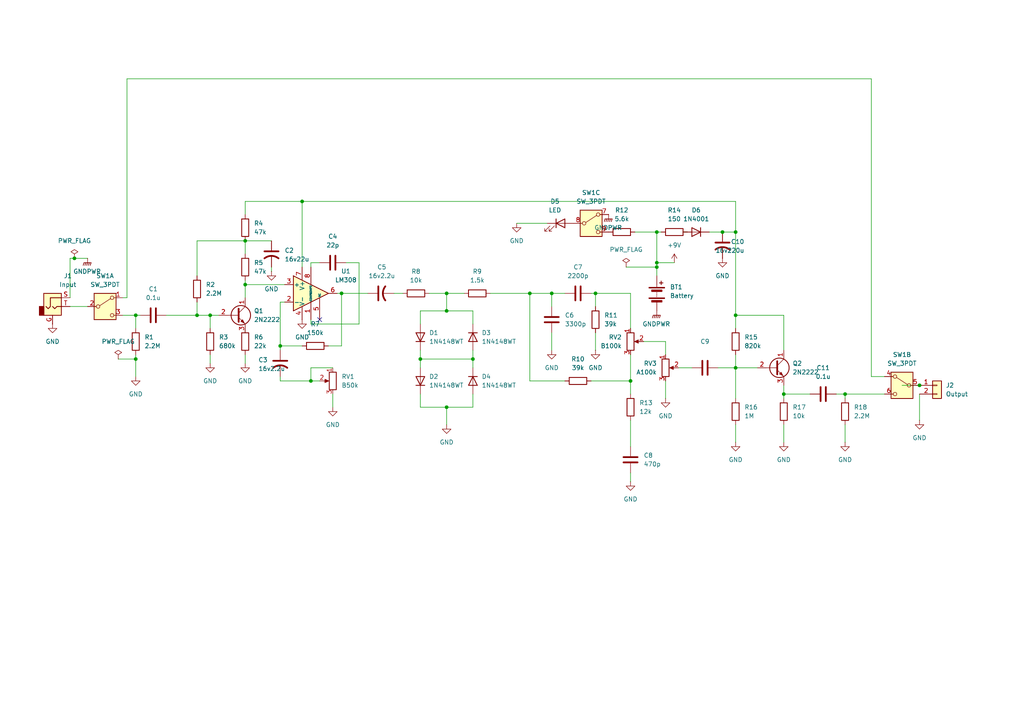
<source format=kicad_sch>
(kicad_sch
	(version 20250114)
	(generator "eeschema")
	(generator_version "9.0")
	(uuid "17f12b88-d15e-422f-90d6-d6611e595670")
	(paper "A4")
	(lib_symbols
		(symbol "@MyLibrary:SW_3PDT"
			(pin_names
				(offset 0)
				(hide yes)
			)
			(exclude_from_sim no)
			(in_bom yes)
			(on_board yes)
			(property "Reference" "SW"
				(at 0 5.08 0)
				(effects
					(font
						(size 1.27 1.27)
					)
				)
			)
			(property "Value" "SW_3PDT"
				(at 0 -5.08 0)
				(effects
					(font
						(size 1.27 1.27)
					)
				)
			)
			(property "Footprint" ""
				(at 0 0 0)
				(effects
					(font
						(size 1.27 1.27)
					)
					(hide yes)
				)
			)
			(property "Datasheet" "~"
				(at 0 0 0)
				(effects
					(font
						(size 1.27 1.27)
					)
					(hide yes)
				)
			)
			(property "Description" "Switch, dual pole double throw, separate symbols"
				(at 0 0 0)
				(effects
					(font
						(size 1.27 1.27)
					)
					(hide yes)
				)
			)
			(property "ki_keywords" "switch dual-pole double-throw DPDT spdt ON-ON"
				(at 0 0 0)
				(effects
					(font
						(size 1.27 1.27)
					)
					(hide yes)
				)
			)
			(property "ki_fp_filters" "SW*DPDT*"
				(at 0 0 0)
				(effects
					(font
						(size 1.27 1.27)
					)
					(hide yes)
				)
			)
			(symbol "SW_3PDT_0_0"
				(circle
					(center -2.032 0)
					(radius 0.508)
					(stroke
						(width 0)
						(type default)
					)
					(fill
						(type none)
					)
				)
				(circle
					(center 2.032 -2.54)
					(radius 0.508)
					(stroke
						(width 0)
						(type default)
					)
					(fill
						(type none)
					)
				)
			)
			(symbol "SW_3PDT_0_1"
				(rectangle
					(start -3.175 3.81)
					(end 3.175 -3.81)
					(stroke
						(width 0.254)
						(type default)
					)
					(fill
						(type background)
					)
				)
				(polyline
					(pts
						(xy -1.524 0.254) (xy 1.5748 2.286)
					)
					(stroke
						(width 0)
						(type default)
					)
					(fill
						(type none)
					)
				)
				(circle
					(center 2.032 2.54)
					(radius 0.508)
					(stroke
						(width 0)
						(type default)
					)
					(fill
						(type none)
					)
				)
			)
			(symbol "SW_3PDT_1_1"
				(pin passive line
					(at -5.08 0 0)
					(length 2.54)
					(name "B"
						(effects
							(font
								(size 1.27 1.27)
							)
						)
					)
					(number "2"
						(effects
							(font
								(size 1.27 1.27)
							)
						)
					)
				)
				(pin passive line
					(at 5.08 2.54 180)
					(length 2.54)
					(name "A"
						(effects
							(font
								(size 1.27 1.27)
							)
						)
					)
					(number "1"
						(effects
							(font
								(size 1.27 1.27)
							)
						)
					)
				)
				(pin passive line
					(at 5.08 -2.54 180)
					(length 2.54)
					(name "C"
						(effects
							(font
								(size 1.27 1.27)
							)
						)
					)
					(number "3"
						(effects
							(font
								(size 1.27 1.27)
							)
						)
					)
				)
			)
			(symbol "SW_3PDT_2_1"
				(pin passive line
					(at -5.08 0 0)
					(length 2.54)
					(name "B"
						(effects
							(font
								(size 1.27 1.27)
							)
						)
					)
					(number "5"
						(effects
							(font
								(size 1.27 1.27)
							)
						)
					)
				)
				(pin passive line
					(at 5.08 2.54 180)
					(length 2.54)
					(name "A"
						(effects
							(font
								(size 1.27 1.27)
							)
						)
					)
					(number "4"
						(effects
							(font
								(size 1.27 1.27)
							)
						)
					)
				)
				(pin passive line
					(at 5.08 -2.54 180)
					(length 2.54)
					(name "C"
						(effects
							(font
								(size 1.27 1.27)
							)
						)
					)
					(number "6"
						(effects
							(font
								(size 1.27 1.27)
							)
						)
					)
				)
			)
			(symbol "SW_3PDT_3_1"
				(pin passive line
					(at -5.08 0 0)
					(length 2.54)
					(name "B"
						(effects
							(font
								(size 1.27 1.27)
							)
						)
					)
					(number "8"
						(effects
							(font
								(size 1.27 1.27)
							)
						)
					)
				)
				(pin passive line
					(at 5.08 2.54 180)
					(length 2.54)
					(name "A"
						(effects
							(font
								(size 1.27 1.27)
							)
						)
					)
					(number "7"
						(effects
							(font
								(size 1.27 1.27)
							)
						)
					)
				)
				(pin passive line
					(at 5.08 -2.54 180)
					(length 2.54)
					(name "C"
						(effects
							(font
								(size 1.27 1.27)
							)
						)
					)
					(number "9"
						(effects
							(font
								(size 1.27 1.27)
							)
						)
					)
				)
			)
			(embedded_fonts no)
		)
		(symbol "Amplifier_Operational:LM301"
			(pin_names
				(offset 0.127)
			)
			(exclude_from_sim no)
			(in_bom yes)
			(on_board yes)
			(property "Reference" "U1"
				(at 10.16 6.4202 0)
				(effects
					(font
						(size 1.27 1.27)
					)
				)
			)
			(property "Value" "LM301"
				(at 10.16 3.8802 0)
				(effects
					(font
						(size 1.27 1.27)
					)
				)
			)
			(property "Footprint" ""
				(at 1.27 1.27 0)
				(effects
					(font
						(size 1.27 1.27)
					)
					(hide yes)
				)
			)
			(property "Datasheet" "http://www.ti.com/lit/ds/symlink/lm101a-n.pdf"
				(at 1.27 3.81 0)
				(effects
					(font
						(size 1.27 1.27)
					)
					(hide yes)
				)
			)
			(property "Description" "Operational Amplifier, DIP-8/TO-99-8"
				(at 0 0 0)
				(effects
					(font
						(size 1.27 1.27)
					)
					(hide yes)
				)
			)
			(property "ki_keywords" "single opamp"
				(at 0 0 0)
				(effects
					(font
						(size 1.27 1.27)
					)
					(hide yes)
				)
			)
			(property "ki_fp_filters" "DIP*W7.62mm* SOIC*3.9x4.9mm*P1.27mm* TO?5*"
				(at 0 0 0)
				(effects
					(font
						(size 1.27 1.27)
					)
					(hide yes)
				)
			)
			(symbol "LM301_0_1"
				(polyline
					(pts
						(xy -5.08 5.08) (xy 5.08 0) (xy -5.08 -5.08) (xy -5.08 5.08)
					)
					(stroke
						(width 0.254)
						(type default)
					)
					(fill
						(type background)
					)
				)
			)
			(symbol "LM301_1_1"
				(pin input line
					(at -7.62 2.54 0)
					(length 2.54)
					(name "+"
						(effects
							(font
								(size 1.27 1.27)
							)
						)
					)
					(number "3"
						(effects
							(font
								(size 1.27 1.27)
							)
						)
					)
				)
				(pin input line
					(at -7.62 -2.54 0)
					(length 2.54)
					(name "-"
						(effects
							(font
								(size 1.27 1.27)
							)
						)
					)
					(number "2"
						(effects
							(font
								(size 1.27 1.27)
							)
						)
					)
				)
				(pin power_in line
					(at -2.54 7.62 270)
					(length 3.81)
					(name "V+"
						(effects
							(font
								(size 1.27 1.27)
							)
						)
					)
					(number "7"
						(effects
							(font
								(size 1.27 1.27)
							)
						)
					)
				)
				(pin power_in line
					(at -2.54 -7.62 90)
					(length 3.81)
					(name "V-"
						(effects
							(font
								(size 1.27 1.27)
							)
						)
					)
					(number "4"
						(effects
							(font
								(size 1.27 1.27)
							)
						)
					)
				)
				(pin input line
					(at 0 7.62 270)
					(length 5.08)
					(name "COMP2"
						(effects
							(font
								(size 0.508 0.508)
							)
						)
					)
					(number "8"
						(effects
							(font
								(size 1.27 1.27)
							)
						)
					)
				)
				(pin input line
					(at 0 -7.62 90)
					(length 5.08)
					(name "COMP1"
						(effects
							(font
								(size 0.508 0.508)
							)
						)
					)
					(number "1"
						(effects
							(font
								(size 1.27 1.27)
							)
						)
					)
				)
				(pin input line
					(at 2.54 -7.62 90)
					(length 6.35)
					(name "NC"
						(effects
							(font
								(size 0.508 0.508)
							)
						)
					)
					(number "5"
						(effects
							(font
								(size 1.27 1.27)
							)
						)
					)
				)
				(pin output line
					(at 7.62 0 180)
					(length 2.54)
					(name "~"
						(effects
							(font
								(size 1.27 1.27)
							)
						)
					)
					(number "6"
						(effects
							(font
								(size 1.27 1.27)
							)
						)
					)
				)
			)
			(embedded_fonts no)
		)
		(symbol "Connector_Audio:AudioJack2_Ground"
			(exclude_from_sim no)
			(in_bom yes)
			(on_board yes)
			(property "Reference" "J"
				(at 0 8.89 0)
				(effects
					(font
						(size 1.27 1.27)
					)
				)
			)
			(property "Value" "AudioJack2_Ground"
				(at 0 6.35 0)
				(effects
					(font
						(size 1.27 1.27)
					)
				)
			)
			(property "Footprint" ""
				(at 0 0 0)
				(effects
					(font
						(size 1.27 1.27)
					)
					(hide yes)
				)
			)
			(property "Datasheet" "~"
				(at 0 0 0)
				(effects
					(font
						(size 1.27 1.27)
					)
					(hide yes)
				)
			)
			(property "Description" "Audio Jack, 2 Poles (Mono / TS), Grounded Sleeve"
				(at 0 0 0)
				(effects
					(font
						(size 1.27 1.27)
					)
					(hide yes)
				)
			)
			(property "ki_keywords" "audio jack receptacle mono phone headphone TS connector"
				(at 0 0 0)
				(effects
					(font
						(size 1.27 1.27)
					)
					(hide yes)
				)
			)
			(property "ki_fp_filters" "Jack*"
				(at 0 0 0)
				(effects
					(font
						(size 1.27 1.27)
					)
					(hide yes)
				)
			)
			(symbol "AudioJack2_Ground_0_1"
				(rectangle
					(start -2.54 -2.54)
					(end -3.81 0)
					(stroke
						(width 0.254)
						(type default)
					)
					(fill
						(type outline)
					)
				)
				(polyline
					(pts
						(xy 0 0) (xy 0.635 -0.635) (xy 1.27 0) (xy 2.54 0)
					)
					(stroke
						(width 0.254)
						(type default)
					)
					(fill
						(type none)
					)
				)
				(rectangle
					(start 2.54 3.81)
					(end -2.54 -2.54)
					(stroke
						(width 0.254)
						(type default)
					)
					(fill
						(type background)
					)
				)
				(polyline
					(pts
						(xy 2.54 2.54) (xy -0.635 2.54) (xy -0.635 0) (xy -1.27 -0.635) (xy -1.905 0)
					)
					(stroke
						(width 0.254)
						(type default)
					)
					(fill
						(type none)
					)
				)
			)
			(symbol "AudioJack2_Ground_1_1"
				(pin passive line
					(at 0 -5.08 90)
					(length 2.54)
					(name "~"
						(effects
							(font
								(size 1.27 1.27)
							)
						)
					)
					(number "G"
						(effects
							(font
								(size 1.27 1.27)
							)
						)
					)
				)
				(pin passive line
					(at 5.08 2.54 180)
					(length 2.54)
					(name "~"
						(effects
							(font
								(size 1.27 1.27)
							)
						)
					)
					(number "S"
						(effects
							(font
								(size 1.27 1.27)
							)
						)
					)
				)
				(pin passive line
					(at 5.08 0 180)
					(length 2.54)
					(name "~"
						(effects
							(font
								(size 1.27 1.27)
							)
						)
					)
					(number "T"
						(effects
							(font
								(size 1.27 1.27)
							)
						)
					)
				)
			)
			(embedded_fonts no)
		)
		(symbol "Connector_Generic:Conn_01x02"
			(pin_names
				(offset 1.016)
				(hide yes)
			)
			(exclude_from_sim no)
			(in_bom yes)
			(on_board yes)
			(property "Reference" "J"
				(at 0 2.54 0)
				(effects
					(font
						(size 1.27 1.27)
					)
				)
			)
			(property "Value" "Conn_01x02"
				(at 0 -5.08 0)
				(effects
					(font
						(size 1.27 1.27)
					)
				)
			)
			(property "Footprint" ""
				(at 0 0 0)
				(effects
					(font
						(size 1.27 1.27)
					)
					(hide yes)
				)
			)
			(property "Datasheet" "~"
				(at 0 0 0)
				(effects
					(font
						(size 1.27 1.27)
					)
					(hide yes)
				)
			)
			(property "Description" "Generic connector, single row, 01x02, script generated (kicad-library-utils/schlib/autogen/connector/)"
				(at 0 0 0)
				(effects
					(font
						(size 1.27 1.27)
					)
					(hide yes)
				)
			)
			(property "ki_keywords" "connector"
				(at 0 0 0)
				(effects
					(font
						(size 1.27 1.27)
					)
					(hide yes)
				)
			)
			(property "ki_fp_filters" "Connector*:*_1x??_*"
				(at 0 0 0)
				(effects
					(font
						(size 1.27 1.27)
					)
					(hide yes)
				)
			)
			(symbol "Conn_01x02_1_1"
				(rectangle
					(start -1.27 1.27)
					(end 1.27 -3.81)
					(stroke
						(width 0.254)
						(type default)
					)
					(fill
						(type background)
					)
				)
				(rectangle
					(start -1.27 0.127)
					(end 0 -0.127)
					(stroke
						(width 0.1524)
						(type default)
					)
					(fill
						(type none)
					)
				)
				(rectangle
					(start -1.27 -2.413)
					(end 0 -2.667)
					(stroke
						(width 0.1524)
						(type default)
					)
					(fill
						(type none)
					)
				)
				(pin passive line
					(at -5.08 0 0)
					(length 3.81)
					(name "Pin_1"
						(effects
							(font
								(size 1.27 1.27)
							)
						)
					)
					(number "1"
						(effects
							(font
								(size 1.27 1.27)
							)
						)
					)
				)
				(pin passive line
					(at -5.08 -2.54 0)
					(length 3.81)
					(name "Pin_2"
						(effects
							(font
								(size 1.27 1.27)
							)
						)
					)
					(number "2"
						(effects
							(font
								(size 1.27 1.27)
							)
						)
					)
				)
			)
			(embedded_fonts no)
		)
		(symbol "Device:Battery"
			(pin_numbers
				(hide yes)
			)
			(pin_names
				(offset 0)
				(hide yes)
			)
			(exclude_from_sim no)
			(in_bom yes)
			(on_board yes)
			(property "Reference" "BT"
				(at 2.54 2.54 0)
				(effects
					(font
						(size 1.27 1.27)
					)
					(justify left)
				)
			)
			(property "Value" "Battery"
				(at 2.54 0 0)
				(effects
					(font
						(size 1.27 1.27)
					)
					(justify left)
				)
			)
			(property "Footprint" ""
				(at 0 1.524 90)
				(effects
					(font
						(size 1.27 1.27)
					)
					(hide yes)
				)
			)
			(property "Datasheet" "~"
				(at 0 1.524 90)
				(effects
					(font
						(size 1.27 1.27)
					)
					(hide yes)
				)
			)
			(property "Description" "Multiple-cell battery"
				(at 0 0 0)
				(effects
					(font
						(size 1.27 1.27)
					)
					(hide yes)
				)
			)
			(property "ki_keywords" "batt voltage-source cell"
				(at 0 0 0)
				(effects
					(font
						(size 1.27 1.27)
					)
					(hide yes)
				)
			)
			(symbol "Battery_0_1"
				(rectangle
					(start -2.286 1.778)
					(end 2.286 1.524)
					(stroke
						(width 0)
						(type default)
					)
					(fill
						(type outline)
					)
				)
				(rectangle
					(start -2.286 -1.27)
					(end 2.286 -1.524)
					(stroke
						(width 0)
						(type default)
					)
					(fill
						(type outline)
					)
				)
				(rectangle
					(start -1.524 1.016)
					(end 1.524 0.508)
					(stroke
						(width 0)
						(type default)
					)
					(fill
						(type outline)
					)
				)
				(rectangle
					(start -1.524 -2.032)
					(end 1.524 -2.54)
					(stroke
						(width 0)
						(type default)
					)
					(fill
						(type outline)
					)
				)
				(polyline
					(pts
						(xy 0 1.778) (xy 0 2.54)
					)
					(stroke
						(width 0)
						(type default)
					)
					(fill
						(type none)
					)
				)
				(polyline
					(pts
						(xy 0 0) (xy 0 0.254)
					)
					(stroke
						(width 0)
						(type default)
					)
					(fill
						(type none)
					)
				)
				(polyline
					(pts
						(xy 0 -0.508) (xy 0 -0.254)
					)
					(stroke
						(width 0)
						(type default)
					)
					(fill
						(type none)
					)
				)
				(polyline
					(pts
						(xy 0 -1.016) (xy 0 -0.762)
					)
					(stroke
						(width 0)
						(type default)
					)
					(fill
						(type none)
					)
				)
				(polyline
					(pts
						(xy 0.762 3.048) (xy 1.778 3.048)
					)
					(stroke
						(width 0.254)
						(type default)
					)
					(fill
						(type none)
					)
				)
				(polyline
					(pts
						(xy 1.27 3.556) (xy 1.27 2.54)
					)
					(stroke
						(width 0.254)
						(type default)
					)
					(fill
						(type none)
					)
				)
			)
			(symbol "Battery_1_1"
				(pin passive line
					(at 0 5.08 270)
					(length 2.54)
					(name "+"
						(effects
							(font
								(size 1.27 1.27)
							)
						)
					)
					(number "1"
						(effects
							(font
								(size 1.27 1.27)
							)
						)
					)
				)
				(pin passive line
					(at 0 -5.08 90)
					(length 2.54)
					(name "-"
						(effects
							(font
								(size 1.27 1.27)
							)
						)
					)
					(number "2"
						(effects
							(font
								(size 1.27 1.27)
							)
						)
					)
				)
			)
			(embedded_fonts no)
		)
		(symbol "Device:C"
			(pin_numbers
				(hide yes)
			)
			(pin_names
				(offset 0.254)
			)
			(exclude_from_sim no)
			(in_bom yes)
			(on_board yes)
			(property "Reference" "C"
				(at 0.635 2.54 0)
				(effects
					(font
						(size 1.27 1.27)
					)
					(justify left)
				)
			)
			(property "Value" "C"
				(at 0.635 -2.54 0)
				(effects
					(font
						(size 1.27 1.27)
					)
					(justify left)
				)
			)
			(property "Footprint" ""
				(at 0.9652 -3.81 0)
				(effects
					(font
						(size 1.27 1.27)
					)
					(hide yes)
				)
			)
			(property "Datasheet" "~"
				(at 0 0 0)
				(effects
					(font
						(size 1.27 1.27)
					)
					(hide yes)
				)
			)
			(property "Description" "Unpolarized capacitor"
				(at 0 0 0)
				(effects
					(font
						(size 1.27 1.27)
					)
					(hide yes)
				)
			)
			(property "ki_keywords" "cap capacitor"
				(at 0 0 0)
				(effects
					(font
						(size 1.27 1.27)
					)
					(hide yes)
				)
			)
			(property "ki_fp_filters" "C_*"
				(at 0 0 0)
				(effects
					(font
						(size 1.27 1.27)
					)
					(hide yes)
				)
			)
			(symbol "C_0_1"
				(polyline
					(pts
						(xy -2.032 0.762) (xy 2.032 0.762)
					)
					(stroke
						(width 0.508)
						(type default)
					)
					(fill
						(type none)
					)
				)
				(polyline
					(pts
						(xy -2.032 -0.762) (xy 2.032 -0.762)
					)
					(stroke
						(width 0.508)
						(type default)
					)
					(fill
						(type none)
					)
				)
			)
			(symbol "C_1_1"
				(pin passive line
					(at 0 3.81 270)
					(length 2.794)
					(name "~"
						(effects
							(font
								(size 1.27 1.27)
							)
						)
					)
					(number "1"
						(effects
							(font
								(size 1.27 1.27)
							)
						)
					)
				)
				(pin passive line
					(at 0 -3.81 90)
					(length 2.794)
					(name "~"
						(effects
							(font
								(size 1.27 1.27)
							)
						)
					)
					(number "2"
						(effects
							(font
								(size 1.27 1.27)
							)
						)
					)
				)
			)
			(embedded_fonts no)
		)
		(symbol "Device:C_US"
			(pin_numbers
				(hide yes)
			)
			(pin_names
				(offset 0.254)
				(hide yes)
			)
			(exclude_from_sim no)
			(in_bom yes)
			(on_board yes)
			(property "Reference" "C"
				(at 0.635 2.54 0)
				(effects
					(font
						(size 1.27 1.27)
					)
					(justify left)
				)
			)
			(property "Value" "C_US"
				(at 0.635 -2.54 0)
				(effects
					(font
						(size 1.27 1.27)
					)
					(justify left)
				)
			)
			(property "Footprint" ""
				(at 0 0 0)
				(effects
					(font
						(size 1.27 1.27)
					)
					(hide yes)
				)
			)
			(property "Datasheet" ""
				(at 0 0 0)
				(effects
					(font
						(size 1.27 1.27)
					)
					(hide yes)
				)
			)
			(property "Description" "capacitor, US symbol"
				(at 0 0 0)
				(effects
					(font
						(size 1.27 1.27)
					)
					(hide yes)
				)
			)
			(property "ki_keywords" "cap capacitor"
				(at 0 0 0)
				(effects
					(font
						(size 1.27 1.27)
					)
					(hide yes)
				)
			)
			(property "ki_fp_filters" "C_*"
				(at 0 0 0)
				(effects
					(font
						(size 1.27 1.27)
					)
					(hide yes)
				)
			)
			(symbol "C_US_0_1"
				(polyline
					(pts
						(xy -2.032 0.762) (xy 2.032 0.762)
					)
					(stroke
						(width 0.508)
						(type default)
					)
					(fill
						(type none)
					)
				)
				(arc
					(start -2.032 -1.27)
					(mid 0 -0.5572)
					(end 2.032 -1.27)
					(stroke
						(width 0.508)
						(type default)
					)
					(fill
						(type none)
					)
				)
			)
			(symbol "C_US_1_1"
				(pin passive line
					(at 0 3.81 270)
					(length 2.794)
					(name "~"
						(effects
							(font
								(size 1.27 1.27)
							)
						)
					)
					(number "1"
						(effects
							(font
								(size 1.27 1.27)
							)
						)
					)
				)
				(pin passive line
					(at 0 -3.81 90)
					(length 3.302)
					(name "~"
						(effects
							(font
								(size 1.27 1.27)
							)
						)
					)
					(number "2"
						(effects
							(font
								(size 1.27 1.27)
							)
						)
					)
				)
			)
			(embedded_fonts no)
		)
		(symbol "Device:LED"
			(pin_numbers
				(hide yes)
			)
			(pin_names
				(offset 1.016)
				(hide yes)
			)
			(exclude_from_sim no)
			(in_bom yes)
			(on_board yes)
			(property "Reference" "D"
				(at 0 2.54 0)
				(effects
					(font
						(size 1.27 1.27)
					)
				)
			)
			(property "Value" "LED"
				(at 0 -2.54 0)
				(effects
					(font
						(size 1.27 1.27)
					)
				)
			)
			(property "Footprint" ""
				(at 0 0 0)
				(effects
					(font
						(size 1.27 1.27)
					)
					(hide yes)
				)
			)
			(property "Datasheet" "~"
				(at 0 0 0)
				(effects
					(font
						(size 1.27 1.27)
					)
					(hide yes)
				)
			)
			(property "Description" "Light emitting diode"
				(at 0 0 0)
				(effects
					(font
						(size 1.27 1.27)
					)
					(hide yes)
				)
			)
			(property "Sim.Pins" "1=K 2=A"
				(at 0 0 0)
				(effects
					(font
						(size 1.27 1.27)
					)
					(hide yes)
				)
			)
			(property "ki_keywords" "LED diode"
				(at 0 0 0)
				(effects
					(font
						(size 1.27 1.27)
					)
					(hide yes)
				)
			)
			(property "ki_fp_filters" "LED* LED_SMD:* LED_THT:*"
				(at 0 0 0)
				(effects
					(font
						(size 1.27 1.27)
					)
					(hide yes)
				)
			)
			(symbol "LED_0_1"
				(polyline
					(pts
						(xy -3.048 -0.762) (xy -4.572 -2.286) (xy -3.81 -2.286) (xy -4.572 -2.286) (xy -4.572 -1.524)
					)
					(stroke
						(width 0)
						(type default)
					)
					(fill
						(type none)
					)
				)
				(polyline
					(pts
						(xy -1.778 -0.762) (xy -3.302 -2.286) (xy -2.54 -2.286) (xy -3.302 -2.286) (xy -3.302 -1.524)
					)
					(stroke
						(width 0)
						(type default)
					)
					(fill
						(type none)
					)
				)
				(polyline
					(pts
						(xy -1.27 0) (xy 1.27 0)
					)
					(stroke
						(width 0)
						(type default)
					)
					(fill
						(type none)
					)
				)
				(polyline
					(pts
						(xy -1.27 -1.27) (xy -1.27 1.27)
					)
					(stroke
						(width 0.254)
						(type default)
					)
					(fill
						(type none)
					)
				)
				(polyline
					(pts
						(xy 1.27 -1.27) (xy 1.27 1.27) (xy -1.27 0) (xy 1.27 -1.27)
					)
					(stroke
						(width 0.254)
						(type default)
					)
					(fill
						(type none)
					)
				)
			)
			(symbol "LED_1_1"
				(pin passive line
					(at -3.81 0 0)
					(length 2.54)
					(name "K"
						(effects
							(font
								(size 1.27 1.27)
							)
						)
					)
					(number "1"
						(effects
							(font
								(size 1.27 1.27)
							)
						)
					)
				)
				(pin passive line
					(at 3.81 0 180)
					(length 2.54)
					(name "A"
						(effects
							(font
								(size 1.27 1.27)
							)
						)
					)
					(number "2"
						(effects
							(font
								(size 1.27 1.27)
							)
						)
					)
				)
			)
			(embedded_fonts no)
		)
		(symbol "Device:R"
			(pin_numbers
				(hide yes)
			)
			(pin_names
				(offset 0)
			)
			(exclude_from_sim no)
			(in_bom yes)
			(on_board yes)
			(property "Reference" "R"
				(at 2.032 0 90)
				(effects
					(font
						(size 1.27 1.27)
					)
				)
			)
			(property "Value" "R"
				(at 0 0 90)
				(effects
					(font
						(size 1.27 1.27)
					)
				)
			)
			(property "Footprint" ""
				(at -1.778 0 90)
				(effects
					(font
						(size 1.27 1.27)
					)
					(hide yes)
				)
			)
			(property "Datasheet" "~"
				(at 0 0 0)
				(effects
					(font
						(size 1.27 1.27)
					)
					(hide yes)
				)
			)
			(property "Description" "Resistor"
				(at 0 0 0)
				(effects
					(font
						(size 1.27 1.27)
					)
					(hide yes)
				)
			)
			(property "ki_keywords" "R res resistor"
				(at 0 0 0)
				(effects
					(font
						(size 1.27 1.27)
					)
					(hide yes)
				)
			)
			(property "ki_fp_filters" "R_*"
				(at 0 0 0)
				(effects
					(font
						(size 1.27 1.27)
					)
					(hide yes)
				)
			)
			(symbol "R_0_1"
				(rectangle
					(start -1.016 -2.54)
					(end 1.016 2.54)
					(stroke
						(width 0.254)
						(type default)
					)
					(fill
						(type none)
					)
				)
			)
			(symbol "R_1_1"
				(pin passive line
					(at 0 3.81 270)
					(length 1.27)
					(name "~"
						(effects
							(font
								(size 1.27 1.27)
							)
						)
					)
					(number "1"
						(effects
							(font
								(size 1.27 1.27)
							)
						)
					)
				)
				(pin passive line
					(at 0 -3.81 90)
					(length 1.27)
					(name "~"
						(effects
							(font
								(size 1.27 1.27)
							)
						)
					)
					(number "2"
						(effects
							(font
								(size 1.27 1.27)
							)
						)
					)
				)
			)
			(embedded_fonts no)
		)
		(symbol "Device:R_Potentiometer"
			(pin_names
				(offset 1.016)
				(hide yes)
			)
			(exclude_from_sim no)
			(in_bom yes)
			(on_board yes)
			(property "Reference" "RV"
				(at -4.445 0 90)
				(effects
					(font
						(size 1.27 1.27)
					)
				)
			)
			(property "Value" "R_Potentiometer"
				(at -2.54 0 90)
				(effects
					(font
						(size 1.27 1.27)
					)
				)
			)
			(property "Footprint" ""
				(at 0 0 0)
				(effects
					(font
						(size 1.27 1.27)
					)
					(hide yes)
				)
			)
			(property "Datasheet" "~"
				(at 0 0 0)
				(effects
					(font
						(size 1.27 1.27)
					)
					(hide yes)
				)
			)
			(property "Description" "Potentiometer"
				(at 0 0 0)
				(effects
					(font
						(size 1.27 1.27)
					)
					(hide yes)
				)
			)
			(property "ki_keywords" "resistor variable"
				(at 0 0 0)
				(effects
					(font
						(size 1.27 1.27)
					)
					(hide yes)
				)
			)
			(property "ki_fp_filters" "Potentiometer*"
				(at 0 0 0)
				(effects
					(font
						(size 1.27 1.27)
					)
					(hide yes)
				)
			)
			(symbol "R_Potentiometer_0_1"
				(rectangle
					(start 1.016 2.54)
					(end -1.016 -2.54)
					(stroke
						(width 0.254)
						(type default)
					)
					(fill
						(type none)
					)
				)
				(polyline
					(pts
						(xy 1.143 0) (xy 2.286 0.508) (xy 2.286 -0.508) (xy 1.143 0)
					)
					(stroke
						(width 0)
						(type default)
					)
					(fill
						(type outline)
					)
				)
				(polyline
					(pts
						(xy 2.54 0) (xy 1.524 0)
					)
					(stroke
						(width 0)
						(type default)
					)
					(fill
						(type none)
					)
				)
			)
			(symbol "R_Potentiometer_1_1"
				(pin passive line
					(at 0 3.81 270)
					(length 1.27)
					(name "1"
						(effects
							(font
								(size 1.27 1.27)
							)
						)
					)
					(number "1"
						(effects
							(font
								(size 1.27 1.27)
							)
						)
					)
				)
				(pin passive line
					(at 0 -3.81 90)
					(length 1.27)
					(name "3"
						(effects
							(font
								(size 1.27 1.27)
							)
						)
					)
					(number "3"
						(effects
							(font
								(size 1.27 1.27)
							)
						)
					)
				)
				(pin passive line
					(at 3.81 0 180)
					(length 1.27)
					(name "2"
						(effects
							(font
								(size 1.27 1.27)
							)
						)
					)
					(number "2"
						(effects
							(font
								(size 1.27 1.27)
							)
						)
					)
				)
			)
			(embedded_fonts no)
		)
		(symbol "Diode:1N4001"
			(pin_numbers
				(hide yes)
			)
			(pin_names
				(hide yes)
			)
			(exclude_from_sim no)
			(in_bom yes)
			(on_board yes)
			(property "Reference" "D"
				(at 0 2.54 0)
				(effects
					(font
						(size 1.27 1.27)
					)
				)
			)
			(property "Value" "1N4001"
				(at 0 -2.54 0)
				(effects
					(font
						(size 1.27 1.27)
					)
				)
			)
			(property "Footprint" "Diode_THT:D_DO-41_SOD81_P10.16mm_Horizontal"
				(at 0 0 0)
				(effects
					(font
						(size 1.27 1.27)
					)
					(hide yes)
				)
			)
			(property "Datasheet" "http://www.vishay.com/docs/88503/1n4001.pdf"
				(at 0 0 0)
				(effects
					(font
						(size 1.27 1.27)
					)
					(hide yes)
				)
			)
			(property "Description" "50V 1A General Purpose Rectifier Diode, DO-41"
				(at 0 0 0)
				(effects
					(font
						(size 1.27 1.27)
					)
					(hide yes)
				)
			)
			(property "Sim.Device" "D"
				(at 0 0 0)
				(effects
					(font
						(size 1.27 1.27)
					)
					(hide yes)
				)
			)
			(property "Sim.Pins" "1=K 2=A"
				(at 0 0 0)
				(effects
					(font
						(size 1.27 1.27)
					)
					(hide yes)
				)
			)
			(property "ki_keywords" "diode"
				(at 0 0 0)
				(effects
					(font
						(size 1.27 1.27)
					)
					(hide yes)
				)
			)
			(property "ki_fp_filters" "D*DO?41*"
				(at 0 0 0)
				(effects
					(font
						(size 1.27 1.27)
					)
					(hide yes)
				)
			)
			(symbol "1N4001_0_1"
				(polyline
					(pts
						(xy -1.27 1.27) (xy -1.27 -1.27)
					)
					(stroke
						(width 0.254)
						(type default)
					)
					(fill
						(type none)
					)
				)
				(polyline
					(pts
						(xy 1.27 1.27) (xy 1.27 -1.27) (xy -1.27 0) (xy 1.27 1.27)
					)
					(stroke
						(width 0.254)
						(type default)
					)
					(fill
						(type none)
					)
				)
				(polyline
					(pts
						(xy 1.27 0) (xy -1.27 0)
					)
					(stroke
						(width 0)
						(type default)
					)
					(fill
						(type none)
					)
				)
			)
			(symbol "1N4001_1_1"
				(pin passive line
					(at -3.81 0 0)
					(length 2.54)
					(name "K"
						(effects
							(font
								(size 1.27 1.27)
							)
						)
					)
					(number "1"
						(effects
							(font
								(size 1.27 1.27)
							)
						)
					)
				)
				(pin passive line
					(at 3.81 0 180)
					(length 2.54)
					(name "A"
						(effects
							(font
								(size 1.27 1.27)
							)
						)
					)
					(number "2"
						(effects
							(font
								(size 1.27 1.27)
							)
						)
					)
				)
			)
			(embedded_fonts no)
		)
		(symbol "Diode:1N4148WT"
			(pin_numbers
				(hide yes)
			)
			(pin_names
				(hide yes)
			)
			(exclude_from_sim no)
			(in_bom yes)
			(on_board yes)
			(property "Reference" "D"
				(at 0 2.54 0)
				(effects
					(font
						(size 1.27 1.27)
					)
				)
			)
			(property "Value" "1N4148WT"
				(at 0 -2.54 0)
				(effects
					(font
						(size 1.27 1.27)
					)
				)
			)
			(property "Footprint" "Diode_SMD:D_SOD-523"
				(at 0 -4.445 0)
				(effects
					(font
						(size 1.27 1.27)
					)
					(hide yes)
				)
			)
			(property "Datasheet" "https://www.diodes.com/assets/Datasheets/ds30396.pdf"
				(at 0 0 0)
				(effects
					(font
						(size 1.27 1.27)
					)
					(hide yes)
				)
			)
			(property "Description" "75V 0.15A Fast switching Diode, SOD-523"
				(at 0 0 0)
				(effects
					(font
						(size 1.27 1.27)
					)
					(hide yes)
				)
			)
			(property "Sim.Device" "D"
				(at 0 0 0)
				(effects
					(font
						(size 1.27 1.27)
					)
					(hide yes)
				)
			)
			(property "Sim.Pins" "1=K 2=A"
				(at 0 0 0)
				(effects
					(font
						(size 1.27 1.27)
					)
					(hide yes)
				)
			)
			(property "ki_keywords" "diode"
				(at 0 0 0)
				(effects
					(font
						(size 1.27 1.27)
					)
					(hide yes)
				)
			)
			(property "ki_fp_filters" "D*SOD?523*"
				(at 0 0 0)
				(effects
					(font
						(size 1.27 1.27)
					)
					(hide yes)
				)
			)
			(symbol "1N4148WT_0_1"
				(polyline
					(pts
						(xy -1.27 1.27) (xy -1.27 -1.27)
					)
					(stroke
						(width 0.254)
						(type default)
					)
					(fill
						(type none)
					)
				)
				(polyline
					(pts
						(xy 1.27 1.27) (xy 1.27 -1.27) (xy -1.27 0) (xy 1.27 1.27)
					)
					(stroke
						(width 0.254)
						(type default)
					)
					(fill
						(type none)
					)
				)
				(polyline
					(pts
						(xy 1.27 0) (xy -1.27 0)
					)
					(stroke
						(width 0)
						(type default)
					)
					(fill
						(type none)
					)
				)
			)
			(symbol "1N4148WT_1_1"
				(pin passive line
					(at -3.81 0 0)
					(length 2.54)
					(name "K"
						(effects
							(font
								(size 1.27 1.27)
							)
						)
					)
					(number "1"
						(effects
							(font
								(size 1.27 1.27)
							)
						)
					)
				)
				(pin passive line
					(at 3.81 0 180)
					(length 2.54)
					(name "A"
						(effects
							(font
								(size 1.27 1.27)
							)
						)
					)
					(number "2"
						(effects
							(font
								(size 1.27 1.27)
							)
						)
					)
				)
			)
			(embedded_fonts no)
		)
		(symbol "Transistor_BJT:BC549"
			(pin_names
				(offset 0)
				(hide yes)
			)
			(exclude_from_sim no)
			(in_bom yes)
			(on_board yes)
			(property "Reference" "Q"
				(at 5.08 1.905 0)
				(effects
					(font
						(size 1.27 1.27)
					)
					(justify left)
				)
			)
			(property "Value" "BC549"
				(at 5.08 0 0)
				(effects
					(font
						(size 1.27 1.27)
					)
					(justify left)
				)
			)
			(property "Footprint" "Package_TO_SOT_THT:TO-92_Inline"
				(at 5.08 -1.905 0)
				(effects
					(font
						(size 1.27 1.27)
						(italic yes)
					)
					(justify left)
					(hide yes)
				)
			)
			(property "Datasheet" "https://www.onsemi.com/pub/Collateral/BC550-D.pdf"
				(at 0 0 0)
				(effects
					(font
						(size 1.27 1.27)
					)
					(justify left)
					(hide yes)
				)
			)
			(property "Description" "0.1A Ic, 30V Vce, Small Signal NPN Transistor, TO-92"
				(at 0 0 0)
				(effects
					(font
						(size 1.27 1.27)
					)
					(hide yes)
				)
			)
			(property "ki_keywords" "NPN Transistor"
				(at 0 0 0)
				(effects
					(font
						(size 1.27 1.27)
					)
					(hide yes)
				)
			)
			(property "ki_fp_filters" "TO?92*"
				(at 0 0 0)
				(effects
					(font
						(size 1.27 1.27)
					)
					(hide yes)
				)
			)
			(symbol "BC549_0_1"
				(polyline
					(pts
						(xy -2.54 0) (xy 0.635 0)
					)
					(stroke
						(width 0)
						(type default)
					)
					(fill
						(type none)
					)
				)
				(polyline
					(pts
						(xy 0.635 1.905) (xy 0.635 -1.905)
					)
					(stroke
						(width 0.508)
						(type default)
					)
					(fill
						(type none)
					)
				)
				(circle
					(center 1.27 0)
					(radius 2.8194)
					(stroke
						(width 0.254)
						(type default)
					)
					(fill
						(type none)
					)
				)
			)
			(symbol "BC549_1_1"
				(polyline
					(pts
						(xy 0.635 0.635) (xy 2.54 2.54)
					)
					(stroke
						(width 0)
						(type default)
					)
					(fill
						(type none)
					)
				)
				(polyline
					(pts
						(xy 0.635 -0.635) (xy 2.54 -2.54)
					)
					(stroke
						(width 0)
						(type default)
					)
					(fill
						(type none)
					)
				)
				(polyline
					(pts
						(xy 1.27 -1.778) (xy 1.778 -1.27) (xy 2.286 -2.286) (xy 1.27 -1.778)
					)
					(stroke
						(width 0)
						(type default)
					)
					(fill
						(type outline)
					)
				)
				(pin input line
					(at -5.08 0 0)
					(length 2.54)
					(name "B"
						(effects
							(font
								(size 1.27 1.27)
							)
						)
					)
					(number "2"
						(effects
							(font
								(size 1.27 1.27)
							)
						)
					)
				)
				(pin passive line
					(at 2.54 5.08 270)
					(length 2.54)
					(name "C"
						(effects
							(font
								(size 1.27 1.27)
							)
						)
					)
					(number "1"
						(effects
							(font
								(size 1.27 1.27)
							)
						)
					)
				)
				(pin passive line
					(at 2.54 -5.08 90)
					(length 2.54)
					(name "E"
						(effects
							(font
								(size 1.27 1.27)
							)
						)
					)
					(number "3"
						(effects
							(font
								(size 1.27 1.27)
							)
						)
					)
				)
			)
			(embedded_fonts no)
		)
		(symbol "power:+9V"
			(power)
			(pin_numbers
				(hide yes)
			)
			(pin_names
				(offset 0)
				(hide yes)
			)
			(exclude_from_sim no)
			(in_bom yes)
			(on_board yes)
			(property "Reference" "#PWR"
				(at 0 -3.81 0)
				(effects
					(font
						(size 1.27 1.27)
					)
					(hide yes)
				)
			)
			(property "Value" "+9V"
				(at 0 3.556 0)
				(effects
					(font
						(size 1.27 1.27)
					)
				)
			)
			(property "Footprint" ""
				(at 0 0 0)
				(effects
					(font
						(size 1.27 1.27)
					)
					(hide yes)
				)
			)
			(property "Datasheet" ""
				(at 0 0 0)
				(effects
					(font
						(size 1.27 1.27)
					)
					(hide yes)
				)
			)
			(property "Description" "Power symbol creates a global label with name \"+9V\""
				(at 0 0 0)
				(effects
					(font
						(size 1.27 1.27)
					)
					(hide yes)
				)
			)
			(property "ki_keywords" "global power"
				(at 0 0 0)
				(effects
					(font
						(size 1.27 1.27)
					)
					(hide yes)
				)
			)
			(symbol "+9V_0_1"
				(polyline
					(pts
						(xy -0.762 1.27) (xy 0 2.54)
					)
					(stroke
						(width 0)
						(type default)
					)
					(fill
						(type none)
					)
				)
				(polyline
					(pts
						(xy 0 2.54) (xy 0.762 1.27)
					)
					(stroke
						(width 0)
						(type default)
					)
					(fill
						(type none)
					)
				)
				(polyline
					(pts
						(xy 0 0) (xy 0 2.54)
					)
					(stroke
						(width 0)
						(type default)
					)
					(fill
						(type none)
					)
				)
			)
			(symbol "+9V_1_1"
				(pin power_in line
					(at 0 0 90)
					(length 0)
					(name "~"
						(effects
							(font
								(size 1.27 1.27)
							)
						)
					)
					(number "1"
						(effects
							(font
								(size 1.27 1.27)
							)
						)
					)
				)
			)
			(embedded_fonts no)
		)
		(symbol "power:GND"
			(power)
			(pin_numbers
				(hide yes)
			)
			(pin_names
				(offset 0)
				(hide yes)
			)
			(exclude_from_sim no)
			(in_bom yes)
			(on_board yes)
			(property "Reference" "#PWR"
				(at 0 -6.35 0)
				(effects
					(font
						(size 1.27 1.27)
					)
					(hide yes)
				)
			)
			(property "Value" "GND"
				(at 0 -3.81 0)
				(effects
					(font
						(size 1.27 1.27)
					)
				)
			)
			(property "Footprint" ""
				(at 0 0 0)
				(effects
					(font
						(size 1.27 1.27)
					)
					(hide yes)
				)
			)
			(property "Datasheet" ""
				(at 0 0 0)
				(effects
					(font
						(size 1.27 1.27)
					)
					(hide yes)
				)
			)
			(property "Description" "Power symbol creates a global label with name \"GND\" , ground"
				(at 0 0 0)
				(effects
					(font
						(size 1.27 1.27)
					)
					(hide yes)
				)
			)
			(property "ki_keywords" "global power"
				(at 0 0 0)
				(effects
					(font
						(size 1.27 1.27)
					)
					(hide yes)
				)
			)
			(symbol "GND_0_1"
				(polyline
					(pts
						(xy 0 0) (xy 0 -1.27) (xy 1.27 -1.27) (xy 0 -2.54) (xy -1.27 -1.27) (xy 0 -1.27)
					)
					(stroke
						(width 0)
						(type default)
					)
					(fill
						(type none)
					)
				)
			)
			(symbol "GND_1_1"
				(pin power_in line
					(at 0 0 270)
					(length 0)
					(name "~"
						(effects
							(font
								(size 1.27 1.27)
							)
						)
					)
					(number "1"
						(effects
							(font
								(size 1.27 1.27)
							)
						)
					)
				)
			)
			(embedded_fonts no)
		)
		(symbol "power:GNDPWR"
			(power)
			(pin_numbers
				(hide yes)
			)
			(pin_names
				(offset 0)
				(hide yes)
			)
			(exclude_from_sim no)
			(in_bom yes)
			(on_board yes)
			(property "Reference" "#PWR"
				(at 0 -5.08 0)
				(effects
					(font
						(size 1.27 1.27)
					)
					(hide yes)
				)
			)
			(property "Value" "GNDPWR"
				(at 0 -3.302 0)
				(effects
					(font
						(size 1.27 1.27)
					)
				)
			)
			(property "Footprint" ""
				(at 0 -1.27 0)
				(effects
					(font
						(size 1.27 1.27)
					)
					(hide yes)
				)
			)
			(property "Datasheet" ""
				(at 0 -1.27 0)
				(effects
					(font
						(size 1.27 1.27)
					)
					(hide yes)
				)
			)
			(property "Description" "Power symbol creates a global label with name \"GNDPWR\" , global ground"
				(at 0 0 0)
				(effects
					(font
						(size 1.27 1.27)
					)
					(hide yes)
				)
			)
			(property "ki_keywords" "global ground"
				(at 0 0 0)
				(effects
					(font
						(size 1.27 1.27)
					)
					(hide yes)
				)
			)
			(symbol "GNDPWR_0_1"
				(polyline
					(pts
						(xy -1.016 -1.27) (xy -1.27 -2.032) (xy -1.27 -2.032)
					)
					(stroke
						(width 0.2032)
						(type default)
					)
					(fill
						(type none)
					)
				)
				(polyline
					(pts
						(xy -0.508 -1.27) (xy -0.762 -2.032) (xy -0.762 -2.032)
					)
					(stroke
						(width 0.2032)
						(type default)
					)
					(fill
						(type none)
					)
				)
				(polyline
					(pts
						(xy 0 -1.27) (xy 0 0)
					)
					(stroke
						(width 0)
						(type default)
					)
					(fill
						(type none)
					)
				)
				(polyline
					(pts
						(xy 0 -1.27) (xy -0.254 -2.032) (xy -0.254 -2.032)
					)
					(stroke
						(width 0.2032)
						(type default)
					)
					(fill
						(type none)
					)
				)
				(polyline
					(pts
						(xy 0.508 -1.27) (xy 0.254 -2.032) (xy 0.254 -2.032)
					)
					(stroke
						(width 0.2032)
						(type default)
					)
					(fill
						(type none)
					)
				)
				(polyline
					(pts
						(xy 1.016 -1.27) (xy -1.016 -1.27) (xy -1.016 -1.27)
					)
					(stroke
						(width 0.2032)
						(type default)
					)
					(fill
						(type none)
					)
				)
				(polyline
					(pts
						(xy 1.016 -1.27) (xy 0.762 -2.032) (xy 0.762 -2.032) (xy 0.762 -2.032)
					)
					(stroke
						(width 0.2032)
						(type default)
					)
					(fill
						(type none)
					)
				)
			)
			(symbol "GNDPWR_1_1"
				(pin power_in line
					(at 0 0 270)
					(length 0)
					(name "~"
						(effects
							(font
								(size 1.27 1.27)
							)
						)
					)
					(number "1"
						(effects
							(font
								(size 1.27 1.27)
							)
						)
					)
				)
			)
			(embedded_fonts no)
		)
		(symbol "power:PWR_FLAG"
			(power)
			(pin_numbers
				(hide yes)
			)
			(pin_names
				(offset 0)
				(hide yes)
			)
			(exclude_from_sim no)
			(in_bom yes)
			(on_board yes)
			(property "Reference" "#FLG"
				(at 0 1.905 0)
				(effects
					(font
						(size 1.27 1.27)
					)
					(hide yes)
				)
			)
			(property "Value" "PWR_FLAG"
				(at 0 3.81 0)
				(effects
					(font
						(size 1.27 1.27)
					)
				)
			)
			(property "Footprint" ""
				(at 0 0 0)
				(effects
					(font
						(size 1.27 1.27)
					)
					(hide yes)
				)
			)
			(property "Datasheet" "~"
				(at 0 0 0)
				(effects
					(font
						(size 1.27 1.27)
					)
					(hide yes)
				)
			)
			(property "Description" "Special symbol for telling ERC where power comes from"
				(at 0 0 0)
				(effects
					(font
						(size 1.27 1.27)
					)
					(hide yes)
				)
			)
			(property "ki_keywords" "flag power"
				(at 0 0 0)
				(effects
					(font
						(size 1.27 1.27)
					)
					(hide yes)
				)
			)
			(symbol "PWR_FLAG_0_0"
				(pin power_out line
					(at 0 0 90)
					(length 0)
					(name "~"
						(effects
							(font
								(size 1.27 1.27)
							)
						)
					)
					(number "1"
						(effects
							(font
								(size 1.27 1.27)
							)
						)
					)
				)
			)
			(symbol "PWR_FLAG_0_1"
				(polyline
					(pts
						(xy 0 0) (xy 0 1.27) (xy -1.016 1.905) (xy 0 2.54) (xy 1.016 1.905) (xy 0 1.27)
					)
					(stroke
						(width 0)
						(type default)
					)
					(fill
						(type none)
					)
				)
			)
			(embedded_fonts no)
		)
	)
	(junction
		(at 129.54 85.09)
		(diameter 0)
		(color 0 0 0 0)
		(uuid "02984a46-4945-4784-81a4-5264ca3470e7")
	)
	(junction
		(at 57.15 91.44)
		(diameter 0)
		(color 0 0 0 0)
		(uuid "0456b237-7023-4b5e-be89-8832cb47b21d")
	)
	(junction
		(at 153.67 85.09)
		(diameter 0)
		(color 0 0 0 0)
		(uuid "11f4cbdd-5745-4d80-8791-3fd222d27f30")
	)
	(junction
		(at 99.06 85.09)
		(diameter 0)
		(color 0 0 0 0)
		(uuid "184ec980-9cd3-4e70-85f8-6796c07ac4c3")
	)
	(junction
		(at 39.37 104.14)
		(diameter 0)
		(color 0 0 0 0)
		(uuid "2072e4f1-f997-4afa-9848-b7e3c1ba0ec6")
	)
	(junction
		(at 60.96 91.44)
		(diameter 0)
		(color 0 0 0 0)
		(uuid "21f87a89-e66b-450f-9364-be3c6e84a301")
	)
	(junction
		(at 266.7 111.76)
		(diameter 0)
		(color 0 0 0 0)
		(uuid "38879a2f-96b8-48da-b57a-4c0644ccd0ad")
	)
	(junction
		(at 160.02 85.09)
		(diameter 0)
		(color 0 0 0 0)
		(uuid "39e37e54-1829-4a67-b552-fc9594b5460d")
	)
	(junction
		(at 245.11 114.3)
		(diameter 0)
		(color 0 0 0 0)
		(uuid "3c04a0f9-a32c-481e-948b-a1b5dc6a1cd8")
	)
	(junction
		(at 71.12 69.85)
		(diameter 0)
		(color 0 0 0 0)
		(uuid "3f29d47b-ad85-40c1-9c73-8de6c8fcc5c2")
	)
	(junction
		(at 227.33 114.3)
		(diameter 0)
		(color 0 0 0 0)
		(uuid "4159a0d2-1415-407a-98e8-f920e55330d4")
	)
	(junction
		(at 129.54 90.17)
		(diameter 0)
		(color 0 0 0 0)
		(uuid "431f8d17-02ce-443b-812a-0db3c89b18a1")
	)
	(junction
		(at 87.63 58.42)
		(diameter 0)
		(color 0 0 0 0)
		(uuid "45fea04c-c514-424f-8929-09a1d35e55d9")
	)
	(junction
		(at 172.72 85.09)
		(diameter 0)
		(color 0 0 0 0)
		(uuid "460f1632-f122-4bbf-a597-1317e1c56a20")
	)
	(junction
		(at 71.12 82.55)
		(diameter 0)
		(color 0 0 0 0)
		(uuid "4e94647a-3346-46ab-8918-57bbe758a550")
	)
	(junction
		(at 213.36 91.44)
		(diameter 0)
		(color 0 0 0 0)
		(uuid "5102c537-59bf-48d7-988a-63b61926b7e3")
	)
	(junction
		(at 213.36 67.31)
		(diameter 0)
		(color 0 0 0 0)
		(uuid "529fce6f-320a-4002-b3ea-8f55c168458a")
	)
	(junction
		(at 182.88 110.49)
		(diameter 0)
		(color 0 0 0 0)
		(uuid "7437d3e8-de35-4332-8fb1-c505cbcea136")
	)
	(junction
		(at 21.59 74.93)
		(diameter 0)
		(color 0 0 0 0)
		(uuid "74a4c23f-a4b7-4a39-b15d-127ef055fa22")
	)
	(junction
		(at 213.36 106.68)
		(diameter 0)
		(color 0 0 0 0)
		(uuid "77efe813-d044-4749-846b-9dafbed226ab")
	)
	(junction
		(at 39.37 91.44)
		(diameter 0)
		(color 0 0 0 0)
		(uuid "82d4e8b1-f0c4-4823-aa8f-2ec4553c14db")
	)
	(junction
		(at 209.55 67.31)
		(diameter 0)
		(color 0 0 0 0)
		(uuid "9bbf53c5-9f20-4f15-baa3-86767f7f9376")
	)
	(junction
		(at 81.28 100.33)
		(diameter 0)
		(color 0 0 0 0)
		(uuid "c2d20753-58d4-44d7-9a06-bcdc7acf3505")
	)
	(junction
		(at 190.5 76.2)
		(diameter 0)
		(color 0 0 0 0)
		(uuid "c50c31ee-590c-4d49-a18a-fc254a0f5f65")
	)
	(junction
		(at 129.54 118.11)
		(diameter 0)
		(color 0 0 0 0)
		(uuid "c81e671e-d9b9-4be4-b11a-7e542ad3dc07")
	)
	(junction
		(at 137.16 104.14)
		(diameter 0)
		(color 0 0 0 0)
		(uuid "cc69cc70-5c4f-41fb-9cc3-abfc298f7fd5")
	)
	(junction
		(at 190.5 67.31)
		(diameter 0)
		(color 0 0 0 0)
		(uuid "d0f3a30d-6971-4d49-b45f-6136db4adf01")
	)
	(junction
		(at 121.92 104.14)
		(diameter 0)
		(color 0 0 0 0)
		(uuid "d17555d1-ba78-49f6-a883-e1b46a2bad8e")
	)
	(junction
		(at 90.17 110.49)
		(diameter 0)
		(color 0 0 0 0)
		(uuid "d868e495-47ae-4274-a6a0-dd14a5cbf3f9")
	)
	(junction
		(at 190.5 77.47)
		(diameter 0)
		(color 0 0 0 0)
		(uuid "ee8ecf79-4c0b-4a4d-9767-0a8faa1a7985")
	)
	(no_connect
		(at 92.71 92.71)
		(uuid "96811d55-2b1e-43ec-bda7-4c1edef214c2")
	)
	(wire
		(pts
			(xy 160.02 85.09) (xy 160.02 88.9)
		)
		(stroke
			(width 0)
			(type default)
		)
		(uuid "0115f127-730e-4857-be00-cdd50c56c402")
	)
	(wire
		(pts
			(xy 121.92 114.3) (xy 121.92 118.11)
		)
		(stroke
			(width 0)
			(type default)
		)
		(uuid "059959a2-5d59-4c19-898b-2b33e69d44c8")
	)
	(wire
		(pts
			(xy 57.15 87.63) (xy 57.15 91.44)
		)
		(stroke
			(width 0)
			(type default)
		)
		(uuid "05e109e5-87dc-477a-90e0-755fe25c8516")
	)
	(wire
		(pts
			(xy 266.7 114.3) (xy 266.7 121.92)
		)
		(stroke
			(width 0)
			(type default)
		)
		(uuid "0e8b5da6-89cd-442c-a480-24f0962c673a")
	)
	(wire
		(pts
			(xy 95.25 100.33) (xy 99.06 100.33)
		)
		(stroke
			(width 0)
			(type default)
		)
		(uuid "0fd37360-d3a4-41c6-b85a-19db46779499")
	)
	(wire
		(pts
			(xy 57.15 69.85) (xy 71.12 69.85)
		)
		(stroke
			(width 0)
			(type default)
		)
		(uuid "106970b2-8b21-4d60-99bd-14df2b77f481")
	)
	(wire
		(pts
			(xy 160.02 85.09) (xy 163.83 85.09)
		)
		(stroke
			(width 0)
			(type default)
		)
		(uuid "16fdbb8c-f5c3-4b0d-8359-74fbd9a6b27e")
	)
	(wire
		(pts
			(xy 114.3 85.09) (xy 116.84 85.09)
		)
		(stroke
			(width 0)
			(type default)
		)
		(uuid "1d2fe177-f79c-4196-9b2a-fe4dd104ee64")
	)
	(wire
		(pts
			(xy 205.74 67.31) (xy 209.55 67.31)
		)
		(stroke
			(width 0)
			(type default)
		)
		(uuid "1f22c79a-b394-433f-bf84-e5729771cb9f")
	)
	(wire
		(pts
			(xy 57.15 91.44) (xy 60.96 91.44)
		)
		(stroke
			(width 0)
			(type default)
		)
		(uuid "1fbb34d0-a658-49dc-ab0d-8f915dd0c259")
	)
	(wire
		(pts
			(xy 81.28 87.63) (xy 81.28 100.33)
		)
		(stroke
			(width 0)
			(type default)
		)
		(uuid "231bd49c-d509-4c20-a4b1-08bb249de10d")
	)
	(wire
		(pts
			(xy 227.33 91.44) (xy 227.33 101.6)
		)
		(stroke
			(width 0)
			(type default)
		)
		(uuid "2347176e-42c2-45c9-b315-5c0f122806dd")
	)
	(wire
		(pts
			(xy 172.72 85.09) (xy 172.72 88.9)
		)
		(stroke
			(width 0)
			(type default)
		)
		(uuid "23c4eb2b-1e8c-41ec-9e46-c97bc63dd23a")
	)
	(wire
		(pts
			(xy 213.36 106.68) (xy 219.71 106.68)
		)
		(stroke
			(width 0)
			(type default)
		)
		(uuid "24f04166-ea64-4704-ae61-e4728d48eb22")
	)
	(wire
		(pts
			(xy 160.02 96.52) (xy 160.02 101.6)
		)
		(stroke
			(width 0)
			(type default)
		)
		(uuid "27853165-a10b-4c93-9789-dbce1332a42c")
	)
	(wire
		(pts
			(xy 104.14 76.2) (xy 104.14 93.98)
		)
		(stroke
			(width 0)
			(type default)
		)
		(uuid "27c628d4-5313-4194-b19f-1f01349b5754")
	)
	(wire
		(pts
			(xy 71.12 82.55) (xy 82.55 82.55)
		)
		(stroke
			(width 0)
			(type default)
		)
		(uuid "29d17e71-a94e-48f2-962f-4685a0147f8d")
	)
	(wire
		(pts
			(xy 87.63 58.42) (xy 213.36 58.42)
		)
		(stroke
			(width 0)
			(type default)
		)
		(uuid "2dce3dc7-83b3-4dfd-9f54-e5071692a90b")
	)
	(wire
		(pts
			(xy 82.55 87.63) (xy 81.28 87.63)
		)
		(stroke
			(width 0)
			(type default)
		)
		(uuid "2efb7614-35d4-496a-9723-8ee6abeb7627")
	)
	(wire
		(pts
			(xy 35.56 91.44) (xy 39.37 91.44)
		)
		(stroke
			(width 0)
			(type default)
		)
		(uuid "352608d1-e9d8-4498-ad86-c8fcdff8aa50")
	)
	(wire
		(pts
			(xy 137.16 104.14) (xy 137.16 106.68)
		)
		(stroke
			(width 0)
			(type default)
		)
		(uuid "3a6a44f3-8f2e-42fc-bd16-bee8680c5a7a")
	)
	(wire
		(pts
			(xy 90.17 93.98) (xy 90.17 92.71)
		)
		(stroke
			(width 0)
			(type default)
		)
		(uuid "3d57b484-cff4-4b41-a88b-0abcda9fa468")
	)
	(wire
		(pts
			(xy 190.5 77.47) (xy 190.5 76.2)
		)
		(stroke
			(width 0)
			(type default)
		)
		(uuid "3dc0987c-3ebb-4f5b-b0ef-a2b8a99b0f09")
	)
	(wire
		(pts
			(xy 36.83 22.86) (xy 252.73 22.86)
		)
		(stroke
			(width 0)
			(type default)
		)
		(uuid "3e09ec12-15fd-481a-9132-f7069eae1a7c")
	)
	(wire
		(pts
			(xy 137.16 118.11) (xy 137.16 114.3)
		)
		(stroke
			(width 0)
			(type default)
		)
		(uuid "3ec615b7-1c9e-4b8f-aa3d-cc428de29b5e")
	)
	(wire
		(pts
			(xy 213.36 102.87) (xy 213.36 106.68)
		)
		(stroke
			(width 0)
			(type default)
		)
		(uuid "40c460bf-a69b-431a-a1f2-2682d7815c98")
	)
	(wire
		(pts
			(xy 261.62 111.76) (xy 266.7 111.76)
		)
		(stroke
			(width 0)
			(type default)
		)
		(uuid "4102c504-c291-4c7d-9932-2c671a10a6f4")
	)
	(wire
		(pts
			(xy 227.33 114.3) (xy 234.95 114.3)
		)
		(stroke
			(width 0)
			(type default)
		)
		(uuid "434092c0-352b-4092-90c5-0c253f787ff6")
	)
	(wire
		(pts
			(xy 213.36 95.25) (xy 213.36 91.44)
		)
		(stroke
			(width 0)
			(type default)
		)
		(uuid "4401c264-27cf-403a-9a81-0955080c316a")
	)
	(wire
		(pts
			(xy 99.06 85.09) (xy 99.06 100.33)
		)
		(stroke
			(width 0)
			(type default)
		)
		(uuid "44f33dfb-732a-4f51-a806-9036be844c62")
	)
	(wire
		(pts
			(xy 90.17 76.2) (xy 92.71 76.2)
		)
		(stroke
			(width 0)
			(type default)
		)
		(uuid "4579a2a7-685d-43d8-a454-ce6a748e64ab")
	)
	(wire
		(pts
			(xy 208.28 106.68) (xy 213.36 106.68)
		)
		(stroke
			(width 0)
			(type default)
		)
		(uuid "45bc658d-efad-43ff-ace1-7f65e0a71a59")
	)
	(wire
		(pts
			(xy 90.17 110.49) (xy 92.71 110.49)
		)
		(stroke
			(width 0)
			(type default)
		)
		(uuid "4695d2ec-d7f1-4cda-b0a5-17f5012ebab0")
	)
	(wire
		(pts
			(xy 213.36 67.31) (xy 213.36 91.44)
		)
		(stroke
			(width 0)
			(type default)
		)
		(uuid "52dbdbe3-f2ec-47f9-9e8c-34ad890e7834")
	)
	(wire
		(pts
			(xy 245.11 114.3) (xy 256.54 114.3)
		)
		(stroke
			(width 0)
			(type default)
		)
		(uuid "5316efb4-428c-428d-9152-2e1ad5d1f598")
	)
	(wire
		(pts
			(xy 213.36 123.19) (xy 213.36 128.27)
		)
		(stroke
			(width 0)
			(type default)
		)
		(uuid "55e4e05c-c4fb-475b-90d0-fb9038a26f1d")
	)
	(wire
		(pts
			(xy 21.59 74.93) (xy 20.32 74.93)
		)
		(stroke
			(width 0)
			(type default)
		)
		(uuid "55e4ebe5-5e9b-4359-a37b-78854e7294bd")
	)
	(wire
		(pts
			(xy 142.24 85.09) (xy 153.67 85.09)
		)
		(stroke
			(width 0)
			(type default)
		)
		(uuid "5b035685-7036-414d-ba73-04e8bc430fee")
	)
	(wire
		(pts
			(xy 129.54 90.17) (xy 121.92 90.17)
		)
		(stroke
			(width 0)
			(type default)
		)
		(uuid "5ba3810d-d443-405f-8652-0633bfdf4c93")
	)
	(wire
		(pts
			(xy 121.92 104.14) (xy 121.92 106.68)
		)
		(stroke
			(width 0)
			(type default)
		)
		(uuid "5ee8341b-eabd-4f6b-9d6c-31aed25668f5")
	)
	(wire
		(pts
			(xy 184.15 67.31) (xy 190.5 67.31)
		)
		(stroke
			(width 0)
			(type default)
		)
		(uuid "6103c2d7-b75f-45ff-9acc-b6f183063a7f")
	)
	(wire
		(pts
			(xy 121.92 118.11) (xy 129.54 118.11)
		)
		(stroke
			(width 0)
			(type default)
		)
		(uuid "612d480e-441b-4266-b723-262b4c7a39fd")
	)
	(wire
		(pts
			(xy 90.17 93.98) (xy 104.14 93.98)
		)
		(stroke
			(width 0)
			(type default)
		)
		(uuid "679168f3-e4d8-4afa-8fb4-c38d1765fcaf")
	)
	(wire
		(pts
			(xy 96.52 114.3) (xy 96.52 118.11)
		)
		(stroke
			(width 0)
			(type default)
		)
		(uuid "690c5d11-3e59-4c2d-8072-7e489d8d04a1")
	)
	(wire
		(pts
			(xy 172.72 96.52) (xy 172.72 101.6)
		)
		(stroke
			(width 0)
			(type default)
		)
		(uuid "6c70386f-d7ad-4d93-9f78-1e6de551b5b9")
	)
	(wire
		(pts
			(xy 90.17 106.68) (xy 90.17 110.49)
		)
		(stroke
			(width 0)
			(type default)
		)
		(uuid "6d052e08-7b43-4b46-a486-626fb5036a64")
	)
	(wire
		(pts
			(xy 87.63 58.42) (xy 87.63 77.47)
		)
		(stroke
			(width 0)
			(type default)
		)
		(uuid "6e276147-e699-41fa-85f2-8b997d3672c9")
	)
	(wire
		(pts
			(xy 182.88 137.16) (xy 182.88 139.7)
		)
		(stroke
			(width 0)
			(type default)
		)
		(uuid "6f3272ec-514b-4fc9-81c4-bfb4977ceb09")
	)
	(wire
		(pts
			(xy 60.96 91.44) (xy 63.5 91.44)
		)
		(stroke
			(width 0)
			(type default)
		)
		(uuid "7011ba89-05ab-4fd9-b7bc-36ca2e281cb0")
	)
	(wire
		(pts
			(xy 171.45 110.49) (xy 182.88 110.49)
		)
		(stroke
			(width 0)
			(type default)
		)
		(uuid "702f452f-470c-44f2-8953-fdf2b4cb7435")
	)
	(wire
		(pts
			(xy 48.26 91.44) (xy 57.15 91.44)
		)
		(stroke
			(width 0)
			(type default)
		)
		(uuid "7184e796-f3f5-49d3-88b5-bf0f8e482596")
	)
	(wire
		(pts
			(xy 71.12 81.28) (xy 71.12 82.55)
		)
		(stroke
			(width 0)
			(type default)
		)
		(uuid "746b7e8d-5935-4ee3-a9a4-e7bcdd936ca0")
	)
	(wire
		(pts
			(xy 213.36 58.42) (xy 213.36 67.31)
		)
		(stroke
			(width 0)
			(type default)
		)
		(uuid "7af0e4cd-22d8-44e8-bc22-ec05292b4fa6")
	)
	(wire
		(pts
			(xy 129.54 118.11) (xy 137.16 118.11)
		)
		(stroke
			(width 0)
			(type default)
		)
		(uuid "7e0454f4-b402-4681-9a25-ae4c942f720d")
	)
	(wire
		(pts
			(xy 190.5 76.2) (xy 190.5 67.31)
		)
		(stroke
			(width 0)
			(type default)
		)
		(uuid "7e43c0aa-234c-4b9c-a6b2-020cc92ec684")
	)
	(wire
		(pts
			(xy 190.5 76.2) (xy 195.58 76.2)
		)
		(stroke
			(width 0)
			(type default)
		)
		(uuid "7f3f4431-ddc7-46dd-a3bd-9618979bb8b6")
	)
	(wire
		(pts
			(xy 182.88 121.92) (xy 182.88 129.54)
		)
		(stroke
			(width 0)
			(type default)
		)
		(uuid "81007066-6ff7-4b35-af17-c7a879fafc20")
	)
	(wire
		(pts
			(xy 121.92 90.17) (xy 121.92 93.98)
		)
		(stroke
			(width 0)
			(type default)
		)
		(uuid "81a223d0-7c2f-4685-b421-1b4ba152796f")
	)
	(wire
		(pts
			(xy 153.67 85.09) (xy 160.02 85.09)
		)
		(stroke
			(width 0)
			(type default)
		)
		(uuid "81aab70b-f8a9-4f82-b2b5-0747233dbdd0")
	)
	(wire
		(pts
			(xy 97.79 85.09) (xy 99.06 85.09)
		)
		(stroke
			(width 0)
			(type default)
		)
		(uuid "87ef7997-41dc-4205-aa3b-e981073c449a")
	)
	(wire
		(pts
			(xy 81.28 110.49) (xy 90.17 110.49)
		)
		(stroke
			(width 0)
			(type default)
		)
		(uuid "89e02cd1-5e5d-49b2-850d-d415ea23570a")
	)
	(wire
		(pts
			(xy 191.77 67.31) (xy 190.5 67.31)
		)
		(stroke
			(width 0)
			(type default)
		)
		(uuid "89e4b049-03cf-4eea-8c48-309b27ab355c")
	)
	(wire
		(pts
			(xy 182.88 110.49) (xy 182.88 114.3)
		)
		(stroke
			(width 0)
			(type default)
		)
		(uuid "8ad7c804-8a89-4d5f-a24f-dd5e92ebae28")
	)
	(wire
		(pts
			(xy 39.37 91.44) (xy 39.37 95.25)
		)
		(stroke
			(width 0)
			(type default)
		)
		(uuid "8bc48cba-76bf-46e3-b8f5-d7415bac3441")
	)
	(wire
		(pts
			(xy 209.55 67.31) (xy 213.36 67.31)
		)
		(stroke
			(width 0)
			(type default)
		)
		(uuid "8cfa88e7-d078-4cbd-8e7e-02b4293dd6b2")
	)
	(wire
		(pts
			(xy 39.37 104.14) (xy 39.37 109.22)
		)
		(stroke
			(width 0)
			(type default)
		)
		(uuid "8f3fb51f-a86c-4010-adc5-a1b5681fb398")
	)
	(wire
		(pts
			(xy 100.33 76.2) (xy 104.14 76.2)
		)
		(stroke
			(width 0)
			(type default)
		)
		(uuid "944d1043-b72f-4a12-bbc4-888655e38204")
	)
	(wire
		(pts
			(xy 99.06 85.09) (xy 106.68 85.09)
		)
		(stroke
			(width 0)
			(type default)
		)
		(uuid "97819dc2-928b-4cc2-b928-b5f561c1d363")
	)
	(wire
		(pts
			(xy 36.83 22.86) (xy 36.83 86.36)
		)
		(stroke
			(width 0)
			(type default)
		)
		(uuid "97bcee71-83e7-4ffe-9c2c-4c6908c6c618")
	)
	(wire
		(pts
			(xy 181.61 77.47) (xy 190.5 77.47)
		)
		(stroke
			(width 0)
			(type default)
		)
		(uuid "989248bf-7ad1-4b44-ab2f-ca300d85bd88")
	)
	(wire
		(pts
			(xy 20.32 74.93) (xy 20.32 86.36)
		)
		(stroke
			(width 0)
			(type default)
		)
		(uuid "98b9e57c-b34d-415d-a3e0-7c23ff3707ce")
	)
	(wire
		(pts
			(xy 172.72 85.09) (xy 182.88 85.09)
		)
		(stroke
			(width 0)
			(type default)
		)
		(uuid "99e7637f-edfb-4c9c-9796-5a1a433b3521")
	)
	(wire
		(pts
			(xy 227.33 111.76) (xy 227.33 114.3)
		)
		(stroke
			(width 0)
			(type default)
		)
		(uuid "9d891f0a-b4f0-49ef-a629-3f57d91edddc")
	)
	(wire
		(pts
			(xy 213.36 91.44) (xy 227.33 91.44)
		)
		(stroke
			(width 0)
			(type default)
		)
		(uuid "9da209a8-15cc-468d-bdd6-5c12b4db5275")
	)
	(wire
		(pts
			(xy 96.52 106.68) (xy 90.17 106.68)
		)
		(stroke
			(width 0)
			(type default)
		)
		(uuid "a0e7a298-0333-488c-85eb-b0a6b16c25e1")
	)
	(wire
		(pts
			(xy 193.04 110.49) (xy 193.04 115.57)
		)
		(stroke
			(width 0)
			(type default)
		)
		(uuid "a153134a-06de-4880-8253-f6c442cb918b")
	)
	(wire
		(pts
			(xy 129.54 85.09) (xy 134.62 85.09)
		)
		(stroke
			(width 0)
			(type default)
		)
		(uuid "a3608061-766a-403c-b38d-9c8602535ef6")
	)
	(wire
		(pts
			(xy 245.11 123.19) (xy 245.11 128.27)
		)
		(stroke
			(width 0)
			(type default)
		)
		(uuid "a408a90f-c042-4a03-83e4-80eca1feed2b")
	)
	(wire
		(pts
			(xy 60.96 102.87) (xy 60.96 105.41)
		)
		(stroke
			(width 0)
			(type default)
		)
		(uuid "a569ff32-5d6a-4ce0-86b1-fabae5f67e12")
	)
	(wire
		(pts
			(xy 71.12 62.23) (xy 71.12 58.42)
		)
		(stroke
			(width 0)
			(type default)
		)
		(uuid "aa8d33b9-d7bd-4d4c-83c8-aa1399047a31")
	)
	(wire
		(pts
			(xy 60.96 91.44) (xy 60.96 95.25)
		)
		(stroke
			(width 0)
			(type default)
		)
		(uuid "ad620d78-171b-4bc0-8f3c-1ca33fca10b3")
	)
	(wire
		(pts
			(xy 81.28 109.22) (xy 81.28 110.49)
		)
		(stroke
			(width 0)
			(type default)
		)
		(uuid "ad889fbb-9174-4303-b8c8-3ec22c522cf6")
	)
	(wire
		(pts
			(xy 252.73 109.22) (xy 256.54 109.22)
		)
		(stroke
			(width 0)
			(type default)
		)
		(uuid "ae4ebbfa-f1bc-432d-870e-6d881a95b424")
	)
	(wire
		(pts
			(xy 71.12 102.87) (xy 71.12 105.41)
		)
		(stroke
			(width 0)
			(type default)
		)
		(uuid "aeb51fc8-5f61-4a31-b30d-82a868c5e957")
	)
	(wire
		(pts
			(xy 182.88 102.87) (xy 182.88 110.49)
		)
		(stroke
			(width 0)
			(type default)
		)
		(uuid "afe1e251-323d-4c1e-b8b2-02c7150c4c27")
	)
	(wire
		(pts
			(xy 81.28 100.33) (xy 87.63 100.33)
		)
		(stroke
			(width 0)
			(type default)
		)
		(uuid "b220b246-d49a-4b81-a014-5678f4b8afd7")
	)
	(wire
		(pts
			(xy 71.12 96.52) (xy 71.12 95.25)
		)
		(stroke
			(width 0)
			(type default)
		)
		(uuid "b2bbf2ac-d665-4be6-ae5f-2dbddefd17f6")
	)
	(wire
		(pts
			(xy 163.83 110.49) (xy 153.67 110.49)
		)
		(stroke
			(width 0)
			(type default)
		)
		(uuid "b4b068be-940c-4235-97f4-59787a6c713b")
	)
	(wire
		(pts
			(xy 39.37 91.44) (xy 40.64 91.44)
		)
		(stroke
			(width 0)
			(type default)
		)
		(uuid "b6a03356-85c5-4d84-aadd-77068ca707f0")
	)
	(wire
		(pts
			(xy 242.57 114.3) (xy 245.11 114.3)
		)
		(stroke
			(width 0)
			(type default)
		)
		(uuid "b6cd2e95-2ef3-40cb-a17f-2c09f6b62815")
	)
	(wire
		(pts
			(xy 81.28 100.33) (xy 81.28 101.6)
		)
		(stroke
			(width 0)
			(type default)
		)
		(uuid "b787d9bc-ddb8-4281-bc48-c48a737380e4")
	)
	(wire
		(pts
			(xy 227.33 123.19) (xy 227.33 128.27)
		)
		(stroke
			(width 0)
			(type default)
		)
		(uuid "b88d4e76-1ba3-4494-9103-df8666b6a3e1")
	)
	(wire
		(pts
			(xy 71.12 82.55) (xy 71.12 86.36)
		)
		(stroke
			(width 0)
			(type default)
		)
		(uuid "b9efedb8-8d9e-4ed5-abb9-e53b7181fede")
	)
	(wire
		(pts
			(xy 129.54 118.11) (xy 129.54 123.19)
		)
		(stroke
			(width 0)
			(type default)
		)
		(uuid "ba93a530-0cdf-44c7-9de0-f1ef7ef8188c")
	)
	(wire
		(pts
			(xy 57.15 80.01) (xy 57.15 69.85)
		)
		(stroke
			(width 0)
			(type default)
		)
		(uuid "bf868f34-e930-4dcf-8c42-d95d21162d2d")
	)
	(wire
		(pts
			(xy 34.29 104.14) (xy 39.37 104.14)
		)
		(stroke
			(width 0)
			(type default)
		)
		(uuid "c1d60a89-6045-4f94-ab8b-d5a72fcee380")
	)
	(wire
		(pts
			(xy 124.46 85.09) (xy 129.54 85.09)
		)
		(stroke
			(width 0)
			(type default)
		)
		(uuid "c7bbda4c-5e49-43f1-af79-7dff4b247374")
	)
	(wire
		(pts
			(xy 153.67 85.09) (xy 153.67 110.49)
		)
		(stroke
			(width 0)
			(type default)
		)
		(uuid "c8b731e9-500e-4799-a995-008d1b4353ea")
	)
	(wire
		(pts
			(xy 71.12 69.85) (xy 71.12 73.66)
		)
		(stroke
			(width 0)
			(type default)
		)
		(uuid "cc2bdb82-8041-4275-b288-17282d0499d8")
	)
	(wire
		(pts
			(xy 78.74 77.47) (xy 78.74 78.74)
		)
		(stroke
			(width 0)
			(type default)
		)
		(uuid "cd8e8558-5158-46c1-92e6-0f75c19e456a")
	)
	(wire
		(pts
			(xy 121.92 104.14) (xy 137.16 104.14)
		)
		(stroke
			(width 0)
			(type default)
		)
		(uuid "d241d31b-e9f5-413b-98e3-fb6fe120e59c")
	)
	(wire
		(pts
			(xy 213.36 106.68) (xy 213.36 115.57)
		)
		(stroke
			(width 0)
			(type default)
		)
		(uuid "d2b6ec05-c183-4bd9-a0f8-7316425c0a9c")
	)
	(wire
		(pts
			(xy 196.85 106.68) (xy 200.66 106.68)
		)
		(stroke
			(width 0)
			(type default)
		)
		(uuid "d8322c71-1725-4728-83a7-11a965cec48a")
	)
	(wire
		(pts
			(xy 186.69 99.06) (xy 193.04 99.06)
		)
		(stroke
			(width 0)
			(type default)
		)
		(uuid "daaf189b-c3e7-4476-8535-1d39e5615b20")
	)
	(wire
		(pts
			(xy 90.17 77.47) (xy 90.17 76.2)
		)
		(stroke
			(width 0)
			(type default)
		)
		(uuid "dfd13db3-5a68-4d72-9dee-7a5aac0344e5")
	)
	(wire
		(pts
			(xy 36.83 86.36) (xy 35.56 86.36)
		)
		(stroke
			(width 0)
			(type default)
		)
		(uuid "e02004e5-e155-4336-b0d3-a64702df2334")
	)
	(wire
		(pts
			(xy 137.16 93.98) (xy 137.16 90.17)
		)
		(stroke
			(width 0)
			(type default)
		)
		(uuid "e1c96ae0-10a9-48e9-9208-ac4c795c5e34")
	)
	(wire
		(pts
			(xy 25.4 74.93) (xy 21.59 74.93)
		)
		(stroke
			(width 0)
			(type default)
		)
		(uuid "e2ddc413-e451-40f2-8321-d892c39c6c8e")
	)
	(wire
		(pts
			(xy 199.39 67.31) (xy 198.12 67.31)
		)
		(stroke
			(width 0)
			(type default)
		)
		(uuid "e43a6f6e-0bc3-42f6-8600-6a05ddcacabc")
	)
	(wire
		(pts
			(xy 137.16 90.17) (xy 129.54 90.17)
		)
		(stroke
			(width 0)
			(type default)
		)
		(uuid "e775d8c1-7bbf-49b7-89e9-6ea4693e634d")
	)
	(wire
		(pts
			(xy 137.16 101.6) (xy 137.16 104.14)
		)
		(stroke
			(width 0)
			(type default)
		)
		(uuid "e79f3284-4fab-4bcc-8c05-fab298dccdb9")
	)
	(wire
		(pts
			(xy 149.86 64.77) (xy 158.75 64.77)
		)
		(stroke
			(width 0)
			(type default)
		)
		(uuid "eadfb8cf-7a42-4285-8d21-788bfa5fc270")
	)
	(wire
		(pts
			(xy 193.04 99.06) (xy 193.04 102.87)
		)
		(stroke
			(width 0)
			(type default)
		)
		(uuid "eb2c7eb2-e307-4893-976a-cdde786bbd78")
	)
	(wire
		(pts
			(xy 227.33 114.3) (xy 227.33 115.57)
		)
		(stroke
			(width 0)
			(type default)
		)
		(uuid "ebd9ad46-bf7e-4955-969a-8d2b3d5d7bf5")
	)
	(wire
		(pts
			(xy 121.92 101.6) (xy 121.92 104.14)
		)
		(stroke
			(width 0)
			(type default)
		)
		(uuid "f01019ab-21d3-4758-a83c-018faa87356f")
	)
	(wire
		(pts
			(xy 20.32 88.9) (xy 25.4 88.9)
		)
		(stroke
			(width 0)
			(type default)
		)
		(uuid "f01a7df3-3f7c-4282-ab02-4ef6bff013bf")
	)
	(wire
		(pts
			(xy 71.12 58.42) (xy 87.63 58.42)
		)
		(stroke
			(width 0)
			(type default)
		)
		(uuid "f25a07b6-c4e0-4c73-909a-e20b5ea1b0cc")
	)
	(wire
		(pts
			(xy 190.5 80.01) (xy 190.5 77.47)
		)
		(stroke
			(width 0)
			(type default)
		)
		(uuid "f2eea931-d1d4-4c10-bfc2-bff1672f836e")
	)
	(wire
		(pts
			(xy 129.54 85.09) (xy 129.54 90.17)
		)
		(stroke
			(width 0)
			(type default)
		)
		(uuid "f46beb21-2a2a-4d13-af25-8ff789488e00")
	)
	(wire
		(pts
			(xy 71.12 69.85) (xy 78.74 69.85)
		)
		(stroke
			(width 0)
			(type default)
		)
		(uuid "f5f3e5cb-fec5-498b-80c8-22b49829b495")
	)
	(wire
		(pts
			(xy 252.73 109.22) (xy 252.73 22.86)
		)
		(stroke
			(width 0)
			(type default)
		)
		(uuid "f61de64e-d690-4f5e-a7a5-dacb5e9890c5")
	)
	(wire
		(pts
			(xy 245.11 114.3) (xy 245.11 115.57)
		)
		(stroke
			(width 0)
			(type default)
		)
		(uuid "f647c973-ae32-4026-8ecb-2cdd4d14492d")
	)
	(wire
		(pts
			(xy 182.88 95.25) (xy 182.88 85.09)
		)
		(stroke
			(width 0)
			(type default)
		)
		(uuid "f6af5441-8ae7-401e-b645-be2ad8ec9efa")
	)
	(wire
		(pts
			(xy 39.37 102.87) (xy 39.37 104.14)
		)
		(stroke
			(width 0)
			(type default)
		)
		(uuid "f8e094b6-019f-4045-9e35-02df053f4a4a")
	)
	(wire
		(pts
			(xy 171.45 85.09) (xy 172.72 85.09)
		)
		(stroke
			(width 0)
			(type default)
		)
		(uuid "fb4f6bad-5e72-416e-a3cf-11162b3b8432")
	)
	(symbol
		(lib_id "power:GND")
		(at 149.86 64.77 0)
		(unit 1)
		(exclude_from_sim no)
		(in_bom yes)
		(on_board yes)
		(dnp no)
		(fields_autoplaced yes)
		(uuid "050a9b42-c06e-4b5e-ad86-e07a926e4188")
		(property "Reference" "#PWR07"
			(at 149.86 71.12 0)
			(effects
				(font
					(size 1.27 1.27)
				)
				(hide yes)
			)
		)
		(property "Value" "GND"
			(at 149.86 69.85 0)
			(effects
				(font
					(size 1.27 1.27)
				)
			)
		)
		(property "Footprint" ""
			(at 149.86 64.77 0)
			(effects
				(font
					(size 1.27 1.27)
				)
				(hide yes)
			)
		)
		(property "Datasheet" ""
			(at 149.86 64.77 0)
			(effects
				(font
					(size 1.27 1.27)
				)
				(hide yes)
			)
		)
		(property "Description" "Power symbol creates a global label with name \"GND\" , ground"
			(at 149.86 64.77 0)
			(effects
				(font
					(size 1.27 1.27)
				)
				(hide yes)
			)
		)
		(pin "1"
			(uuid "6d941370-2dc8-4ce9-8d64-b236ab890f1a")
		)
		(instances
			(project "voodoo_1"
				(path "/17f12b88-d15e-422f-90d6-d6611e595670"
					(reference "#PWR07")
					(unit 1)
				)
			)
		)
	)
	(symbol
		(lib_id "Device:R")
		(at 91.44 100.33 90)
		(unit 1)
		(exclude_from_sim no)
		(in_bom yes)
		(on_board yes)
		(dnp no)
		(fields_autoplaced yes)
		(uuid "050b6163-59d9-469b-8228-4f66c27e383e")
		(property "Reference" "R7"
			(at 91.44 93.98 90)
			(effects
				(font
					(size 1.27 1.27)
				)
			)
		)
		(property "Value" "150k"
			(at 91.44 96.52 90)
			(effects
				(font
					(size 1.27 1.27)
				)
			)
		)
		(property "Footprint" "Resistor_THT:R_Axial_DIN0207_L6.3mm_D2.5mm_P7.62mm_Horizontal"
			(at 91.44 102.108 90)
			(effects
				(font
					(size 1.27 1.27)
				)
				(hide yes)
			)
		)
		(property "Datasheet" "~"
			(at 91.44 100.33 0)
			(effects
				(font
					(size 1.27 1.27)
				)
				(hide yes)
			)
		)
		(property "Description" "Resistor"
			(at 91.44 100.33 0)
			(effects
				(font
					(size 1.27 1.27)
				)
				(hide yes)
			)
		)
		(pin "2"
			(uuid "b1a70caa-97d6-41fb-935d-c2d0158df2ed")
		)
		(pin "1"
			(uuid "b1a6629c-bbec-403f-b88c-51669a3ebf5d")
		)
		(instances
			(project ""
				(path "/17f12b88-d15e-422f-90d6-d6611e595670"
					(reference "R7")
					(unit 1)
				)
			)
		)
	)
	(symbol
		(lib_id "power:GND")
		(at 245.11 128.27 0)
		(unit 1)
		(exclude_from_sim no)
		(in_bom yes)
		(on_board yes)
		(dnp no)
		(fields_autoplaced yes)
		(uuid "05caa987-3c4d-4b79-8558-f010480a5b3e")
		(property "Reference" "#PWR017"
			(at 245.11 134.62 0)
			(effects
				(font
					(size 1.27 1.27)
				)
				(hide yes)
			)
		)
		(property "Value" "GND"
			(at 245.11 133.35 0)
			(effects
				(font
					(size 1.27 1.27)
				)
			)
		)
		(property "Footprint" ""
			(at 245.11 128.27 0)
			(effects
				(font
					(size 1.27 1.27)
				)
				(hide yes)
			)
		)
		(property "Datasheet" ""
			(at 245.11 128.27 0)
			(effects
				(font
					(size 1.27 1.27)
				)
				(hide yes)
			)
		)
		(property "Description" "Power symbol creates a global label with name \"GND\" , ground"
			(at 245.11 128.27 0)
			(effects
				(font
					(size 1.27 1.27)
				)
				(hide yes)
			)
		)
		(pin "1"
			(uuid "54e55515-6b04-4664-974c-8908c89da6bd")
		)
		(instances
			(project "voodoo_1"
				(path "/17f12b88-d15e-422f-90d6-d6611e595670"
					(reference "#PWR017")
					(unit 1)
				)
			)
		)
	)
	(symbol
		(lib_id "Connector_Generic:Conn_01x02")
		(at 271.78 111.76 0)
		(unit 1)
		(exclude_from_sim no)
		(in_bom yes)
		(on_board yes)
		(dnp no)
		(fields_autoplaced yes)
		(uuid "07a0e2bf-0f1b-4d33-95ac-b5eac814b409")
		(property "Reference" "J2"
			(at 274.32 111.7599 0)
			(effects
				(font
					(size 1.27 1.27)
				)
				(justify left)
			)
		)
		(property "Value" "Output"
			(at 274.32 114.2999 0)
			(effects
				(font
					(size 1.27 1.27)
				)
				(justify left)
			)
		)
		(property "Footprint" "Connector_JST:JST_XH_B2B-XH-A_1x02_P2.50mm_Vertical"
			(at 271.78 111.76 0)
			(effects
				(font
					(size 1.27 1.27)
				)
				(hide yes)
			)
		)
		(property "Datasheet" "~"
			(at 271.78 111.76 0)
			(effects
				(font
					(size 1.27 1.27)
				)
				(hide yes)
			)
		)
		(property "Description" "Generic connector, single row, 01x02, script generated (kicad-library-utils/schlib/autogen/connector/)"
			(at 271.78 111.76 0)
			(effects
				(font
					(size 1.27 1.27)
				)
				(hide yes)
			)
		)
		(pin "1"
			(uuid "3b588850-0f27-404a-8c7d-6d2d3e93e265")
		)
		(pin "2"
			(uuid "c48c8407-1382-40ed-aea8-32ade26794e8")
		)
		(instances
			(project "voodoo_1"
				(path "/17f12b88-d15e-422f-90d6-d6611e595670"
					(reference "J2")
					(unit 1)
				)
			)
		)
	)
	(symbol
		(lib_id "Diode:1N4148WT")
		(at 121.92 97.79 90)
		(unit 1)
		(exclude_from_sim no)
		(in_bom yes)
		(on_board yes)
		(dnp no)
		(fields_autoplaced yes)
		(uuid "0b7902fe-e150-4a6c-b258-918fa1c13a0d")
		(property "Reference" "D1"
			(at 124.46 96.5199 90)
			(effects
				(font
					(size 1.27 1.27)
				)
				(justify right)
			)
		)
		(property "Value" "1N4148WT"
			(at 124.46 99.0599 90)
			(effects
				(font
					(size 1.27 1.27)
				)
				(justify right)
			)
		)
		(property "Footprint" "Diode_THT:D_DO-35_SOD27_P10.16mm_Horizontal"
			(at 126.365 97.79 0)
			(effects
				(font
					(size 1.27 1.27)
				)
				(hide yes)
			)
		)
		(property "Datasheet" "https://www.diodes.com/assets/Datasheets/ds30396.pdf"
			(at 121.92 97.79 0)
			(effects
				(font
					(size 1.27 1.27)
				)
				(hide yes)
			)
		)
		(property "Description" "75V 0.15A Fast switching Diode, SOD-523"
			(at 121.92 97.79 0)
			(effects
				(font
					(size 1.27 1.27)
				)
				(hide yes)
			)
		)
		(property "Sim.Device" "D"
			(at 121.92 97.79 0)
			(effects
				(font
					(size 1.27 1.27)
				)
				(hide yes)
			)
		)
		(property "Sim.Pins" "1=K 2=A"
			(at 121.92 97.79 0)
			(effects
				(font
					(size 1.27 1.27)
				)
				(hide yes)
			)
		)
		(pin "1"
			(uuid "e417c112-ce73-4818-ba4a-8b24c30dec0e")
		)
		(pin "2"
			(uuid "f2eec73b-3837-4b85-830b-c476cd45b97d")
		)
		(instances
			(project ""
				(path "/17f12b88-d15e-422f-90d6-d6611e595670"
					(reference "D1")
					(unit 1)
				)
			)
		)
	)
	(symbol
		(lib_id "Device:R")
		(at 138.43 85.09 90)
		(unit 1)
		(exclude_from_sim no)
		(in_bom yes)
		(on_board yes)
		(dnp no)
		(fields_autoplaced yes)
		(uuid "0d837b77-d23f-48fa-8d06-7df8d5e97947")
		(property "Reference" "R9"
			(at 138.43 78.74 90)
			(effects
				(font
					(size 1.27 1.27)
				)
			)
		)
		(property "Value" "1.5k"
			(at 138.43 81.28 90)
			(effects
				(font
					(size 1.27 1.27)
				)
			)
		)
		(property "Footprint" "Resistor_THT:R_Axial_DIN0207_L6.3mm_D2.5mm_P7.62mm_Horizontal"
			(at 138.43 86.868 90)
			(effects
				(font
					(size 1.27 1.27)
				)
				(hide yes)
			)
		)
		(property "Datasheet" "~"
			(at 138.43 85.09 0)
			(effects
				(font
					(size 1.27 1.27)
				)
				(hide yes)
			)
		)
		(property "Description" "Resistor"
			(at 138.43 85.09 0)
			(effects
				(font
					(size 1.27 1.27)
				)
				(hide yes)
			)
		)
		(pin "2"
			(uuid "5c8d179d-8a78-4001-a272-9164dde4d322")
		)
		(pin "1"
			(uuid "4bbf2d7e-df59-45fd-aa7f-d74f827aa456")
		)
		(instances
			(project "voodoo_1"
				(path "/17f12b88-d15e-422f-90d6-d6611e595670"
					(reference "R9")
					(unit 1)
				)
			)
		)
	)
	(symbol
		(lib_id "Device:C")
		(at 96.52 76.2 270)
		(unit 1)
		(exclude_from_sim no)
		(in_bom yes)
		(on_board yes)
		(dnp no)
		(fields_autoplaced yes)
		(uuid "0dc562f8-e159-43fe-b8c8-876c8d6be07c")
		(property "Reference" "C4"
			(at 96.52 68.58 90)
			(effects
				(font
					(size 1.27 1.27)
				)
			)
		)
		(property "Value" "22p"
			(at 96.52 71.12 90)
			(effects
				(font
					(size 1.27 1.27)
				)
			)
		)
		(property "Footprint" "Capacitor_THT:C_Disc_D4.3mm_W1.9mm_P5.00mm"
			(at 92.71 77.1652 0)
			(effects
				(font
					(size 1.27 1.27)
				)
				(hide yes)
			)
		)
		(property "Datasheet" "~"
			(at 96.52 76.2 0)
			(effects
				(font
					(size 1.27 1.27)
				)
				(hide yes)
			)
		)
		(property "Description" "Unpolarized capacitor"
			(at 96.52 76.2 0)
			(effects
				(font
					(size 1.27 1.27)
				)
				(hide yes)
			)
		)
		(pin "1"
			(uuid "0189ab06-5997-4eec-91b8-bddccdc866cf")
		)
		(pin "2"
			(uuid "f51e435d-dd03-4f45-9ff2-397e04f41eef")
		)
		(instances
			(project "voodoo_1"
				(path "/17f12b88-d15e-422f-90d6-d6611e595670"
					(reference "C4")
					(unit 1)
				)
			)
		)
	)
	(symbol
		(lib_id "Device:C")
		(at 182.88 133.35 0)
		(unit 1)
		(exclude_from_sim no)
		(in_bom yes)
		(on_board yes)
		(dnp no)
		(fields_autoplaced yes)
		(uuid "0df3d68b-bd98-41fb-9739-f2fce132a42d")
		(property "Reference" "C8"
			(at 186.69 132.0799 0)
			(effects
				(font
					(size 1.27 1.27)
				)
				(justify left)
			)
		)
		(property "Value" "470p"
			(at 186.69 134.6199 0)
			(effects
				(font
					(size 1.27 1.27)
				)
				(justify left)
			)
		)
		(property "Footprint" "Capacitor_THT:C_Disc_D4.3mm_W1.9mm_P5.00mm"
			(at 183.8452 137.16 0)
			(effects
				(font
					(size 1.27 1.27)
				)
				(hide yes)
			)
		)
		(property "Datasheet" "~"
			(at 182.88 133.35 0)
			(effects
				(font
					(size 1.27 1.27)
				)
				(hide yes)
			)
		)
		(property "Description" "Unpolarized capacitor"
			(at 182.88 133.35 0)
			(effects
				(font
					(size 1.27 1.27)
				)
				(hide yes)
			)
		)
		(pin "1"
			(uuid "627db14b-bafb-4a1d-b6ae-5e0595e09afd")
		)
		(pin "2"
			(uuid "2229fdee-98a9-4a26-ae38-e9836ac9ad31")
		)
		(instances
			(project "voodoo_1"
				(path "/17f12b88-d15e-422f-90d6-d6611e595670"
					(reference "C8")
					(unit 1)
				)
			)
		)
	)
	(symbol
		(lib_id "Device:C")
		(at 167.64 85.09 270)
		(unit 1)
		(exclude_from_sim no)
		(in_bom yes)
		(on_board yes)
		(dnp no)
		(fields_autoplaced yes)
		(uuid "0e1a544a-550b-4f70-a7cb-f4ba2c27d769")
		(property "Reference" "C7"
			(at 167.64 77.47 90)
			(effects
				(font
					(size 1.27 1.27)
				)
			)
		)
		(property "Value" "2200p"
			(at 167.64 80.01 90)
			(effects
				(font
					(size 1.27 1.27)
				)
			)
		)
		(property "Footprint" "Capacitor_THT:C_Disc_D4.3mm_W1.9mm_P5.00mm"
			(at 163.83 86.0552 0)
			(effects
				(font
					(size 1.27 1.27)
				)
				(hide yes)
			)
		)
		(property "Datasheet" "~"
			(at 167.64 85.09 0)
			(effects
				(font
					(size 1.27 1.27)
				)
				(hide yes)
			)
		)
		(property "Description" "Unpolarized capacitor"
			(at 167.64 85.09 0)
			(effects
				(font
					(size 1.27 1.27)
				)
				(hide yes)
			)
		)
		(pin "1"
			(uuid "b928c16f-20e4-432c-a7d4-ae43c044dd8b")
		)
		(pin "2"
			(uuid "0f9c5487-774c-4cdd-972c-5ffa1503a139")
		)
		(instances
			(project "voodoo_1"
				(path "/17f12b88-d15e-422f-90d6-d6611e595670"
					(reference "C7")
					(unit 1)
				)
			)
		)
	)
	(symbol
		(lib_id "Diode:1N4148WT")
		(at 137.16 97.79 270)
		(unit 1)
		(exclude_from_sim no)
		(in_bom yes)
		(on_board yes)
		(dnp no)
		(fields_autoplaced yes)
		(uuid "11852ac4-9ca7-4134-956c-6c140dc1e521")
		(property "Reference" "D3"
			(at 139.7 96.5199 90)
			(effects
				(font
					(size 1.27 1.27)
				)
				(justify left)
			)
		)
		(property "Value" "1N4148WT"
			(at 139.7 99.0599 90)
			(effects
				(font
					(size 1.27 1.27)
				)
				(justify left)
			)
		)
		(property "Footprint" "Diode_THT:D_DO-35_SOD27_P10.16mm_Horizontal"
			(at 132.715 97.79 0)
			(effects
				(font
					(size 1.27 1.27)
				)
				(hide yes)
			)
		)
		(property "Datasheet" "https://www.diodes.com/assets/Datasheets/ds30396.pdf"
			(at 137.16 97.79 0)
			(effects
				(font
					(size 1.27 1.27)
				)
				(hide yes)
			)
		)
		(property "Description" "75V 0.15A Fast switching Diode, SOD-523"
			(at 137.16 97.79 0)
			(effects
				(font
					(size 1.27 1.27)
				)
				(hide yes)
			)
		)
		(property "Sim.Device" "D"
			(at 137.16 97.79 0)
			(effects
				(font
					(size 1.27 1.27)
				)
				(hide yes)
			)
		)
		(property "Sim.Pins" "1=K 2=A"
			(at 137.16 97.79 0)
			(effects
				(font
					(size 1.27 1.27)
				)
				(hide yes)
			)
		)
		(pin "1"
			(uuid "0d61b85e-6d3a-4e9b-832a-c90eb262129d")
		)
		(pin "2"
			(uuid "d063736e-5fce-45e3-9cba-acfcfca8d395")
		)
		(instances
			(project "voodoo_1"
				(path "/17f12b88-d15e-422f-90d6-d6611e595670"
					(reference "D3")
					(unit 1)
				)
			)
		)
	)
	(symbol
		(lib_id "Device:R")
		(at 213.36 119.38 180)
		(unit 1)
		(exclude_from_sim no)
		(in_bom yes)
		(on_board yes)
		(dnp no)
		(fields_autoplaced yes)
		(uuid "11fe75cb-8056-476e-8739-6de426435709")
		(property "Reference" "R16"
			(at 215.9 118.1099 0)
			(effects
				(font
					(size 1.27 1.27)
				)
				(justify right)
			)
		)
		(property "Value" "1M"
			(at 215.9 120.6499 0)
			(effects
				(font
					(size 1.27 1.27)
				)
				(justify right)
			)
		)
		(property "Footprint" "Resistor_THT:R_Axial_DIN0207_L6.3mm_D2.5mm_P7.62mm_Horizontal"
			(at 215.138 119.38 90)
			(effects
				(font
					(size 1.27 1.27)
				)
				(hide yes)
			)
		)
		(property "Datasheet" "~"
			(at 213.36 119.38 0)
			(effects
				(font
					(size 1.27 1.27)
				)
				(hide yes)
			)
		)
		(property "Description" "Resistor"
			(at 213.36 119.38 0)
			(effects
				(font
					(size 1.27 1.27)
				)
				(hide yes)
			)
		)
		(pin "2"
			(uuid "45ecdbf4-6b32-48e5-b15c-88ec6f940c8c")
		)
		(pin "1"
			(uuid "070b932c-a28d-4e27-b871-fda162fea349")
		)
		(instances
			(project "voodoo_1"
				(path "/17f12b88-d15e-422f-90d6-d6611e595670"
					(reference "R16")
					(unit 1)
				)
			)
		)
	)
	(symbol
		(lib_id "Device:R_Potentiometer")
		(at 193.04 106.68 0)
		(unit 1)
		(exclude_from_sim no)
		(in_bom yes)
		(on_board yes)
		(dnp no)
		(uuid "151251bb-e872-4724-ace0-85845c8acb07")
		(property "Reference" "RV3"
			(at 190.5 105.4099 0)
			(effects
				(font
					(size 1.27 1.27)
				)
				(justify right)
			)
		)
		(property "Value" "A100k"
			(at 190.5 107.9499 0)
			(effects
				(font
					(size 1.27 1.27)
				)
				(justify right)
			)
		)
		(property "Footprint" ""
			(at 193.04 106.68 0)
			(effects
				(font
					(size 1.27 1.27)
				)
				(hide yes)
			)
		)
		(property "Datasheet" "~"
			(at 193.04 106.68 0)
			(effects
				(font
					(size 1.27 1.27)
				)
				(hide yes)
			)
		)
		(property "Description" "Potentiometer"
			(at 193.04 106.68 0)
			(effects
				(font
					(size 1.27 1.27)
				)
				(hide yes)
			)
		)
		(pin "2"
			(uuid "0cdea81e-5c69-4869-8299-45005450a439")
		)
		(pin "1"
			(uuid "8c806936-bf2e-4992-b77a-e58079bc7f0c")
		)
		(pin "3"
			(uuid "d9b2ce43-030c-4148-9a74-65fea9ae4b2e")
		)
		(instances
			(project "voodoo_1"
				(path "/17f12b88-d15e-422f-90d6-d6611e595670"
					(reference "RV3")
					(unit 1)
				)
			)
		)
	)
	(symbol
		(lib_id "power:GNDPWR")
		(at 176.53 62.23 0)
		(unit 1)
		(exclude_from_sim no)
		(in_bom yes)
		(on_board yes)
		(dnp no)
		(uuid "15aa0cca-1266-4d99-9eab-a29c1a3859a6")
		(property "Reference" "#PWR012"
			(at 176.53 67.31 0)
			(effects
				(font
					(size 1.27 1.27)
				)
				(hide yes)
			)
		)
		(property "Value" "GNDPWR"
			(at 176.403 66.04 0)
			(effects
				(font
					(size 1.27 1.27)
				)
			)
		)
		(property "Footprint" ""
			(at 176.53 63.5 0)
			(effects
				(font
					(size 1.27 1.27)
				)
				(hide yes)
			)
		)
		(property "Datasheet" ""
			(at 176.53 63.5 0)
			(effects
				(font
					(size 1.27 1.27)
				)
				(hide yes)
			)
		)
		(property "Description" "Power symbol creates a global label with name \"GNDPWR\" , global ground"
			(at 176.53 62.23 0)
			(effects
				(font
					(size 1.27 1.27)
				)
				(hide yes)
			)
		)
		(pin "1"
			(uuid "f7a65f0c-7ce4-45ab-82e2-3fb756f68ff0")
		)
		(instances
			(project "voodoo_1"
				(path "/17f12b88-d15e-422f-90d6-d6611e595670"
					(reference "#PWR012")
					(unit 1)
				)
			)
		)
	)
	(symbol
		(lib_id "power:GND")
		(at 266.7 121.92 0)
		(unit 1)
		(exclude_from_sim no)
		(in_bom yes)
		(on_board yes)
		(dnp no)
		(fields_autoplaced yes)
		(uuid "16dcb9f9-19c7-45fb-ad32-1c97e1b379ec")
		(property "Reference" "#PWR021"
			(at 266.7 128.27 0)
			(effects
				(font
					(size 1.27 1.27)
				)
				(hide yes)
			)
		)
		(property "Value" "GND"
			(at 266.7 127 0)
			(effects
				(font
					(size 1.27 1.27)
				)
			)
		)
		(property "Footprint" ""
			(at 266.7 121.92 0)
			(effects
				(font
					(size 1.27 1.27)
				)
				(hide yes)
			)
		)
		(property "Datasheet" ""
			(at 266.7 121.92 0)
			(effects
				(font
					(size 1.27 1.27)
				)
				(hide yes)
			)
		)
		(property "Description" "Power symbol creates a global label with name \"GND\" , ground"
			(at 266.7 121.92 0)
			(effects
				(font
					(size 1.27 1.27)
				)
				(hide yes)
			)
		)
		(pin "1"
			(uuid "228371fa-7bf6-43a2-8ca5-dffd777ad75f")
		)
		(instances
			(project "voodoo_1"
				(path "/17f12b88-d15e-422f-90d6-d6611e595670"
					(reference "#PWR021")
					(unit 1)
				)
			)
		)
	)
	(symbol
		(lib_id "Device:R")
		(at 57.15 83.82 180)
		(unit 1)
		(exclude_from_sim no)
		(in_bom yes)
		(on_board yes)
		(dnp no)
		(fields_autoplaced yes)
		(uuid "1ba4a366-a04f-4b0a-b423-fb860fa27d96")
		(property "Reference" "R2"
			(at 59.69 82.5499 0)
			(effects
				(font
					(size 1.27 1.27)
				)
				(justify right)
			)
		)
		(property "Value" "2.2M"
			(at 59.69 85.0899 0)
			(effects
				(font
					(size 1.27 1.27)
				)
				(justify right)
			)
		)
		(property "Footprint" "Resistor_THT:R_Axial_DIN0207_L6.3mm_D2.5mm_P7.62mm_Horizontal"
			(at 58.928 83.82 90)
			(effects
				(font
					(size 1.27 1.27)
				)
				(hide yes)
			)
		)
		(property "Datasheet" "~"
			(at 57.15 83.82 0)
			(effects
				(font
					(size 1.27 1.27)
				)
				(hide yes)
			)
		)
		(property "Description" "Resistor"
			(at 57.15 83.82 0)
			(effects
				(font
					(size 1.27 1.27)
				)
				(hide yes)
			)
		)
		(pin "2"
			(uuid "a586e7d8-795b-491f-99eb-f01ccb53319e")
		)
		(pin "1"
			(uuid "ecda8de4-4ba5-4357-9513-37446187f60e")
		)
		(instances
			(project "voodoo_1"
				(path "/17f12b88-d15e-422f-90d6-d6611e595670"
					(reference "R2")
					(unit 1)
				)
			)
		)
	)
	(symbol
		(lib_id "Device:R")
		(at 182.88 118.11 180)
		(unit 1)
		(exclude_from_sim no)
		(in_bom yes)
		(on_board yes)
		(dnp no)
		(fields_autoplaced yes)
		(uuid "1bfa3765-d0fe-430b-b70f-5cc96422c44c")
		(property "Reference" "R13"
			(at 185.42 116.8399 0)
			(effects
				(font
					(size 1.27 1.27)
				)
				(justify right)
			)
		)
		(property "Value" "12k"
			(at 185.42 119.3799 0)
			(effects
				(font
					(size 1.27 1.27)
				)
				(justify right)
			)
		)
		(property "Footprint" "Resistor_THT:R_Axial_DIN0207_L6.3mm_D2.5mm_P7.62mm_Horizontal"
			(at 184.658 118.11 90)
			(effects
				(font
					(size 1.27 1.27)
				)
				(hide yes)
			)
		)
		(property "Datasheet" "~"
			(at 182.88 118.11 0)
			(effects
				(font
					(size 1.27 1.27)
				)
				(hide yes)
			)
		)
		(property "Description" "Resistor"
			(at 182.88 118.11 0)
			(effects
				(font
					(size 1.27 1.27)
				)
				(hide yes)
			)
		)
		(pin "2"
			(uuid "30452889-7f6d-4bb4-8e83-838cc35425df")
		)
		(pin "1"
			(uuid "e4774f2c-fd68-42db-8de7-e79baa454715")
		)
		(instances
			(project "voodoo_1"
				(path "/17f12b88-d15e-422f-90d6-d6611e595670"
					(reference "R13")
					(unit 1)
				)
			)
		)
	)
	(symbol
		(lib_id "Device:C")
		(at 238.76 114.3 270)
		(unit 1)
		(exclude_from_sim no)
		(in_bom yes)
		(on_board yes)
		(dnp no)
		(fields_autoplaced yes)
		(uuid "1c798092-14c3-498f-9dd2-0c50e03f665e")
		(property "Reference" "C11"
			(at 238.76 106.68 90)
			(effects
				(font
					(size 1.27 1.27)
				)
			)
		)
		(property "Value" "0.1u"
			(at 238.76 109.22 90)
			(effects
				(font
					(size 1.27 1.27)
				)
			)
		)
		(property "Footprint" "Capacitor_THT:C_Disc_D6.0mm_W2.5mm_P5.00mm"
			(at 234.95 115.2652 0)
			(effects
				(font
					(size 1.27 1.27)
				)
				(hide yes)
			)
		)
		(property "Datasheet" "~"
			(at 238.76 114.3 0)
			(effects
				(font
					(size 1.27 1.27)
				)
				(hide yes)
			)
		)
		(property "Description" "Unpolarized capacitor"
			(at 238.76 114.3 0)
			(effects
				(font
					(size 1.27 1.27)
				)
				(hide yes)
			)
		)
		(pin "1"
			(uuid "91f0e5a9-94f0-407e-bad8-4c2c22e937fa")
		)
		(pin "2"
			(uuid "1ffc7cd2-5871-4460-bb93-f4e2fc0d6ecb")
		)
		(instances
			(project "voodoo_1"
				(path "/17f12b88-d15e-422f-90d6-d6611e595670"
					(reference "C11")
					(unit 1)
				)
			)
		)
	)
	(symbol
		(lib_id "Device:R")
		(at 245.11 119.38 180)
		(unit 1)
		(exclude_from_sim no)
		(in_bom yes)
		(on_board yes)
		(dnp no)
		(fields_autoplaced yes)
		(uuid "1c7a9eea-a311-4adf-8352-ebf1880505a0")
		(property "Reference" "R18"
			(at 247.65 118.1099 0)
			(effects
				(font
					(size 1.27 1.27)
				)
				(justify right)
			)
		)
		(property "Value" "2.2M"
			(at 247.65 120.6499 0)
			(effects
				(font
					(size 1.27 1.27)
				)
				(justify right)
			)
		)
		(property "Footprint" "Resistor_THT:R_Axial_DIN0207_L6.3mm_D2.5mm_P7.62mm_Horizontal"
			(at 246.888 119.38 90)
			(effects
				(font
					(size 1.27 1.27)
				)
				(hide yes)
			)
		)
		(property "Datasheet" "~"
			(at 245.11 119.38 0)
			(effects
				(font
					(size 1.27 1.27)
				)
				(hide yes)
			)
		)
		(property "Description" "Resistor"
			(at 245.11 119.38 0)
			(effects
				(font
					(size 1.27 1.27)
				)
				(hide yes)
			)
		)
		(pin "2"
			(uuid "bea5317b-e551-4737-972f-1c470709da80")
		)
		(pin "1"
			(uuid "2659a216-a25c-4abd-980a-bf8123c536e8")
		)
		(instances
			(project "voodoo_1"
				(path "/17f12b88-d15e-422f-90d6-d6611e595670"
					(reference "R18")
					(unit 1)
				)
			)
		)
	)
	(symbol
		(lib_id "Connector_Audio:AudioJack2_Ground")
		(at 15.24 88.9 0)
		(unit 1)
		(exclude_from_sim no)
		(in_bom yes)
		(on_board yes)
		(dnp no)
		(uuid "28e77e8b-a89f-4b73-9aea-a52ab7b2e505")
		(property "Reference" "J1"
			(at 19.685 80.01 0)
			(effects
				(font
					(size 1.27 1.27)
				)
			)
		)
		(property "Value" "Input"
			(at 19.685 82.55 0)
			(effects
				(font
					(size 1.27 1.27)
				)
			)
		)
		(property "Footprint" ""
			(at 15.24 88.9 0)
			(effects
				(font
					(size 1.27 1.27)
				)
				(hide yes)
			)
		)
		(property "Datasheet" "~"
			(at 15.24 88.9 0)
			(effects
				(font
					(size 1.27 1.27)
				)
				(hide yes)
			)
		)
		(property "Description" "Audio Jack, 2 Poles (Mono / TS), Grounded Sleeve"
			(at 15.24 88.9 0)
			(effects
				(font
					(size 1.27 1.27)
				)
				(hide yes)
			)
		)
		(pin "G"
			(uuid "6b508e3c-a2af-4f9f-b047-f26d9ac50358")
		)
		(pin "S"
			(uuid "6df0859f-5041-4eb6-986e-5c9b39405c12")
		)
		(pin "T"
			(uuid "297780ef-3721-44b6-b7f5-f902938b96b9")
		)
		(instances
			(project "voodoo_1"
				(path "/17f12b88-d15e-422f-90d6-d6611e595670"
					(reference "J1")
					(unit 1)
				)
			)
		)
	)
	(symbol
		(lib_id "power:PWR_FLAG")
		(at 34.29 104.14 0)
		(unit 1)
		(exclude_from_sim no)
		(in_bom yes)
		(on_board yes)
		(dnp no)
		(fields_autoplaced yes)
		(uuid "2ac8d13e-e043-469b-9b67-658981d4051f")
		(property "Reference" "#FLG03"
			(at 34.29 102.235 0)
			(effects
				(font
					(size 1.27 1.27)
				)
				(hide yes)
			)
		)
		(property "Value" "PWR_FLAG"
			(at 34.29 99.06 0)
			(effects
				(font
					(size 1.27 1.27)
				)
			)
		)
		(property "Footprint" ""
			(at 34.29 104.14 0)
			(effects
				(font
					(size 1.27 1.27)
				)
				(hide yes)
			)
		)
		(property "Datasheet" "~"
			(at 34.29 104.14 0)
			(effects
				(font
					(size 1.27 1.27)
				)
				(hide yes)
			)
		)
		(property "Description" "Special symbol for telling ERC where power comes from"
			(at 34.29 104.14 0)
			(effects
				(font
					(size 1.27 1.27)
				)
				(hide yes)
			)
		)
		(pin "1"
			(uuid "ba589815-8231-4e2d-ba0c-492f67a7d05d")
		)
		(instances
			(project "voodoo_1"
				(path "/17f12b88-d15e-422f-90d6-d6611e595670"
					(reference "#FLG03")
					(unit 1)
				)
			)
		)
	)
	(symbol
		(lib_id "Diode:1N4148WT")
		(at 121.92 110.49 90)
		(unit 1)
		(exclude_from_sim no)
		(in_bom yes)
		(on_board yes)
		(dnp no)
		(fields_autoplaced yes)
		(uuid "2c54aa54-b361-46ab-bd2f-c381d72a431d")
		(property "Reference" "D2"
			(at 124.46 109.2199 90)
			(effects
				(font
					(size 1.27 1.27)
				)
				(justify right)
			)
		)
		(property "Value" "1N4148WT"
			(at 124.46 111.7599 90)
			(effects
				(font
					(size 1.27 1.27)
				)
				(justify right)
			)
		)
		(property "Footprint" "Diode_THT:D_DO-35_SOD27_P10.16mm_Horizontal"
			(at 126.365 110.49 0)
			(effects
				(font
					(size 1.27 1.27)
				)
				(hide yes)
			)
		)
		(property "Datasheet" "https://www.diodes.com/assets/Datasheets/ds30396.pdf"
			(at 121.92 110.49 0)
			(effects
				(font
					(size 1.27 1.27)
				)
				(hide yes)
			)
		)
		(property "Description" "75V 0.15A Fast switching Diode, SOD-523"
			(at 121.92 110.49 0)
			(effects
				(font
					(size 1.27 1.27)
				)
				(hide yes)
			)
		)
		(property "Sim.Device" "D"
			(at 121.92 110.49 0)
			(effects
				(font
					(size 1.27 1.27)
				)
				(hide yes)
			)
		)
		(property "Sim.Pins" "1=K 2=A"
			(at 121.92 110.49 0)
			(effects
				(font
					(size 1.27 1.27)
				)
				(hide yes)
			)
		)
		(pin "1"
			(uuid "49db1b8d-37de-4df0-8b36-36aef431efbc")
		)
		(pin "2"
			(uuid "fd5d0955-fcec-4c3e-a6ae-3a83bd59e1b6")
		)
		(instances
			(project "voodoo_1"
				(path "/17f12b88-d15e-422f-90d6-d6611e595670"
					(reference "D2")
					(unit 1)
				)
			)
		)
	)
	(symbol
		(lib_id "Device:R")
		(at 71.12 77.47 180)
		(unit 1)
		(exclude_from_sim no)
		(in_bom yes)
		(on_board yes)
		(dnp no)
		(fields_autoplaced yes)
		(uuid "2cde83b2-4878-4dfc-9f61-e99d9ab46e61")
		(property "Reference" "R5"
			(at 73.66 76.1999 0)
			(effects
				(font
					(size 1.27 1.27)
				)
				(justify right)
			)
		)
		(property "Value" "47k"
			(at 73.66 78.7399 0)
			(effects
				(font
					(size 1.27 1.27)
				)
				(justify right)
			)
		)
		(property "Footprint" "Resistor_THT:R_Axial_DIN0207_L6.3mm_D2.5mm_P7.62mm_Horizontal"
			(at 72.898 77.47 90)
			(effects
				(font
					(size 1.27 1.27)
				)
				(hide yes)
			)
		)
		(property "Datasheet" "~"
			(at 71.12 77.47 0)
			(effects
				(font
					(size 1.27 1.27)
				)
				(hide yes)
			)
		)
		(property "Description" "Resistor"
			(at 71.12 77.47 0)
			(effects
				(font
					(size 1.27 1.27)
				)
				(hide yes)
			)
		)
		(pin "2"
			(uuid "5181f922-19a6-4dcf-8a4a-d0626dfd4813")
		)
		(pin "1"
			(uuid "a439ee12-5790-4ae2-9a04-824d9fbff3f3")
		)
		(instances
			(project "voodoo_1"
				(path "/17f12b88-d15e-422f-90d6-d6611e595670"
					(reference "R5")
					(unit 1)
				)
			)
		)
	)
	(symbol
		(lib_id "power:GND")
		(at 71.12 105.41 0)
		(unit 1)
		(exclude_from_sim no)
		(in_bom yes)
		(on_board yes)
		(dnp no)
		(fields_autoplaced yes)
		(uuid "314899e2-408e-4178-b9b4-cf9e39cab71e")
		(property "Reference" "#PWR03"
			(at 71.12 111.76 0)
			(effects
				(font
					(size 1.27 1.27)
				)
				(hide yes)
			)
		)
		(property "Value" "GND"
			(at 71.12 110.49 0)
			(effects
				(font
					(size 1.27 1.27)
				)
			)
		)
		(property "Footprint" ""
			(at 71.12 105.41 0)
			(effects
				(font
					(size 1.27 1.27)
				)
				(hide yes)
			)
		)
		(property "Datasheet" ""
			(at 71.12 105.41 0)
			(effects
				(font
					(size 1.27 1.27)
				)
				(hide yes)
			)
		)
		(property "Description" "Power symbol creates a global label with name \"GND\" , ground"
			(at 71.12 105.41 0)
			(effects
				(font
					(size 1.27 1.27)
				)
				(hide yes)
			)
		)
		(pin "1"
			(uuid "f1a60111-057a-401a-a102-f3880daf5656")
		)
		(instances
			(project "voodoo_1"
				(path "/17f12b88-d15e-422f-90d6-d6611e595670"
					(reference "#PWR03")
					(unit 1)
				)
			)
		)
	)
	(symbol
		(lib_id "@MyLibrary:SW_3PDT")
		(at 30.48 88.9 0)
		(unit 1)
		(exclude_from_sim no)
		(in_bom yes)
		(on_board yes)
		(dnp no)
		(fields_autoplaced yes)
		(uuid "33c6e8f1-56ee-435c-bd5a-551e7d806ef8")
		(property "Reference" "SW1"
			(at 30.48 80.01 0)
			(effects
				(font
					(size 1.27 1.27)
				)
			)
		)
		(property "Value" "SW_3PDT"
			(at 30.48 82.55 0)
			(effects
				(font
					(size 1.27 1.27)
				)
			)
		)
		(property "Footprint" ""
			(at 30.48 88.9 0)
			(effects
				(font
					(size 1.27 1.27)
				)
				(hide yes)
			)
		)
		(property "Datasheet" "~"
			(at 30.48 88.9 0)
			(effects
				(font
					(size 1.27 1.27)
				)
				(hide yes)
			)
		)
		(property "Description" "Switch, dual pole double throw, separate symbols"
			(at 30.48 88.9 0)
			(effects
				(font
					(size 1.27 1.27)
				)
				(hide yes)
			)
		)
		(pin "2"
			(uuid "88ca2523-9b2a-4fb6-8cf4-2177d7dc7e5e")
		)
		(pin "6"
			(uuid "a866a112-88c5-4b20-9077-45b335160659")
		)
		(pin "1"
			(uuid "c9ba003c-9da9-4e8a-8c7a-6374210f9b63")
		)
		(pin "3"
			(uuid "4059dedf-d5d3-4de7-9633-6902e46d682e")
		)
		(pin "5"
			(uuid "8aba5a53-b7e8-4560-870a-bc236a55ff33")
		)
		(pin "4"
			(uuid "e58db8f2-15f1-453f-bc07-5eb959bcd180")
		)
		(pin "9"
			(uuid "5c7aedd3-9089-441f-85b2-e4df122a96f8")
		)
		(pin "8"
			(uuid "6b20b200-aca9-49b9-90f9-a6fad5e80f20")
		)
		(pin "7"
			(uuid "9894ee4d-96f4-4de5-8973-6c43b1ce78fa")
		)
		(instances
			(project ""
				(path "/17f12b88-d15e-422f-90d6-d6611e595670"
					(reference "SW1")
					(unit 1)
				)
			)
		)
	)
	(symbol
		(lib_id "Device:Battery")
		(at 190.5 85.09 0)
		(unit 1)
		(exclude_from_sim no)
		(in_bom yes)
		(on_board yes)
		(dnp no)
		(fields_autoplaced yes)
		(uuid "33c786a3-502c-475a-a5e9-3a85ee1dec7b")
		(property "Reference" "BT1"
			(at 194.31 83.2484 0)
			(effects
				(font
					(size 1.27 1.27)
				)
				(justify left)
			)
		)
		(property "Value" "Battery"
			(at 194.31 85.7884 0)
			(effects
				(font
					(size 1.27 1.27)
				)
				(justify left)
			)
		)
		(property "Footprint" ""
			(at 190.5 83.566 90)
			(effects
				(font
					(size 1.27 1.27)
				)
				(hide yes)
			)
		)
		(property "Datasheet" "~"
			(at 190.5 83.566 90)
			(effects
				(font
					(size 1.27 1.27)
				)
				(hide yes)
			)
		)
		(property "Description" "Multiple-cell battery"
			(at 190.5 85.09 0)
			(effects
				(font
					(size 1.27 1.27)
				)
				(hide yes)
			)
		)
		(pin "2"
			(uuid "60a311f0-2dce-447d-a7cc-82b3848ebb7c")
		)
		(pin "1"
			(uuid "fdbeb241-98d3-4719-a2c9-e6e1a75c37f8")
		)
		(instances
			(project ""
				(path "/17f12b88-d15e-422f-90d6-d6611e595670"
					(reference "BT1")
					(unit 1)
				)
			)
		)
	)
	(symbol
		(lib_id "power:GND")
		(at 78.74 78.74 0)
		(unit 1)
		(exclude_from_sim no)
		(in_bom yes)
		(on_board yes)
		(dnp no)
		(fields_autoplaced yes)
		(uuid "3411e00e-53d7-4264-a860-766edf7cfc2d")
		(property "Reference" "#PWR04"
			(at 78.74 85.09 0)
			(effects
				(font
					(size 1.27 1.27)
				)
				(hide yes)
			)
		)
		(property "Value" "GND"
			(at 78.74 83.82 0)
			(effects
				(font
					(size 1.27 1.27)
				)
			)
		)
		(property "Footprint" ""
			(at 78.74 78.74 0)
			(effects
				(font
					(size 1.27 1.27)
				)
				(hide yes)
			)
		)
		(property "Datasheet" ""
			(at 78.74 78.74 0)
			(effects
				(font
					(size 1.27 1.27)
				)
				(hide yes)
			)
		)
		(property "Description" "Power symbol creates a global label with name \"GND\" , ground"
			(at 78.74 78.74 0)
			(effects
				(font
					(size 1.27 1.27)
				)
				(hide yes)
			)
		)
		(pin "1"
			(uuid "a3cc1c67-db40-4970-8641-6cbffa858b1a")
		)
		(instances
			(project "voodoo_1"
				(path "/17f12b88-d15e-422f-90d6-d6611e595670"
					(reference "#PWR04")
					(unit 1)
				)
			)
		)
	)
	(symbol
		(lib_id "power:GNDPWR")
		(at 190.5 90.17 0)
		(unit 1)
		(exclude_from_sim no)
		(in_bom yes)
		(on_board yes)
		(dnp no)
		(uuid "37c32458-0b11-4d34-b6ca-1544e4032950")
		(property "Reference" "#PWR022"
			(at 190.5 95.25 0)
			(effects
				(font
					(size 1.27 1.27)
				)
				(hide yes)
			)
		)
		(property "Value" "GNDPWR"
			(at 190.373 93.98 0)
			(effects
				(font
					(size 1.27 1.27)
				)
			)
		)
		(property "Footprint" ""
			(at 190.5 91.44 0)
			(effects
				(font
					(size 1.27 1.27)
				)
				(hide yes)
			)
		)
		(property "Datasheet" ""
			(at 190.5 91.44 0)
			(effects
				(font
					(size 1.27 1.27)
				)
				(hide yes)
			)
		)
		(property "Description" "Power symbol creates a global label with name \"GNDPWR\" , global ground"
			(at 190.5 90.17 0)
			(effects
				(font
					(size 1.27 1.27)
				)
				(hide yes)
			)
		)
		(pin "1"
			(uuid "96632da7-14df-41b8-ad4b-e2ea596b70c2")
		)
		(instances
			(project "voodoo_1"
				(path "/17f12b88-d15e-422f-90d6-d6611e595670"
					(reference "#PWR022")
					(unit 1)
				)
			)
		)
	)
	(symbol
		(lib_id "power:GND")
		(at 39.37 109.22 0)
		(unit 1)
		(exclude_from_sim no)
		(in_bom yes)
		(on_board yes)
		(dnp no)
		(fields_autoplaced yes)
		(uuid "3b574dee-aaee-4b17-95e0-7e8fbed31cf1")
		(property "Reference" "#PWR01"
			(at 39.37 115.57 0)
			(effects
				(font
					(size 1.27 1.27)
				)
				(hide yes)
			)
		)
		(property "Value" "GND"
			(at 39.37 114.3 0)
			(effects
				(font
					(size 1.27 1.27)
				)
			)
		)
		(property "Footprint" ""
			(at 39.37 109.22 0)
			(effects
				(font
					(size 1.27 1.27)
				)
				(hide yes)
			)
		)
		(property "Datasheet" ""
			(at 39.37 109.22 0)
			(effects
				(font
					(size 1.27 1.27)
				)
				(hide yes)
			)
		)
		(property "Description" "Power symbol creates a global label with name \"GND\" , ground"
			(at 39.37 109.22 0)
			(effects
				(font
					(size 1.27 1.27)
				)
				(hide yes)
			)
		)
		(pin "1"
			(uuid "7917cdaf-464d-47f7-a415-15ed30df5546")
		)
		(instances
			(project "voodoo_1"
				(path "/17f12b88-d15e-422f-90d6-d6611e595670"
					(reference "#PWR01")
					(unit 1)
				)
			)
		)
	)
	(symbol
		(lib_id "Diode:1N4148WT")
		(at 137.16 110.49 270)
		(unit 1)
		(exclude_from_sim no)
		(in_bom yes)
		(on_board yes)
		(dnp no)
		(fields_autoplaced yes)
		(uuid "3d9c532d-0d36-4284-8529-d8d0132e7628")
		(property "Reference" "D4"
			(at 139.7 109.2199 90)
			(effects
				(font
					(size 1.27 1.27)
				)
				(justify left)
			)
		)
		(property "Value" "1N4148WT"
			(at 139.7 111.7599 90)
			(effects
				(font
					(size 1.27 1.27)
				)
				(justify left)
			)
		)
		(property "Footprint" "Diode_THT:D_DO-35_SOD27_P10.16mm_Horizontal"
			(at 132.715 110.49 0)
			(effects
				(font
					(size 1.27 1.27)
				)
				(hide yes)
			)
		)
		(property "Datasheet" "https://www.diodes.com/assets/Datasheets/ds30396.pdf"
			(at 137.16 110.49 0)
			(effects
				(font
					(size 1.27 1.27)
				)
				(hide yes)
			)
		)
		(property "Description" "75V 0.15A Fast switching Diode, SOD-523"
			(at 137.16 110.49 0)
			(effects
				(font
					(size 1.27 1.27)
				)
				(hide yes)
			)
		)
		(property "Sim.Device" "D"
			(at 137.16 110.49 0)
			(effects
				(font
					(size 1.27 1.27)
				)
				(hide yes)
			)
		)
		(property "Sim.Pins" "1=K 2=A"
			(at 137.16 110.49 0)
			(effects
				(font
					(size 1.27 1.27)
				)
				(hide yes)
			)
		)
		(pin "1"
			(uuid "e7d08e93-3f45-478d-8320-3f29d15d0c5d")
		)
		(pin "2"
			(uuid "7da7376b-df72-4108-b79a-035444f23b30")
		)
		(instances
			(project "voodoo_1"
				(path "/17f12b88-d15e-422f-90d6-d6611e595670"
					(reference "D4")
					(unit 1)
				)
			)
		)
	)
	(symbol
		(lib_id "Device:C_US")
		(at 110.49 85.09 90)
		(unit 1)
		(exclude_from_sim no)
		(in_bom yes)
		(on_board yes)
		(dnp no)
		(fields_autoplaced yes)
		(uuid "3f29cb78-a9bc-4d1e-88c7-581459ebc0e5")
		(property "Reference" "C5"
			(at 110.744 77.47 90)
			(effects
				(font
					(size 1.27 1.27)
				)
			)
		)
		(property "Value" "16v2.2u"
			(at 110.744 80.01 90)
			(effects
				(font
					(size 1.27 1.27)
				)
			)
		)
		(property "Footprint" "Capacitor_THT:CP_Radial_D6.3mm_P2.50mm"
			(at 110.49 85.09 0)
			(effects
				(font
					(size 1.27 1.27)
				)
				(hide yes)
			)
		)
		(property "Datasheet" ""
			(at 110.49 85.09 0)
			(effects
				(font
					(size 1.27 1.27)
				)
				(hide yes)
			)
		)
		(property "Description" "capacitor, US symbol"
			(at 110.49 85.09 0)
			(effects
				(font
					(size 1.27 1.27)
				)
				(hide yes)
			)
		)
		(pin "2"
			(uuid "3df32517-641e-40da-aa0c-2e10efe89a60")
		)
		(pin "1"
			(uuid "c18210fd-7059-4ac0-b7af-97fe48b1c521")
		)
		(instances
			(project "voodoo_1"
				(path "/17f12b88-d15e-422f-90d6-d6611e595670"
					(reference "C5")
					(unit 1)
				)
			)
		)
	)
	(symbol
		(lib_id "Device:R")
		(at 180.34 67.31 90)
		(unit 1)
		(exclude_from_sim no)
		(in_bom yes)
		(on_board yes)
		(dnp no)
		(fields_autoplaced yes)
		(uuid "45293304-8be4-4a75-b6b4-ba7f9139ae10")
		(property "Reference" "R12"
			(at 180.34 60.96 90)
			(effects
				(font
					(size 1.27 1.27)
				)
			)
		)
		(property "Value" "5.6k"
			(at 180.34 63.5 90)
			(effects
				(font
					(size 1.27 1.27)
				)
			)
		)
		(property "Footprint" "Resistor_THT:R_Axial_DIN0207_L6.3mm_D2.5mm_P7.62mm_Horizontal"
			(at 180.34 69.088 90)
			(effects
				(font
					(size 1.27 1.27)
				)
				(hide yes)
			)
		)
		(property "Datasheet" "~"
			(at 180.34 67.31 0)
			(effects
				(font
					(size 1.27 1.27)
				)
				(hide yes)
			)
		)
		(property "Description" "Resistor"
			(at 180.34 67.31 0)
			(effects
				(font
					(size 1.27 1.27)
				)
				(hide yes)
			)
		)
		(pin "2"
			(uuid "87cfe8a3-fce9-423a-9741-3cb78947bfe0")
		)
		(pin "1"
			(uuid "03fda132-b271-4710-a838-09552a470b8d")
		)
		(instances
			(project "voodoo_1"
				(path "/17f12b88-d15e-422f-90d6-d6611e595670"
					(reference "R12")
					(unit 1)
				)
			)
		)
	)
	(symbol
		(lib_id "Device:R")
		(at 172.72 92.71 180)
		(unit 1)
		(exclude_from_sim no)
		(in_bom yes)
		(on_board yes)
		(dnp no)
		(fields_autoplaced yes)
		(uuid "49402cf3-3a16-47ce-ba86-1e49715871fe")
		(property "Reference" "R11"
			(at 175.26 91.4399 0)
			(effects
				(font
					(size 1.27 1.27)
				)
				(justify right)
			)
		)
		(property "Value" "39k"
			(at 175.26 93.9799 0)
			(effects
				(font
					(size 1.27 1.27)
				)
				(justify right)
			)
		)
		(property "Footprint" "Resistor_THT:R_Axial_DIN0207_L6.3mm_D2.5mm_P7.62mm_Horizontal"
			(at 174.498 92.71 90)
			(effects
				(font
					(size 1.27 1.27)
				)
				(hide yes)
			)
		)
		(property "Datasheet" "~"
			(at 172.72 92.71 0)
			(effects
				(font
					(size 1.27 1.27)
				)
				(hide yes)
			)
		)
		(property "Description" "Resistor"
			(at 172.72 92.71 0)
			(effects
				(font
					(size 1.27 1.27)
				)
				(hide yes)
			)
		)
		(pin "2"
			(uuid "c2db0fdb-5920-47ab-8933-67bc2f190cc0")
		)
		(pin "1"
			(uuid "828b429f-d8fc-448e-b098-ab7aba8c9836")
		)
		(instances
			(project "voodoo_1"
				(path "/17f12b88-d15e-422f-90d6-d6611e595670"
					(reference "R11")
					(unit 1)
				)
			)
		)
	)
	(symbol
		(lib_id "power:GND")
		(at 227.33 128.27 0)
		(unit 1)
		(exclude_from_sim no)
		(in_bom yes)
		(on_board yes)
		(dnp no)
		(fields_autoplaced yes)
		(uuid "4962b9b6-db0c-4343-946d-6d60be0a802a")
		(property "Reference" "#PWR016"
			(at 227.33 134.62 0)
			(effects
				(font
					(size 1.27 1.27)
				)
				(hide yes)
			)
		)
		(property "Value" "GND"
			(at 227.33 133.35 0)
			(effects
				(font
					(size 1.27 1.27)
				)
			)
		)
		(property "Footprint" ""
			(at 227.33 128.27 0)
			(effects
				(font
					(size 1.27 1.27)
				)
				(hide yes)
			)
		)
		(property "Datasheet" ""
			(at 227.33 128.27 0)
			(effects
				(font
					(size 1.27 1.27)
				)
				(hide yes)
			)
		)
		(property "Description" "Power symbol creates a global label with name \"GND\" , ground"
			(at 227.33 128.27 0)
			(effects
				(font
					(size 1.27 1.27)
				)
				(hide yes)
			)
		)
		(pin "1"
			(uuid "3c1e8f7a-746c-4eda-a5fa-0fe8d09cc415")
		)
		(instances
			(project "voodoo_1"
				(path "/17f12b88-d15e-422f-90d6-d6611e595670"
					(reference "#PWR016")
					(unit 1)
				)
			)
		)
	)
	(symbol
		(lib_id "power:GND")
		(at 129.54 123.19 0)
		(unit 1)
		(exclude_from_sim no)
		(in_bom yes)
		(on_board yes)
		(dnp no)
		(fields_autoplaced yes)
		(uuid "50fd7363-a40b-4350-beec-aa380f9fa29a")
		(property "Reference" "#PWR06"
			(at 129.54 129.54 0)
			(effects
				(font
					(size 1.27 1.27)
				)
				(hide yes)
			)
		)
		(property "Value" "GND"
			(at 129.54 128.27 0)
			(effects
				(font
					(size 1.27 1.27)
				)
			)
		)
		(property "Footprint" ""
			(at 129.54 123.19 0)
			(effects
				(font
					(size 1.27 1.27)
				)
				(hide yes)
			)
		)
		(property "Datasheet" ""
			(at 129.54 123.19 0)
			(effects
				(font
					(size 1.27 1.27)
				)
				(hide yes)
			)
		)
		(property "Description" "Power symbol creates a global label with name \"GND\" , ground"
			(at 129.54 123.19 0)
			(effects
				(font
					(size 1.27 1.27)
				)
				(hide yes)
			)
		)
		(pin "1"
			(uuid "58738283-8c58-4834-8b8b-04c935d6d544")
		)
		(instances
			(project "voodoo_1"
				(path "/17f12b88-d15e-422f-90d6-d6611e595670"
					(reference "#PWR06")
					(unit 1)
				)
			)
		)
	)
	(symbol
		(lib_id "power:GND")
		(at 160.02 101.6 0)
		(unit 1)
		(exclude_from_sim no)
		(in_bom yes)
		(on_board yes)
		(dnp no)
		(fields_autoplaced yes)
		(uuid "5534e621-1db0-45d9-9c21-557084b44f34")
		(property "Reference" "#PWR08"
			(at 160.02 107.95 0)
			(effects
				(font
					(size 1.27 1.27)
				)
				(hide yes)
			)
		)
		(property "Value" "GND"
			(at 160.02 106.68 0)
			(effects
				(font
					(size 1.27 1.27)
				)
			)
		)
		(property "Footprint" ""
			(at 160.02 101.6 0)
			(effects
				(font
					(size 1.27 1.27)
				)
				(hide yes)
			)
		)
		(property "Datasheet" ""
			(at 160.02 101.6 0)
			(effects
				(font
					(size 1.27 1.27)
				)
				(hide yes)
			)
		)
		(property "Description" "Power symbol creates a global label with name \"GND\" , ground"
			(at 160.02 101.6 0)
			(effects
				(font
					(size 1.27 1.27)
				)
				(hide yes)
			)
		)
		(pin "1"
			(uuid "de678248-e039-4537-8308-088161993983")
		)
		(instances
			(project "voodoo_1"
				(path "/17f12b88-d15e-422f-90d6-d6611e595670"
					(reference "#PWR08")
					(unit 1)
				)
			)
		)
	)
	(symbol
		(lib_id "Device:R")
		(at 71.12 66.04 180)
		(unit 1)
		(exclude_from_sim no)
		(in_bom yes)
		(on_board yes)
		(dnp no)
		(fields_autoplaced yes)
		(uuid "5547d93e-3bc3-4bfe-9161-0cae8e020cc6")
		(property "Reference" "R4"
			(at 73.66 64.7699 0)
			(effects
				(font
					(size 1.27 1.27)
				)
				(justify right)
			)
		)
		(property "Value" "47k"
			(at 73.66 67.3099 0)
			(effects
				(font
					(size 1.27 1.27)
				)
				(justify right)
			)
		)
		(property "Footprint" "Resistor_THT:R_Axial_DIN0207_L6.3mm_D2.5mm_P7.62mm_Horizontal"
			(at 72.898 66.04 90)
			(effects
				(font
					(size 1.27 1.27)
				)
				(hide yes)
			)
		)
		(property "Datasheet" "~"
			(at 71.12 66.04 0)
			(effects
				(font
					(size 1.27 1.27)
				)
				(hide yes)
			)
		)
		(property "Description" "Resistor"
			(at 71.12 66.04 0)
			(effects
				(font
					(size 1.27 1.27)
				)
				(hide yes)
			)
		)
		(pin "2"
			(uuid "912f204e-3048-4349-90fa-2bac56b8dccb")
		)
		(pin "1"
			(uuid "b991d0c9-602e-46ed-978b-0e57662c5146")
		)
		(instances
			(project "voodoo_1"
				(path "/17f12b88-d15e-422f-90d6-d6611e595670"
					(reference "R4")
					(unit 1)
				)
			)
		)
	)
	(symbol
		(lib_id "power:PWR_FLAG")
		(at 181.61 77.47 0)
		(unit 1)
		(exclude_from_sim no)
		(in_bom yes)
		(on_board yes)
		(dnp no)
		(fields_autoplaced yes)
		(uuid "59af9364-c155-4163-a7ee-ead04f5c2444")
		(property "Reference" "#FLG01"
			(at 181.61 75.565 0)
			(effects
				(font
					(size 1.27 1.27)
				)
				(hide yes)
			)
		)
		(property "Value" "PWR_FLAG"
			(at 181.61 72.39 0)
			(effects
				(font
					(size 1.27 1.27)
				)
			)
		)
		(property "Footprint" ""
			(at 181.61 77.47 0)
			(effects
				(font
					(size 1.27 1.27)
				)
				(hide yes)
			)
		)
		(property "Datasheet" "~"
			(at 181.61 77.47 0)
			(effects
				(font
					(size 1.27 1.27)
				)
				(hide yes)
			)
		)
		(property "Description" "Special symbol for telling ERC where power comes from"
			(at 181.61 77.47 0)
			(effects
				(font
					(size 1.27 1.27)
				)
				(hide yes)
			)
		)
		(pin "1"
			(uuid "b9074f6e-ac17-4977-b562-59fb1a435a20")
		)
		(instances
			(project "voodoo_1"
				(path "/17f12b88-d15e-422f-90d6-d6611e595670"
					(reference "#FLG01")
					(unit 1)
				)
			)
		)
	)
	(symbol
		(lib_id "Device:R")
		(at 195.58 67.31 90)
		(unit 1)
		(exclude_from_sim no)
		(in_bom yes)
		(on_board yes)
		(dnp no)
		(fields_autoplaced yes)
		(uuid "5b822e92-e0f8-495f-ba40-aa62b8316963")
		(property "Reference" "R14"
			(at 195.58 60.96 90)
			(effects
				(font
					(size 1.27 1.27)
				)
			)
		)
		(property "Value" "150"
			(at 195.58 63.5 90)
			(effects
				(font
					(size 1.27 1.27)
				)
			)
		)
		(property "Footprint" "Resistor_THT:R_Axial_DIN0207_L6.3mm_D2.5mm_P7.62mm_Horizontal"
			(at 195.58 69.088 90)
			(effects
				(font
					(size 1.27 1.27)
				)
				(hide yes)
			)
		)
		(property "Datasheet" "~"
			(at 195.58 67.31 0)
			(effects
				(font
					(size 1.27 1.27)
				)
				(hide yes)
			)
		)
		(property "Description" "Resistor"
			(at 195.58 67.31 0)
			(effects
				(font
					(size 1.27 1.27)
				)
				(hide yes)
			)
		)
		(pin "2"
			(uuid "ecadd58a-135b-4245-8c70-2e891cfe736e")
		)
		(pin "1"
			(uuid "954a71be-b314-4d20-9088-679ba53a5997")
		)
		(instances
			(project "voodoo_1"
				(path "/17f12b88-d15e-422f-90d6-d6611e595670"
					(reference "R14")
					(unit 1)
				)
			)
		)
	)
	(symbol
		(lib_id "power:GND")
		(at 182.88 139.7 0)
		(unit 1)
		(exclude_from_sim no)
		(in_bom yes)
		(on_board yes)
		(dnp no)
		(fields_autoplaced yes)
		(uuid "5dd03c77-1843-451a-bd12-8fc9f702e4e3")
		(property "Reference" "#PWR010"
			(at 182.88 146.05 0)
			(effects
				(font
					(size 1.27 1.27)
				)
				(hide yes)
			)
		)
		(property "Value" "GND"
			(at 182.88 144.78 0)
			(effects
				(font
					(size 1.27 1.27)
				)
			)
		)
		(property "Footprint" ""
			(at 182.88 139.7 0)
			(effects
				(font
					(size 1.27 1.27)
				)
				(hide yes)
			)
		)
		(property "Datasheet" ""
			(at 182.88 139.7 0)
			(effects
				(font
					(size 1.27 1.27)
				)
				(hide yes)
			)
		)
		(property "Description" "Power symbol creates a global label with name \"GND\" , ground"
			(at 182.88 139.7 0)
			(effects
				(font
					(size 1.27 1.27)
				)
				(hide yes)
			)
		)
		(pin "1"
			(uuid "ac4e3108-3541-4a3c-92f9-8c91adad6ced")
		)
		(instances
			(project "voodoo_1"
				(path "/17f12b88-d15e-422f-90d6-d6611e595670"
					(reference "#PWR010")
					(unit 1)
				)
			)
		)
	)
	(symbol
		(lib_id "power:GND")
		(at 209.55 74.93 0)
		(unit 1)
		(exclude_from_sim no)
		(in_bom yes)
		(on_board yes)
		(dnp no)
		(fields_autoplaced yes)
		(uuid "5dd5e44a-78f8-4478-bbca-fd73a33eaeb1")
		(property "Reference" "#PWR014"
			(at 209.55 81.28 0)
			(effects
				(font
					(size 1.27 1.27)
				)
				(hide yes)
			)
		)
		(property "Value" "GND"
			(at 209.55 80.01 0)
			(effects
				(font
					(size 1.27 1.27)
				)
			)
		)
		(property "Footprint" ""
			(at 209.55 74.93 0)
			(effects
				(font
					(size 1.27 1.27)
				)
				(hide yes)
			)
		)
		(property "Datasheet" ""
			(at 209.55 74.93 0)
			(effects
				(font
					(size 1.27 1.27)
				)
				(hide yes)
			)
		)
		(property "Description" "Power symbol creates a global label with name \"GND\" , ground"
			(at 209.55 74.93 0)
			(effects
				(font
					(size 1.27 1.27)
				)
				(hide yes)
			)
		)
		(pin "1"
			(uuid "11ce5864-2cec-4050-9f71-9dacb3fc00ff")
		)
		(instances
			(project "voodoo_1"
				(path "/17f12b88-d15e-422f-90d6-d6611e595670"
					(reference "#PWR014")
					(unit 1)
				)
			)
		)
	)
	(symbol
		(lib_id "@MyLibrary:SW_3PDT")
		(at 171.45 64.77 0)
		(unit 3)
		(exclude_from_sim no)
		(in_bom yes)
		(on_board yes)
		(dnp no)
		(fields_autoplaced yes)
		(uuid "60b8f2bd-13ad-4999-9026-7437f63934d5")
		(property "Reference" "SW1"
			(at 171.45 55.88 0)
			(effects
				(font
					(size 1.27 1.27)
				)
			)
		)
		(property "Value" "SW_3PDT"
			(at 171.45 58.42 0)
			(effects
				(font
					(size 1.27 1.27)
				)
			)
		)
		(property "Footprint" ""
			(at 171.45 64.77 0)
			(effects
				(font
					(size 1.27 1.27)
				)
				(hide yes)
			)
		)
		(property "Datasheet" "~"
			(at 171.45 64.77 0)
			(effects
				(font
					(size 1.27 1.27)
				)
				(hide yes)
			)
		)
		(property "Description" "Switch, dual pole double throw, separate symbols"
			(at 171.45 64.77 0)
			(effects
				(font
					(size 1.27 1.27)
				)
				(hide yes)
			)
		)
		(pin "2"
			(uuid "88ca2523-9b2a-4fb6-8cf4-2177d7dc7e5f")
		)
		(pin "6"
			(uuid "a866a112-88c5-4b20-9077-45b33516065a")
		)
		(pin "1"
			(uuid "c9ba003c-9da9-4e8a-8c7a-6374210f9b64")
		)
		(pin "3"
			(uuid "4059dedf-d5d3-4de7-9633-6902e46d682f")
		)
		(pin "5"
			(uuid "8aba5a53-b7e8-4560-870a-bc236a55ff34")
		)
		(pin "4"
			(uuid "e58db8f2-15f1-453f-bc07-5eb959bcd181")
		)
		(pin "9"
			(uuid "5c7aedd3-9089-441f-85b2-e4df122a96f9")
		)
		(pin "8"
			(uuid "6b20b200-aca9-49b9-90f9-a6fad5e80f21")
		)
		(pin "7"
			(uuid "9894ee4d-96f4-4de5-8973-6c43b1ce78fb")
		)
		(instances
			(project ""
				(path "/17f12b88-d15e-422f-90d6-d6611e595670"
					(reference "SW1")
					(unit 3)
				)
			)
		)
	)
	(symbol
		(lib_id "power:GND")
		(at 60.96 105.41 0)
		(unit 1)
		(exclude_from_sim no)
		(in_bom yes)
		(on_board yes)
		(dnp no)
		(fields_autoplaced yes)
		(uuid "630b0c75-994c-4092-b0c4-ee0296432f87")
		(property "Reference" "#PWR02"
			(at 60.96 111.76 0)
			(effects
				(font
					(size 1.27 1.27)
				)
				(hide yes)
			)
		)
		(property "Value" "GND"
			(at 60.96 110.49 0)
			(effects
				(font
					(size 1.27 1.27)
				)
			)
		)
		(property "Footprint" ""
			(at 60.96 105.41 0)
			(effects
				(font
					(size 1.27 1.27)
				)
				(hide yes)
			)
		)
		(property "Datasheet" ""
			(at 60.96 105.41 0)
			(effects
				(font
					(size 1.27 1.27)
				)
				(hide yes)
			)
		)
		(property "Description" "Power symbol creates a global label with name \"GND\" , ground"
			(at 60.96 105.41 0)
			(effects
				(font
					(size 1.27 1.27)
				)
				(hide yes)
			)
		)
		(pin "1"
			(uuid "c9b5cc5c-198b-42e7-b573-ae0cb57b0e07")
		)
		(instances
			(project "voodoo_1"
				(path "/17f12b88-d15e-422f-90d6-d6611e595670"
					(reference "#PWR02")
					(unit 1)
				)
			)
		)
	)
	(symbol
		(lib_id "power:GND")
		(at 193.04 115.57 0)
		(unit 1)
		(exclude_from_sim no)
		(in_bom yes)
		(on_board yes)
		(dnp no)
		(fields_autoplaced yes)
		(uuid "65c52630-7729-45c5-9180-3d37602dfa38")
		(property "Reference" "#PWR013"
			(at 193.04 121.92 0)
			(effects
				(font
					(size 1.27 1.27)
				)
				(hide yes)
			)
		)
		(property "Value" "GND"
			(at 193.04 120.65 0)
			(effects
				(font
					(size 1.27 1.27)
				)
			)
		)
		(property "Footprint" ""
			(at 193.04 115.57 0)
			(effects
				(font
					(size 1.27 1.27)
				)
				(hide yes)
			)
		)
		(property "Datasheet" ""
			(at 193.04 115.57 0)
			(effects
				(font
					(size 1.27 1.27)
				)
				(hide yes)
			)
		)
		(property "Description" "Power symbol creates a global label with name \"GND\" , ground"
			(at 193.04 115.57 0)
			(effects
				(font
					(size 1.27 1.27)
				)
				(hide yes)
			)
		)
		(pin "1"
			(uuid "48cc38b2-6b1d-4742-9d8d-c1307baaef42")
		)
		(instances
			(project "voodoo_1"
				(path "/17f12b88-d15e-422f-90d6-d6611e595670"
					(reference "#PWR013")
					(unit 1)
				)
			)
		)
	)
	(symbol
		(lib_id "Device:C")
		(at 160.02 92.71 0)
		(unit 1)
		(exclude_from_sim no)
		(in_bom yes)
		(on_board yes)
		(dnp no)
		(fields_autoplaced yes)
		(uuid "66050bf4-3967-49f7-a4e2-50b928a779e9")
		(property "Reference" "C6"
			(at 163.83 91.4399 0)
			(effects
				(font
					(size 1.27 1.27)
				)
				(justify left)
			)
		)
		(property "Value" "3300p"
			(at 163.83 93.9799 0)
			(effects
				(font
					(size 1.27 1.27)
				)
				(justify left)
			)
		)
		(property "Footprint" "Capacitor_THT:C_Disc_D4.3mm_W1.9mm_P5.00mm"
			(at 160.9852 96.52 0)
			(effects
				(font
					(size 1.27 1.27)
				)
				(hide yes)
			)
		)
		(property "Datasheet" "~"
			(at 160.02 92.71 0)
			(effects
				(font
					(size 1.27 1.27)
				)
				(hide yes)
			)
		)
		(property "Description" "Unpolarized capacitor"
			(at 160.02 92.71 0)
			(effects
				(font
					(size 1.27 1.27)
				)
				(hide yes)
			)
		)
		(pin "1"
			(uuid "089f90ce-7cdb-4f1e-9f22-88eb6b1fcaa9")
		)
		(pin "2"
			(uuid "89b724ca-aea4-4412-ad91-a716dca509e1")
		)
		(instances
			(project "voodoo_1"
				(path "/17f12b88-d15e-422f-90d6-d6611e595670"
					(reference "C6")
					(unit 1)
				)
			)
		)
	)
	(symbol
		(lib_id "power:GNDPWR")
		(at 25.4 74.93 0)
		(unit 1)
		(exclude_from_sim no)
		(in_bom yes)
		(on_board yes)
		(dnp no)
		(uuid "689efc0b-0a53-451b-8007-bdc68b537bce")
		(property "Reference" "#PWR020"
			(at 25.4 80.01 0)
			(effects
				(font
					(size 1.27 1.27)
				)
				(hide yes)
			)
		)
		(property "Value" "GNDPWR"
			(at 25.273 78.74 0)
			(effects
				(font
					(size 1.27 1.27)
				)
			)
		)
		(property "Footprint" ""
			(at 25.4 76.2 0)
			(effects
				(font
					(size 1.27 1.27)
				)
				(hide yes)
			)
		)
		(property "Datasheet" ""
			(at 25.4 76.2 0)
			(effects
				(font
					(size 1.27 1.27)
				)
				(hide yes)
			)
		)
		(property "Description" "Power symbol creates a global label with name \"GNDPWR\" , global ground"
			(at 25.4 74.93 0)
			(effects
				(font
					(size 1.27 1.27)
				)
				(hide yes)
			)
		)
		(pin "1"
			(uuid "940d3679-dab8-4d89-9d34-4a65a4a85905")
		)
		(instances
			(project "voodoo_1"
				(path "/17f12b88-d15e-422f-90d6-d6611e595670"
					(reference "#PWR020")
					(unit 1)
				)
			)
		)
	)
	(symbol
		(lib_id "Device:C_US")
		(at 81.28 105.41 0)
		(unit 1)
		(exclude_from_sim no)
		(in_bom yes)
		(on_board yes)
		(dnp no)
		(uuid "70954aed-cec1-4139-bd3c-d580b749c73a")
		(property "Reference" "C3"
			(at 74.93 104.3939 0)
			(effects
				(font
					(size 1.27 1.27)
				)
				(justify left)
			)
		)
		(property "Value" "16v2.2u"
			(at 74.93 106.9339 0)
			(effects
				(font
					(size 1.27 1.27)
				)
				(justify left)
			)
		)
		(property "Footprint" "Capacitor_THT:CP_Radial_D6.3mm_P2.50mm"
			(at 81.28 105.41 0)
			(effects
				(font
					(size 1.27 1.27)
				)
				(hide yes)
			)
		)
		(property "Datasheet" ""
			(at 81.28 105.41 0)
			(effects
				(font
					(size 1.27 1.27)
				)
				(hide yes)
			)
		)
		(property "Description" "capacitor, US symbol"
			(at 81.28 105.41 0)
			(effects
				(font
					(size 1.27 1.27)
				)
				(hide yes)
			)
		)
		(pin "2"
			(uuid "01b23f55-6099-46b5-a0de-7306dc91a9ff")
		)
		(pin "1"
			(uuid "22f0c279-a31b-4c6f-a54c-86a2aa6ef099")
		)
		(instances
			(project ""
				(path "/17f12b88-d15e-422f-90d6-d6611e595670"
					(reference "C3")
					(unit 1)
				)
			)
		)
	)
	(symbol
		(lib_id "Amplifier_Operational:LM301")
		(at 90.17 85.09 0)
		(unit 1)
		(exclude_from_sim no)
		(in_bom yes)
		(on_board yes)
		(dnp no)
		(fields_autoplaced yes)
		(uuid "88a883c3-f8fb-4e61-8edc-ae21153434d1")
		(property "Reference" "U1"
			(at 100.33 78.6698 0)
			(effects
				(font
					(size 1.27 1.27)
				)
			)
		)
		(property "Value" "LM308"
			(at 100.33 81.2098 0)
			(effects
				(font
					(size 1.27 1.27)
				)
			)
		)
		(property "Footprint" "Package_DIP:DIP-8_W7.62mm_Socket"
			(at 91.44 83.82 0)
			(effects
				(font
					(size 1.27 1.27)
				)
				(hide yes)
			)
		)
		(property "Datasheet" "http://www.ti.com/lit/ds/symlink/lm101a-n.pdf"
			(at 91.44 81.28 0)
			(effects
				(font
					(size 1.27 1.27)
				)
				(hide yes)
			)
		)
		(property "Description" "Operational Amplifier, DIP-8/TO-99-8"
			(at 90.17 85.09 0)
			(effects
				(font
					(size 1.27 1.27)
				)
				(hide yes)
			)
		)
		(pin "5"
			(uuid "2edb4f58-3845-4f7f-8002-18d5069d797f")
		)
		(pin "3"
			(uuid "f688c45a-fa58-413b-bc9c-3b7136d7bbe6")
		)
		(pin "7"
			(uuid "77540296-c54f-4457-b2bb-abe0a2d73b5f")
		)
		(pin "4"
			(uuid "defdb1f8-b80f-40c3-ade0-40e82710345b")
		)
		(pin "8"
			(uuid "0103ad1b-c556-41db-b15f-94af31eda94f")
		)
		(pin "1"
			(uuid "aa502f7b-d6d3-4acf-a19a-889eb541e2e5")
		)
		(pin "2"
			(uuid "f911359e-58c5-49d4-94f8-e40adc85c584")
		)
		(pin "6"
			(uuid "c3def19f-5abc-4ae0-9c4f-58f545916946")
		)
		(instances
			(project ""
				(path "/17f12b88-d15e-422f-90d6-d6611e595670"
					(reference "U1")
					(unit 1)
				)
			)
		)
	)
	(symbol
		(lib_id "power:GND")
		(at 172.72 101.6 0)
		(unit 1)
		(exclude_from_sim no)
		(in_bom yes)
		(on_board yes)
		(dnp no)
		(fields_autoplaced yes)
		(uuid "8cbc81b7-8b8a-486f-8e16-129ce33f9334")
		(property "Reference" "#PWR09"
			(at 172.72 107.95 0)
			(effects
				(font
					(size 1.27 1.27)
				)
				(hide yes)
			)
		)
		(property "Value" "GND"
			(at 172.72 106.68 0)
			(effects
				(font
					(size 1.27 1.27)
				)
			)
		)
		(property "Footprint" ""
			(at 172.72 101.6 0)
			(effects
				(font
					(size 1.27 1.27)
				)
				(hide yes)
			)
		)
		(property "Datasheet" ""
			(at 172.72 101.6 0)
			(effects
				(font
					(size 1.27 1.27)
				)
				(hide yes)
			)
		)
		(property "Description" "Power symbol creates a global label with name \"GND\" , ground"
			(at 172.72 101.6 0)
			(effects
				(font
					(size 1.27 1.27)
				)
				(hide yes)
			)
		)
		(pin "1"
			(uuid "ceb8864c-1960-4b74-ad91-fffe9232e45f")
		)
		(instances
			(project "voodoo_1"
				(path "/17f12b88-d15e-422f-90d6-d6611e595670"
					(reference "#PWR09")
					(unit 1)
				)
			)
		)
	)
	(symbol
		(lib_id "Transistor_BJT:BC549")
		(at 224.79 106.68 0)
		(unit 1)
		(exclude_from_sim no)
		(in_bom yes)
		(on_board yes)
		(dnp no)
		(fields_autoplaced yes)
		(uuid "947ce48f-a500-4834-a7ff-2b0463570045")
		(property "Reference" "Q2"
			(at 229.87 105.4099 0)
			(effects
				(font
					(size 1.27 1.27)
				)
				(justify left)
			)
		)
		(property "Value" "2N2222"
			(at 229.87 107.9499 0)
			(effects
				(font
					(size 1.27 1.27)
				)
				(justify left)
			)
		)
		(property "Footprint" "Package_TO_SOT_THT:TO-92_Wide"
			(at 229.87 108.585 0)
			(effects
				(font
					(size 1.27 1.27)
					(italic yes)
				)
				(justify left)
				(hide yes)
			)
		)
		(property "Datasheet" "https://www.onsemi.com/pub/Collateral/BC550-D.pdf"
			(at 224.79 106.68 0)
			(effects
				(font
					(size 1.27 1.27)
				)
				(justify left)
				(hide yes)
			)
		)
		(property "Description" "0.1A Ic, 30V Vce, Small Signal NPN Transistor, TO-92"
			(at 224.79 106.68 0)
			(effects
				(font
					(size 1.27 1.27)
				)
				(hide yes)
			)
		)
		(pin "3"
			(uuid "5a6af6e9-e8ac-4867-977c-aa2d73aee430")
		)
		(pin "1"
			(uuid "d87236d1-eba4-4c65-8545-6a60b5c640c1")
		)
		(pin "2"
			(uuid "a6af0c8a-eb4b-49fa-af28-a5a564fa1383")
		)
		(instances
			(project "voodoo_1"
				(path "/17f12b88-d15e-422f-90d6-d6611e595670"
					(reference "Q2")
					(unit 1)
				)
			)
		)
	)
	(symbol
		(lib_id "Device:C")
		(at 44.45 91.44 270)
		(unit 1)
		(exclude_from_sim no)
		(in_bom yes)
		(on_board yes)
		(dnp no)
		(fields_autoplaced yes)
		(uuid "950f8794-aa0d-4c2c-8504-3626ea724c40")
		(property "Reference" "C1"
			(at 44.45 83.82 90)
			(effects
				(font
					(size 1.27 1.27)
				)
			)
		)
		(property "Value" "0.1u"
			(at 44.45 86.36 90)
			(effects
				(font
					(size 1.27 1.27)
				)
			)
		)
		(property "Footprint" "Capacitor_THT:C_Disc_D6.0mm_W2.5mm_P5.00mm"
			(at 40.64 92.4052 0)
			(effects
				(font
					(size 1.27 1.27)
				)
				(hide yes)
			)
		)
		(property "Datasheet" "~"
			(at 44.45 91.44 0)
			(effects
				(font
					(size 1.27 1.27)
				)
				(hide yes)
			)
		)
		(property "Description" "Unpolarized capacitor"
			(at 44.45 91.44 0)
			(effects
				(font
					(size 1.27 1.27)
				)
				(hide yes)
			)
		)
		(pin "1"
			(uuid "a96ae81c-55a2-48dd-9a49-43a4a549f9b1")
		)
		(pin "2"
			(uuid "1cbab972-4265-4ef1-8e02-8963b15fff83")
		)
		(instances
			(project "voodoo_1"
				(path "/17f12b88-d15e-422f-90d6-d6611e595670"
					(reference "C1")
					(unit 1)
				)
			)
		)
	)
	(symbol
		(lib_id "power:+9V")
		(at 195.58 76.2 0)
		(unit 1)
		(exclude_from_sim no)
		(in_bom yes)
		(on_board yes)
		(dnp no)
		(fields_autoplaced yes)
		(uuid "9653e40e-c50b-4b8e-8036-496449a143eb")
		(property "Reference" "#PWR011"
			(at 195.58 80.01 0)
			(effects
				(font
					(size 1.27 1.27)
				)
				(hide yes)
			)
		)
		(property "Value" "+9V"
			(at 195.58 71.12 0)
			(effects
				(font
					(size 1.27 1.27)
				)
			)
		)
		(property "Footprint" ""
			(at 195.58 76.2 0)
			(effects
				(font
					(size 1.27 1.27)
				)
				(hide yes)
			)
		)
		(property "Datasheet" ""
			(at 195.58 76.2 0)
			(effects
				(font
					(size 1.27 1.27)
				)
				(hide yes)
			)
		)
		(property "Description" "Power symbol creates a global label with name \"+9V\""
			(at 195.58 76.2 0)
			(effects
				(font
					(size 1.27 1.27)
				)
				(hide yes)
			)
		)
		(pin "1"
			(uuid "efbdfd16-0756-48f6-b55c-eaed8f6014cc")
		)
		(instances
			(project ""
				(path "/17f12b88-d15e-422f-90d6-d6611e595670"
					(reference "#PWR011")
					(unit 1)
				)
			)
		)
	)
	(symbol
		(lib_id "Device:C_US")
		(at 78.74 73.66 0)
		(unit 1)
		(exclude_from_sim no)
		(in_bom yes)
		(on_board yes)
		(dnp no)
		(fields_autoplaced yes)
		(uuid "9946d90e-655f-44b4-8aa5-4ed72dcdc03d")
		(property "Reference" "C2"
			(at 82.55 72.6439 0)
			(effects
				(font
					(size 1.27 1.27)
				)
				(justify left)
			)
		)
		(property "Value" "16v22u"
			(at 82.55 75.1839 0)
			(effects
				(font
					(size 1.27 1.27)
				)
				(justify left)
			)
		)
		(property "Footprint" "Capacitor_THT:CP_Radial_D6.3mm_P2.50mm"
			(at 78.74 73.66 0)
			(effects
				(font
					(size 1.27 1.27)
				)
				(hide yes)
			)
		)
		(property "Datasheet" ""
			(at 78.74 73.66 0)
			(effects
				(font
					(size 1.27 1.27)
				)
				(hide yes)
			)
		)
		(property "Description" "capacitor, US symbol"
			(at 78.74 73.66 0)
			(effects
				(font
					(size 1.27 1.27)
				)
				(hide yes)
			)
		)
		(pin "2"
			(uuid "e4e884ad-8896-4b05-9410-eca0f93efbc1")
		)
		(pin "1"
			(uuid "affbd6b5-f7d1-4bf9-8584-62916695ca71")
		)
		(instances
			(project "voodoo_1"
				(path "/17f12b88-d15e-422f-90d6-d6611e595670"
					(reference "C2")
					(unit 1)
				)
			)
		)
	)
	(symbol
		(lib_id "@MyLibrary:SW_3PDT")
		(at 261.62 111.76 0)
		(mirror y)
		(unit 2)
		(exclude_from_sim no)
		(in_bom yes)
		(on_board yes)
		(dnp no)
		(uuid "9fb45163-8cef-4a01-99e0-9a2f839d4f38")
		(property "Reference" "SW1"
			(at 261.62 102.87 0)
			(effects
				(font
					(size 1.27 1.27)
				)
			)
		)
		(property "Value" "SW_3PDT"
			(at 261.62 105.41 0)
			(effects
				(font
					(size 1.27 1.27)
				)
			)
		)
		(property "Footprint" ""
			(at 261.62 111.76 0)
			(effects
				(font
					(size 1.27 1.27)
				)
				(hide yes)
			)
		)
		(property "Datasheet" "~"
			(at 261.62 111.76 0)
			(effects
				(font
					(size 1.27 1.27)
				)
				(hide yes)
			)
		)
		(property "Description" "Switch, dual pole double throw, separate symbols"
			(at 261.62 111.76 0)
			(effects
				(font
					(size 1.27 1.27)
				)
				(hide yes)
			)
		)
		(pin "2"
			(uuid "88ca2523-9b2a-4fb6-8cf4-2177d7dc7e60")
		)
		(pin "6"
			(uuid "a866a112-88c5-4b20-9077-45b33516065b")
		)
		(pin "1"
			(uuid "c9ba003c-9da9-4e8a-8c7a-6374210f9b65")
		)
		(pin "3"
			(uuid "4059dedf-d5d3-4de7-9633-6902e46d6830")
		)
		(pin "5"
			(uuid "8aba5a53-b7e8-4560-870a-bc236a55ff35")
		)
		(pin "4"
			(uuid "e58db8f2-15f1-453f-bc07-5eb959bcd182")
		)
		(pin "9"
			(uuid "5c7aedd3-9089-441f-85b2-e4df122a96fa")
		)
		(pin "8"
			(uuid "6b20b200-aca9-49b9-90f9-a6fad5e80f22")
		)
		(pin "7"
			(uuid "9894ee4d-96f4-4de5-8973-6c43b1ce78fc")
		)
		(instances
			(project ""
				(path "/17f12b88-d15e-422f-90d6-d6611e595670"
					(reference "SW1")
					(unit 2)
				)
			)
		)
	)
	(symbol
		(lib_id "Device:R_Potentiometer")
		(at 182.88 99.06 0)
		(unit 1)
		(exclude_from_sim no)
		(in_bom yes)
		(on_board yes)
		(dnp no)
		(uuid "a3ede4f3-bc24-46cd-b906-07d3ec4a2411")
		(property "Reference" "RV2"
			(at 180.34 97.7899 0)
			(effects
				(font
					(size 1.27 1.27)
				)
				(justify right)
			)
		)
		(property "Value" "B100k"
			(at 180.34 100.3299 0)
			(effects
				(font
					(size 1.27 1.27)
				)
				(justify right)
			)
		)
		(property "Footprint" ""
			(at 182.88 99.06 0)
			(effects
				(font
					(size 1.27 1.27)
				)
				(hide yes)
			)
		)
		(property "Datasheet" "~"
			(at 182.88 99.06 0)
			(effects
				(font
					(size 1.27 1.27)
				)
				(hide yes)
			)
		)
		(property "Description" "Potentiometer"
			(at 182.88 99.06 0)
			(effects
				(font
					(size 1.27 1.27)
				)
				(hide yes)
			)
		)
		(pin "2"
			(uuid "6340c94e-12bb-4cd6-bab9-8fd50c160657")
		)
		(pin "1"
			(uuid "7ca25e90-7cb4-4e79-b4d8-1b5a2e09f86a")
		)
		(pin "3"
			(uuid "cbb09447-f13e-4497-8b4d-7af0b074117a")
		)
		(instances
			(project "voodoo_1"
				(path "/17f12b88-d15e-422f-90d6-d6611e595670"
					(reference "RV2")
					(unit 1)
				)
			)
		)
	)
	(symbol
		(lib_id "Diode:1N4001")
		(at 201.93 67.31 180)
		(unit 1)
		(exclude_from_sim no)
		(in_bom yes)
		(on_board yes)
		(dnp no)
		(fields_autoplaced yes)
		(uuid "a8027fc3-d206-4e53-940f-7a8af3e50047")
		(property "Reference" "D6"
			(at 201.93 60.96 0)
			(effects
				(font
					(size 1.27 1.27)
				)
			)
		)
		(property "Value" "1N4001"
			(at 201.93 63.5 0)
			(effects
				(font
					(size 1.27 1.27)
				)
			)
		)
		(property "Footprint" "Diode_THT:D_DO-41_SOD81_P10.16mm_Horizontal"
			(at 201.93 67.31 0)
			(effects
				(font
					(size 1.27 1.27)
				)
				(hide yes)
			)
		)
		(property "Datasheet" "http://www.vishay.com/docs/88503/1n4001.pdf"
			(at 201.93 67.31 0)
			(effects
				(font
					(size 1.27 1.27)
				)
				(hide yes)
			)
		)
		(property "Description" "50V 1A General Purpose Rectifier Diode, DO-41"
			(at 201.93 67.31 0)
			(effects
				(font
					(size 1.27 1.27)
				)
				(hide yes)
			)
		)
		(property "Sim.Device" "D"
			(at 201.93 67.31 0)
			(effects
				(font
					(size 1.27 1.27)
				)
				(hide yes)
			)
		)
		(property "Sim.Pins" "1=K 2=A"
			(at 201.93 67.31 0)
			(effects
				(font
					(size 1.27 1.27)
				)
				(hide yes)
			)
		)
		(pin "1"
			(uuid "d58f1d82-6b74-4291-bcea-9b93018b20e0")
		)
		(pin "2"
			(uuid "5839bef4-8d2b-4d48-874c-a3bd1c5c3372")
		)
		(instances
			(project ""
				(path "/17f12b88-d15e-422f-90d6-d6611e595670"
					(reference "D6")
					(unit 1)
				)
			)
		)
	)
	(symbol
		(lib_id "power:GND")
		(at 15.24 93.98 0)
		(unit 1)
		(exclude_from_sim no)
		(in_bom yes)
		(on_board yes)
		(dnp no)
		(fields_autoplaced yes)
		(uuid "a9974616-0330-41c7-a619-21abc3799e53")
		(property "Reference" "#PWR019"
			(at 15.24 100.33 0)
			(effects
				(font
					(size 1.27 1.27)
				)
				(hide yes)
			)
		)
		(property "Value" "GND"
			(at 15.24 99.06 0)
			(effects
				(font
					(size 1.27 1.27)
				)
			)
		)
		(property "Footprint" ""
			(at 15.24 93.98 0)
			(effects
				(font
					(size 1.27 1.27)
				)
				(hide yes)
			)
		)
		(property "Datasheet" ""
			(at 15.24 93.98 0)
			(effects
				(font
					(size 1.27 1.27)
				)
				(hide yes)
			)
		)
		(property "Description" "Power symbol creates a global label with name \"GND\" , ground"
			(at 15.24 93.98 0)
			(effects
				(font
					(size 1.27 1.27)
				)
				(hide yes)
			)
		)
		(pin "1"
			(uuid "a24b2fb7-329c-4dbc-9f57-b4245d7ea45d")
		)
		(instances
			(project "voodoo_1"
				(path "/17f12b88-d15e-422f-90d6-d6611e595670"
					(reference "#PWR019")
					(unit 1)
				)
			)
		)
	)
	(symbol
		(lib_id "Device:R")
		(at 167.64 110.49 90)
		(unit 1)
		(exclude_from_sim no)
		(in_bom yes)
		(on_board yes)
		(dnp no)
		(fields_autoplaced yes)
		(uuid "aa8b2d2a-46c6-45a1-ac9e-818ec68d11f2")
		(property "Reference" "R10"
			(at 167.64 104.14 90)
			(effects
				(font
					(size 1.27 1.27)
				)
			)
		)
		(property "Value" "39k"
			(at 167.64 106.68 90)
			(effects
				(font
					(size 1.27 1.27)
				)
			)
		)
		(property "Footprint" "Resistor_THT:R_Axial_DIN0207_L6.3mm_D2.5mm_P7.62mm_Horizontal"
			(at 167.64 112.268 90)
			(effects
				(font
					(size 1.27 1.27)
				)
				(hide yes)
			)
		)
		(property "Datasheet" "~"
			(at 167.64 110.49 0)
			(effects
				(font
					(size 1.27 1.27)
				)
				(hide yes)
			)
		)
		(property "Description" "Resistor"
			(at 167.64 110.49 0)
			(effects
				(font
					(size 1.27 1.27)
				)
				(hide yes)
			)
		)
		(pin "2"
			(uuid "f86338f7-c1d0-4195-a6c3-500ae9b832d3")
		)
		(pin "1"
			(uuid "645b6940-659f-4aef-9630-924af5250d41")
		)
		(instances
			(project "voodoo_1"
				(path "/17f12b88-d15e-422f-90d6-d6611e595670"
					(reference "R10")
					(unit 1)
				)
			)
		)
	)
	(symbol
		(lib_id "Device:R_Potentiometer")
		(at 96.52 110.49 0)
		(mirror y)
		(unit 1)
		(exclude_from_sim no)
		(in_bom yes)
		(on_board yes)
		(dnp no)
		(fields_autoplaced yes)
		(uuid "afae311b-2a76-4b85-882c-70a9c71728c4")
		(property "Reference" "RV1"
			(at 99.06 109.2199 0)
			(effects
				(font
					(size 1.27 1.27)
				)
				(justify right)
			)
		)
		(property "Value" "B50k"
			(at 99.06 111.7599 0)
			(effects
				(font
					(size 1.27 1.27)
				)
				(justify right)
			)
		)
		(property "Footprint" ""
			(at 96.52 110.49 0)
			(effects
				(font
					(size 1.27 1.27)
				)
				(hide yes)
			)
		)
		(property "Datasheet" "~"
			(at 96.52 110.49 0)
			(effects
				(font
					(size 1.27 1.27)
				)
				(hide yes)
			)
		)
		(property "Description" "Potentiometer"
			(at 96.52 110.49 0)
			(effects
				(font
					(size 1.27 1.27)
				)
				(hide yes)
			)
		)
		(pin "2"
			(uuid "45657e19-2250-49cb-90be-560c6cf3fba9")
		)
		(pin "1"
			(uuid "547124fc-7b2e-4741-9982-9122444ce0b9")
		)
		(pin "3"
			(uuid "c100385d-2a75-4f73-81fa-3420e7582c01")
		)
		(instances
			(project ""
				(path "/17f12b88-d15e-422f-90d6-d6611e595670"
					(reference "RV1")
					(unit 1)
				)
			)
		)
	)
	(symbol
		(lib_id "Device:C")
		(at 204.47 106.68 270)
		(unit 1)
		(exclude_from_sim no)
		(in_bom yes)
		(on_board yes)
		(dnp no)
		(fields_autoplaced yes)
		(uuid "bdf62c97-7fec-49cd-9146-069360002666")
		(property "Reference" "C9"
			(at 204.47 99.06 90)
			(effects
				(font
					(size 1.27 1.27)
				)
			)
		)
		(property "Value" "0.1u"
			(at 204.47 101.6 90)
			(effects
				(font
					(size 1.27 1.27)
				)
				(hide yes)
			)
		)
		(property "Footprint" "Capacitor_THT:C_Disc_D6.0mm_W2.5mm_P5.00mm"
			(at 200.66 107.6452 0)
			(effects
				(font
					(size 1.27 1.27)
				)
				(hide yes)
			)
		)
		(property "Datasheet" "~"
			(at 204.47 106.68 0)
			(effects
				(font
					(size 1.27 1.27)
				)
				(hide yes)
			)
		)
		(property "Description" "Unpolarized capacitor"
			(at 204.47 106.68 0)
			(effects
				(font
					(size 1.27 1.27)
				)
				(hide yes)
			)
		)
		(pin "1"
			(uuid "d05dc8bb-a67a-491a-917e-257f859c5cc1")
		)
		(pin "2"
			(uuid "b077d055-15d1-4ecd-8a7c-3e33560306d8")
		)
		(instances
			(project "voodoo_1"
				(path "/17f12b88-d15e-422f-90d6-d6611e595670"
					(reference "C9")
					(unit 1)
				)
			)
		)
	)
	(symbol
		(lib_id "power:GND")
		(at 87.63 92.71 0)
		(unit 1)
		(exclude_from_sim no)
		(in_bom yes)
		(on_board yes)
		(dnp no)
		(fields_autoplaced yes)
		(uuid "c6a3a811-16de-4c78-812e-8ff5f0917d51")
		(property "Reference" "#PWR018"
			(at 87.63 99.06 0)
			(effects
				(font
					(size 1.27 1.27)
				)
				(hide yes)
			)
		)
		(property "Value" "GND"
			(at 87.63 97.79 0)
			(effects
				(font
					(size 1.27 1.27)
				)
			)
		)
		(property "Footprint" ""
			(at 87.63 92.71 0)
			(effects
				(font
					(size 1.27 1.27)
				)
				(hide yes)
			)
		)
		(property "Datasheet" ""
			(at 87.63 92.71 0)
			(effects
				(font
					(size 1.27 1.27)
				)
				(hide yes)
			)
		)
		(property "Description" "Power symbol creates a global label with name \"GND\" , ground"
			(at 87.63 92.71 0)
			(effects
				(font
					(size 1.27 1.27)
				)
				(hide yes)
			)
		)
		(pin "1"
			(uuid "927373cc-dd46-44c9-88c7-5df34181ddca")
		)
		(instances
			(project "voodoo_1"
				(path "/17f12b88-d15e-422f-90d6-d6611e595670"
					(reference "#PWR018")
					(unit 1)
				)
			)
		)
	)
	(symbol
		(lib_id "Device:R")
		(at 213.36 99.06 180)
		(unit 1)
		(exclude_from_sim no)
		(in_bom yes)
		(on_board yes)
		(dnp no)
		(fields_autoplaced yes)
		(uuid "c6c891db-e943-45f0-87ec-6a6b2c313c00")
		(property "Reference" "R15"
			(at 215.9 97.7899 0)
			(effects
				(font
					(size 1.27 1.27)
				)
				(justify right)
			)
		)
		(property "Value" "820k"
			(at 215.9 100.3299 0)
			(effects
				(font
					(size 1.27 1.27)
				)
				(justify right)
			)
		)
		(property "Footprint" "Resistor_THT:R_Axial_DIN0207_L6.3mm_D2.5mm_P7.62mm_Horizontal"
			(at 215.138 99.06 90)
			(effects
				(font
					(size 1.27 1.27)
				)
				(hide yes)
			)
		)
		(property "Datasheet" "~"
			(at 213.36 99.06 0)
			(effects
				(font
					(size 1.27 1.27)
				)
				(hide yes)
			)
		)
		(property "Description" "Resistor"
			(at 213.36 99.06 0)
			(effects
				(font
					(size 1.27 1.27)
				)
				(hide yes)
			)
		)
		(pin "2"
			(uuid "3323b73f-e22b-4954-be99-d5a18254c400")
		)
		(pin "1"
			(uuid "e3a3bb7b-feb6-47ce-81e8-51110f08e525")
		)
		(instances
			(project "voodoo_1"
				(path "/17f12b88-d15e-422f-90d6-d6611e595670"
					(reference "R15")
					(unit 1)
				)
			)
		)
	)
	(symbol
		(lib_id "Device:C_US")
		(at 209.55 71.12 0)
		(mirror y)
		(unit 1)
		(exclude_from_sim no)
		(in_bom yes)
		(on_board yes)
		(dnp no)
		(uuid "ca1b3e22-44b4-41ca-9883-3c1b768c7885")
		(property "Reference" "C10"
			(at 215.9 70.1039 0)
			(effects
				(font
					(size 1.27 1.27)
				)
				(justify left)
			)
		)
		(property "Value" "16v220u"
			(at 215.9 72.6439 0)
			(effects
				(font
					(size 1.27 1.27)
				)
				(justify left)
			)
		)
		(property "Footprint" "Capacitor_THT:CP_Radial_D7.5mm_P2.50mm"
			(at 209.55 71.12 0)
			(effects
				(font
					(size 1.27 1.27)
				)
				(hide yes)
			)
		)
		(property "Datasheet" ""
			(at 209.55 71.12 0)
			(effects
				(font
					(size 1.27 1.27)
				)
				(hide yes)
			)
		)
		(property "Description" "capacitor, US symbol"
			(at 209.55 71.12 0)
			(effects
				(font
					(size 1.27 1.27)
				)
				(hide yes)
			)
		)
		(pin "2"
			(uuid "2f64e96f-2eab-4eac-9120-e0fa10af5d60")
		)
		(pin "1"
			(uuid "35c61f74-ec94-46c3-841b-a622981be00c")
		)
		(instances
			(project "voodoo_1"
				(path "/17f12b88-d15e-422f-90d6-d6611e595670"
					(reference "C10")
					(unit 1)
				)
			)
		)
	)
	(symbol
		(lib_id "power:GND")
		(at 96.52 118.11 0)
		(unit 1)
		(exclude_from_sim no)
		(in_bom yes)
		(on_board yes)
		(dnp no)
		(fields_autoplaced yes)
		(uuid "d60bfcf6-72ee-4577-8544-def9c65f39a8")
		(property "Reference" "#PWR05"
			(at 96.52 124.46 0)
			(effects
				(font
					(size 1.27 1.27)
				)
				(hide yes)
			)
		)
		(property "Value" "GND"
			(at 96.52 123.19 0)
			(effects
				(font
					(size 1.27 1.27)
				)
			)
		)
		(property "Footprint" ""
			(at 96.52 118.11 0)
			(effects
				(font
					(size 1.27 1.27)
				)
				(hide yes)
			)
		)
		(property "Datasheet" ""
			(at 96.52 118.11 0)
			(effects
				(font
					(size 1.27 1.27)
				)
				(hide yes)
			)
		)
		(property "Description" "Power symbol creates a global label with name \"GND\" , ground"
			(at 96.52 118.11 0)
			(effects
				(font
					(size 1.27 1.27)
				)
				(hide yes)
			)
		)
		(pin "1"
			(uuid "812c498f-827c-4acb-b263-0106c8538f7e")
		)
		(instances
			(project ""
				(path "/17f12b88-d15e-422f-90d6-d6611e595670"
					(reference "#PWR05")
					(unit 1)
				)
			)
		)
	)
	(symbol
		(lib_id "power:PWR_FLAG")
		(at 21.59 74.93 0)
		(unit 1)
		(exclude_from_sim no)
		(in_bom yes)
		(on_board yes)
		(dnp no)
		(fields_autoplaced yes)
		(uuid "d77c270d-31ed-4134-9704-2ae65bea9671")
		(property "Reference" "#FLG02"
			(at 21.59 73.025 0)
			(effects
				(font
					(size 1.27 1.27)
				)
				(hide yes)
			)
		)
		(property "Value" "PWR_FLAG"
			(at 21.59 69.85 0)
			(effects
				(font
					(size 1.27 1.27)
				)
			)
		)
		(property "Footprint" ""
			(at 21.59 74.93 0)
			(effects
				(font
					(size 1.27 1.27)
				)
				(hide yes)
			)
		)
		(property "Datasheet" "~"
			(at 21.59 74.93 0)
			(effects
				(font
					(size 1.27 1.27)
				)
				(hide yes)
			)
		)
		(property "Description" "Special symbol for telling ERC where power comes from"
			(at 21.59 74.93 0)
			(effects
				(font
					(size 1.27 1.27)
				)
				(hide yes)
			)
		)
		(pin "1"
			(uuid "63382186-a635-4603-8cd8-8a3a64798347")
		)
		(instances
			(project "voodoo_1"
				(path "/17f12b88-d15e-422f-90d6-d6611e595670"
					(reference "#FLG02")
					(unit 1)
				)
			)
		)
	)
	(symbol
		(lib_id "Device:R")
		(at 120.65 85.09 90)
		(unit 1)
		(exclude_from_sim no)
		(in_bom yes)
		(on_board yes)
		(dnp no)
		(fields_autoplaced yes)
		(uuid "e2fe7fa4-39ed-4a25-abe1-878caba47c71")
		(property "Reference" "R8"
			(at 120.65 78.74 90)
			(effects
				(font
					(size 1.27 1.27)
				)
			)
		)
		(property "Value" "10k"
			(at 120.65 81.28 90)
			(effects
				(font
					(size 1.27 1.27)
				)
			)
		)
		(property "Footprint" "Resistor_THT:R_Axial_DIN0207_L6.3mm_D2.5mm_P7.62mm_Horizontal"
			(at 120.65 86.868 90)
			(effects
				(font
					(size 1.27 1.27)
				)
				(hide yes)
			)
		)
		(property "Datasheet" "~"
			(at 120.65 85.09 0)
			(effects
				(font
					(size 1.27 1.27)
				)
				(hide yes)
			)
		)
		(property "Description" "Resistor"
			(at 120.65 85.09 0)
			(effects
				(font
					(size 1.27 1.27)
				)
				(hide yes)
			)
		)
		(pin "2"
			(uuid "3381a63b-a2ac-4846-a1dd-cdbd715e559b")
		)
		(pin "1"
			(uuid "ad3bbba7-df52-4316-b59e-d36afda3cdeb")
		)
		(instances
			(project "voodoo_1"
				(path "/17f12b88-d15e-422f-90d6-d6611e595670"
					(reference "R8")
					(unit 1)
				)
			)
		)
	)
	(symbol
		(lib_id "Device:R")
		(at 71.12 99.06 180)
		(unit 1)
		(exclude_from_sim no)
		(in_bom yes)
		(on_board yes)
		(dnp no)
		(fields_autoplaced yes)
		(uuid "e8a10c35-d20f-4302-9b80-c1e7acf6ef88")
		(property "Reference" "R6"
			(at 73.66 97.7899 0)
			(effects
				(font
					(size 1.27 1.27)
				)
				(justify right)
			)
		)
		(property "Value" "22k"
			(at 73.66 100.3299 0)
			(effects
				(font
					(size 1.27 1.27)
				)
				(justify right)
			)
		)
		(property "Footprint" "Resistor_THT:R_Axial_DIN0207_L6.3mm_D2.5mm_P7.62mm_Horizontal"
			(at 72.898 99.06 90)
			(effects
				(font
					(size 1.27 1.27)
				)
				(hide yes)
			)
		)
		(property "Datasheet" "~"
			(at 71.12 99.06 0)
			(effects
				(font
					(size 1.27 1.27)
				)
				(hide yes)
			)
		)
		(property "Description" "Resistor"
			(at 71.12 99.06 0)
			(effects
				(font
					(size 1.27 1.27)
				)
				(hide yes)
			)
		)
		(pin "2"
			(uuid "2b6c248b-573c-43b7-b24b-535fce7f4235")
		)
		(pin "1"
			(uuid "064c6b7e-6c23-4e8c-a48d-10c579f1ff2f")
		)
		(instances
			(project "voodoo_1"
				(path "/17f12b88-d15e-422f-90d6-d6611e595670"
					(reference "R6")
					(unit 1)
				)
			)
		)
	)
	(symbol
		(lib_id "Device:R")
		(at 227.33 119.38 180)
		(unit 1)
		(exclude_from_sim no)
		(in_bom yes)
		(on_board yes)
		(dnp no)
		(fields_autoplaced yes)
		(uuid "e8c71dcc-4ebc-414a-b77c-fba31588ba8f")
		(property "Reference" "R17"
			(at 229.87 118.1099 0)
			(effects
				(font
					(size 1.27 1.27)
				)
				(justify right)
			)
		)
		(property "Value" "10k"
			(at 229.87 120.6499 0)
			(effects
				(font
					(size 1.27 1.27)
				)
				(justify right)
			)
		)
		(property "Footprint" "Resistor_THT:R_Axial_DIN0207_L6.3mm_D2.5mm_P7.62mm_Horizontal"
			(at 229.108 119.38 90)
			(effects
				(font
					(size 1.27 1.27)
				)
				(hide yes)
			)
		)
		(property "Datasheet" "~"
			(at 227.33 119.38 0)
			(effects
				(font
					(size 1.27 1.27)
				)
				(hide yes)
			)
		)
		(property "Description" "Resistor"
			(at 227.33 119.38 0)
			(effects
				(font
					(size 1.27 1.27)
				)
				(hide yes)
			)
		)
		(pin "2"
			(uuid "ba22a17a-1942-49ac-926c-041f3bf2f806")
		)
		(pin "1"
			(uuid "5c2d1bc2-ce51-44a4-9d05-c4077f9b94a1")
		)
		(instances
			(project "voodoo_1"
				(path "/17f12b88-d15e-422f-90d6-d6611e595670"
					(reference "R17")
					(unit 1)
				)
			)
		)
	)
	(symbol
		(lib_id "Device:LED")
		(at 162.56 64.77 0)
		(unit 1)
		(exclude_from_sim no)
		(in_bom yes)
		(on_board yes)
		(dnp no)
		(fields_autoplaced yes)
		(uuid "e91afb80-2280-4c69-90de-aedf110c8280")
		(property "Reference" "D5"
			(at 160.9725 58.42 0)
			(effects
				(font
					(size 1.27 1.27)
				)
			)
		)
		(property "Value" "LED"
			(at 160.9725 60.96 0)
			(effects
				(font
					(size 1.27 1.27)
				)
			)
		)
		(property "Footprint" ""
			(at 162.56 64.77 0)
			(effects
				(font
					(size 1.27 1.27)
				)
				(hide yes)
			)
		)
		(property "Datasheet" "~"
			(at 162.56 64.77 0)
			(effects
				(font
					(size 1.27 1.27)
				)
				(hide yes)
			)
		)
		(property "Description" "Light emitting diode"
			(at 162.56 64.77 0)
			(effects
				(font
					(size 1.27 1.27)
				)
				(hide yes)
			)
		)
		(property "Sim.Pins" "1=K 2=A"
			(at 162.56 64.77 0)
			(effects
				(font
					(size 1.27 1.27)
				)
				(hide yes)
			)
		)
		(pin "2"
			(uuid "b87517f8-26e0-42dd-b83d-091825249476")
		)
		(pin "1"
			(uuid "8041751e-a7ec-405c-9b9d-f95ae6d5b614")
		)
		(instances
			(project ""
				(path "/17f12b88-d15e-422f-90d6-d6611e595670"
					(reference "D5")
					(unit 1)
				)
			)
		)
	)
	(symbol
		(lib_id "Device:R")
		(at 60.96 99.06 180)
		(unit 1)
		(exclude_from_sim no)
		(in_bom yes)
		(on_board yes)
		(dnp no)
		(fields_autoplaced yes)
		(uuid "efd686d2-2c60-451a-b358-8c684780e08c")
		(property "Reference" "R3"
			(at 63.5 97.7899 0)
			(effects
				(font
					(size 1.27 1.27)
				)
				(justify right)
			)
		)
		(property "Value" "680k"
			(at 63.5 100.3299 0)
			(effects
				(font
					(size 1.27 1.27)
				)
				(justify right)
			)
		)
		(property "Footprint" "Resistor_THT:R_Axial_DIN0207_L6.3mm_D2.5mm_P7.62mm_Horizontal"
			(at 62.738 99.06 90)
			(effects
				(font
					(size 1.27 1.27)
				)
				(hide yes)
			)
		)
		(property "Datasheet" "~"
			(at 60.96 99.06 0)
			(effects
				(font
					(size 1.27 1.27)
				)
				(hide yes)
			)
		)
		(property "Description" "Resistor"
			(at 60.96 99.06 0)
			(effects
				(font
					(size 1.27 1.27)
				)
				(hide yes)
			)
		)
		(pin "2"
			(uuid "29a37477-46e0-47b7-a69f-32e946abd7a3")
		)
		(pin "1"
			(uuid "8bebac21-7fa9-4684-b04d-1376928dd96a")
		)
		(instances
			(project "voodoo_1"
				(path "/17f12b88-d15e-422f-90d6-d6611e595670"
					(reference "R3")
					(unit 1)
				)
			)
		)
	)
	(symbol
		(lib_id "Transistor_BJT:BC549")
		(at 68.58 91.44 0)
		(unit 1)
		(exclude_from_sim no)
		(in_bom yes)
		(on_board yes)
		(dnp no)
		(fields_autoplaced yes)
		(uuid "effc1458-8dc7-4e17-9a32-ccdfa42ed8bc")
		(property "Reference" "Q1"
			(at 73.66 90.1699 0)
			(effects
				(font
					(size 1.27 1.27)
				)
				(justify left)
			)
		)
		(property "Value" "2N2222"
			(at 73.66 92.7099 0)
			(effects
				(font
					(size 1.27 1.27)
				)
				(justify left)
			)
		)
		(property "Footprint" "Package_TO_SOT_THT:TO-92_Wide"
			(at 73.66 93.345 0)
			(effects
				(font
					(size 1.27 1.27)
					(italic yes)
				)
				(justify left)
				(hide yes)
			)
		)
		(property "Datasheet" "https://www.onsemi.com/pub/Collateral/BC550-D.pdf"
			(at 68.58 91.44 0)
			(effects
				(font
					(size 1.27 1.27)
				)
				(justify left)
				(hide yes)
			)
		)
		(property "Description" "0.1A Ic, 30V Vce, Small Signal NPN Transistor, TO-92"
			(at 68.58 91.44 0)
			(effects
				(font
					(size 1.27 1.27)
				)
				(hide yes)
			)
		)
		(pin "3"
			(uuid "06f64d4c-6f26-4138-af17-7537cf06e22b")
		)
		(pin "1"
			(uuid "12bfbb15-c8fa-46b2-8040-5d2c0322d866")
		)
		(pin "2"
			(uuid "453d4ca9-5abd-4dfb-8a06-b3c4458f8752")
		)
		(instances
			(project ""
				(path "/17f12b88-d15e-422f-90d6-d6611e595670"
					(reference "Q1")
					(unit 1)
				)
			)
		)
	)
	(symbol
		(lib_id "power:GND")
		(at 213.36 128.27 0)
		(unit 1)
		(exclude_from_sim no)
		(in_bom yes)
		(on_board yes)
		(dnp no)
		(fields_autoplaced yes)
		(uuid "f7a47c34-0457-49e4-abfc-65f204382c46")
		(property "Reference" "#PWR015"
			(at 213.36 134.62 0)
			(effects
				(font
					(size 1.27 1.27)
				)
				(hide yes)
			)
		)
		(property "Value" "GND"
			(at 213.36 133.35 0)
			(effects
				(font
					(size 1.27 1.27)
				)
			)
		)
		(property "Footprint" ""
			(at 213.36 128.27 0)
			(effects
				(font
					(size 1.27 1.27)
				)
				(hide yes)
			)
		)
		(property "Datasheet" ""
			(at 213.36 128.27 0)
			(effects
				(font
					(size 1.27 1.27)
				)
				(hide yes)
			)
		)
		(property "Description" "Power symbol creates a global label with name \"GND\" , ground"
			(at 213.36 128.27 0)
			(effects
				(font
					(size 1.27 1.27)
				)
				(hide yes)
			)
		)
		(pin "1"
			(uuid "3044145e-d804-4249-931b-82a0ccbc9447")
		)
		(instances
			(project "voodoo_1"
				(path "/17f12b88-d15e-422f-90d6-d6611e595670"
					(reference "#PWR015")
					(unit 1)
				)
			)
		)
	)
	(symbol
		(lib_id "Device:R")
		(at 39.37 99.06 180)
		(unit 1)
		(exclude_from_sim no)
		(in_bom yes)
		(on_board yes)
		(dnp no)
		(fields_autoplaced yes)
		(uuid "fc5c0d96-e4ba-4440-ab45-53ec26e57771")
		(property "Reference" "R1"
			(at 41.91 97.7899 0)
			(effects
				(font
					(size 1.27 1.27)
				)
				(justify right)
			)
		)
		(property "Value" "2.2M"
			(at 41.91 100.3299 0)
			(effects
				(font
					(size 1.27 1.27)
				)
				(justify right)
			)
		)
		(property "Footprint" "Resistor_THT:R_Axial_DIN0207_L6.3mm_D2.5mm_P7.62mm_Horizontal"
			(at 41.148 99.06 90)
			(effects
				(font
					(size 1.27 1.27)
				)
				(hide yes)
			)
		)
		(property "Datasheet" "~"
			(at 39.37 99.06 0)
			(effects
				(font
					(size 1.27 1.27)
				)
				(hide yes)
			)
		)
		(property "Description" "Resistor"
			(at 39.37 99.06 0)
			(effects
				(font
					(size 1.27 1.27)
				)
				(hide yes)
			)
		)
		(pin "2"
			(uuid "642aac7a-e036-460f-b4cf-04b1355322e8")
		)
		(pin "1"
			(uuid "69136c83-7c01-42ff-94c7-65024695050d")
		)
		(instances
			(project "voodoo_1"
				(path "/17f12b88-d15e-422f-90d6-d6611e595670"
					(reference "R1")
					(unit 1)
				)
			)
		)
	)
	(sheet_instances
		(path "/"
			(page "1")
		)
	)
	(embedded_fonts no)
)

</source>
